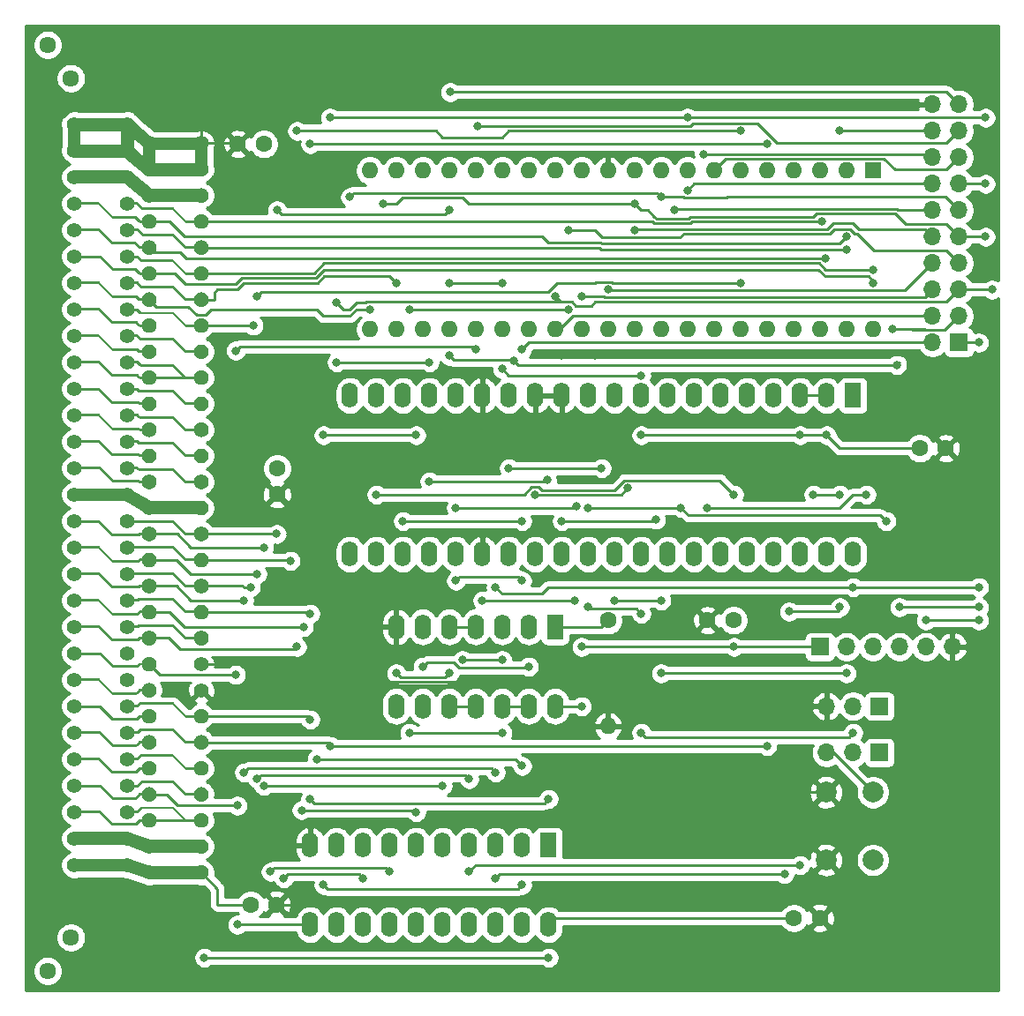
<source format=gbr>
%TF.GenerationSoftware,KiCad,Pcbnew,(5.1.10)-1*%
%TF.CreationDate,2022-02-23T07:42:31+01:00*%
%TF.ProjectId,VDIP2,56444950-322e-46b6-9963-61645f706362,rev?*%
%TF.SameCoordinates,Original*%
%TF.FileFunction,Copper,L2,Bot*%
%TF.FilePolarity,Positive*%
%FSLAX46Y46*%
G04 Gerber Fmt 4.6, Leading zero omitted, Abs format (unit mm)*
G04 Created by KiCad (PCBNEW (5.1.10)-1) date 2022-02-23 07:42:31*
%MOMM*%
%LPD*%
G01*
G04 APERTURE LIST*
%TA.AperFunction,ComponentPad*%
%ADD10C,1.600000*%
%TD*%
%TA.AperFunction,ComponentPad*%
%ADD11C,2.000000*%
%TD*%
%TA.AperFunction,ComponentPad*%
%ADD12O,1.700000X1.700000*%
%TD*%
%TA.AperFunction,ComponentPad*%
%ADD13R,1.700000X1.700000*%
%TD*%
%TA.AperFunction,ComponentPad*%
%ADD14R,1.600000X2.400000*%
%TD*%
%TA.AperFunction,ComponentPad*%
%ADD15O,1.600000X2.400000*%
%TD*%
%TA.AperFunction,ComponentPad*%
%ADD16O,1.600000X1.600000*%
%TD*%
%TA.AperFunction,ComponentPad*%
%ADD17R,1.600000X1.600000*%
%TD*%
%TA.AperFunction,ComponentPad*%
%ADD18C,1.610000*%
%TD*%
%TA.AperFunction,ComponentPad*%
%ADD19C,1.400000*%
%TD*%
%TA.AperFunction,SMDPad,CuDef*%
%ADD20C,0.100000*%
%TD*%
%TA.AperFunction,ViaPad*%
%ADD21C,0.800000*%
%TD*%
%TA.AperFunction,Conductor*%
%ADD22C,0.250000*%
%TD*%
%TA.AperFunction,Conductor*%
%ADD23C,0.254000*%
%TD*%
%TA.AperFunction,Conductor*%
%ADD24C,0.100000*%
%TD*%
G04 APERTURE END LIST*
D10*
%TO.P,C1006,2*%
%TO.N,GND*%
X153670000Y-144780000D03*
%TO.P,C1006,1*%
%TO.N,+5P*%
X151170000Y-144780000D03*
%TD*%
%TO.P,C1005,2*%
%TO.N,GND*%
X101560000Y-143510000D03*
%TO.P,C1005,1*%
%TO.N,+5P*%
X99060000Y-143510000D03*
%TD*%
%TO.P,C1004,2*%
%TO.N,GND*%
X142875000Y-116205000D03*
%TO.P,C1004,1*%
%TO.N,+5P*%
X145375000Y-116205000D03*
%TD*%
%TO.P,C1003,2*%
%TO.N,GND*%
X165735000Y-99695000D03*
%TO.P,C1003,1*%
%TO.N,+5P*%
X163235000Y-99695000D03*
%TD*%
%TO.P,C1002,2*%
%TO.N,GND*%
X97830000Y-70485000D03*
%TO.P,C1002,1*%
%TO.N,+5P*%
X100330000Y-70485000D03*
%TD*%
%TO.P,C1001,2*%
%TO.N,GND*%
X101600000Y-104100000D03*
%TO.P,C1001,1*%
%TO.N,+5P*%
X101600000Y-101600000D03*
%TD*%
D11*
%TO.P,SW1001,1*%
%TO.N,Net-(J1004-Pad3)*%
X158750000Y-139215000D03*
%TO.P,SW1001,2*%
%TO.N,GND*%
X154250000Y-139215000D03*
%TO.P,SW1001,1*%
%TO.N,Net-(J1004-Pad3)*%
X158750000Y-132715000D03*
%TO.P,SW1001,2*%
%TO.N,GND*%
X154250000Y-132715000D03*
%TD*%
D12*
%TO.P,J1004,3*%
%TO.N,Net-(J1004-Pad3)*%
X154305000Y-128905000D03*
%TO.P,J1004,2*%
%TO.N,Net-(J1004-Pad2)*%
X156845000Y-128905000D03*
D13*
%TO.P,J1004,1*%
%TO.N,Net-(J1002-Pad14)*%
X159385000Y-128905000D03*
%TD*%
D14*
%TO.P,U1003,1*%
%TO.N,N/C*%
X156845000Y-94615000D03*
D15*
%TO.P,U1003,21*%
%TO.N,Net-(J1002-Pad13)*%
X108585000Y-109855000D03*
%TO.P,U1003,2*%
%TO.N,+5P*%
X154305000Y-94615000D03*
%TO.P,U1003,22*%
%TO.N,Net-(J1002-Pad15)*%
X111125000Y-109855000D03*
%TO.P,U1003,3*%
%TO.N,+5P*%
X151765000Y-94615000D03*
%TO.P,U1003,23*%
%TO.N,Net-(J1002-Pad2)*%
X113665000Y-109855000D03*
%TO.P,U1003,4*%
%TO.N,N/C*%
X149225000Y-94615000D03*
%TO.P,U1003,24*%
%TO.N,Net-(J1002-Pad4)*%
X116205000Y-109855000D03*
%TO.P,U1003,5*%
%TO.N,N/C*%
X146685000Y-94615000D03*
%TO.P,U1003,25*%
%TO.N,Net-(J1002-Pad6)*%
X118745000Y-109855000D03*
%TO.P,U1003,6*%
%TO.N,N/C*%
X144145000Y-94615000D03*
%TO.P,U1003,26*%
%TO.N,GND*%
X121285000Y-109855000D03*
%TO.P,U1003,7*%
%TO.N,N/C*%
X141605000Y-94615000D03*
%TO.P,U1003,27*%
%TO.N,Net-(J1002-Pad8)*%
X123825000Y-109855000D03*
%TO.P,U1003,8*%
%TO.N,N/C*%
X139065000Y-94615000D03*
%TO.P,U1003,28*%
%TO.N,Net-(J1002-Pad10)*%
X126365000Y-109855000D03*
%TO.P,U1003,9*%
%TO.N,+5P*%
X136525000Y-94615000D03*
%TO.P,U1003,29*%
%TO.N,Net-(J1002-Pad12)*%
X128905000Y-109855000D03*
%TO.P,U1003,10*%
%TO.N,N/C*%
X133985000Y-94615000D03*
%TO.P,U1003,30*%
%TO.N,Net-(J1004-Pad2)*%
X131445000Y-109855000D03*
%TO.P,U1003,11*%
%TO.N,N/C*%
X131445000Y-94615000D03*
%TO.P,U1003,31*%
%TO.N,Net-(J1003-Pad2)*%
X133985000Y-109855000D03*
%TO.P,U1003,12*%
%TO.N,GND*%
X128905000Y-94615000D03*
%TO.P,U1003,32*%
%TO.N,N/C*%
X136525000Y-109855000D03*
%TO.P,U1003,13*%
%TO.N,GND*%
X126365000Y-94615000D03*
%TO.P,U1003,33*%
%TO.N,N/C*%
X139065000Y-109855000D03*
%TO.P,U1003,14*%
%TO.N,Net-(J1001-Pad2)*%
X123825000Y-94615000D03*
%TO.P,U1003,34*%
%TO.N,N/C*%
X141605000Y-109855000D03*
%TO.P,U1003,15*%
%TO.N,GND*%
X121285000Y-94615000D03*
%TO.P,U1003,35*%
%TO.N,N/C*%
X144145000Y-109855000D03*
%TO.P,U1003,16*%
%TO.N,Net-(J1001-Pad3)*%
X118745000Y-94615000D03*
%TO.P,U1003,36*%
%TO.N,N/C*%
X146685000Y-109855000D03*
%TO.P,U1003,17*%
%TO.N,Net-(J1001-Pad5)*%
X116205000Y-94615000D03*
%TO.P,U1003,37*%
%TO.N,N/C*%
X149225000Y-109855000D03*
%TO.P,U1003,18*%
%TO.N,Net-(J1002-Pad7)*%
X113665000Y-94615000D03*
%TO.P,U1003,38*%
%TO.N,N/C*%
X151765000Y-109855000D03*
%TO.P,U1003,19*%
%TO.N,Net-(J1001-Pad4)*%
X111125000Y-94615000D03*
%TO.P,U1003,39*%
%TO.N,N/C*%
X154305000Y-109855000D03*
%TO.P,U1003,20*%
%TO.N,Net-(J1002-Pad11)*%
X108585000Y-94615000D03*
%TO.P,U1003,40*%
%TO.N,N/C*%
X156845000Y-109855000D03*
%TD*%
D12*
%TO.P,J1003,3*%
%TO.N,GND*%
X154305000Y-124460000D03*
%TO.P,J1003,2*%
%TO.N,Net-(J1003-Pad2)*%
X156845000Y-124460000D03*
D13*
%TO.P,J1003,1*%
%TO.N,Net-(J1002-Pad16)*%
X159385000Y-124460000D03*
%TD*%
D14*
%TO.P,IC1001,1*%
%TO.N,Net-(IC1001-Pad1)*%
X127635000Y-137795000D03*
D15*
%TO.P,IC1001,11*%
%TO.N,Net-(IC1001-Pad11)*%
X104775000Y-145415000D03*
%TO.P,IC1001,2*%
%TO.N,Net-(IC1001-Pad2)*%
X125095000Y-137795000D03*
%TO.P,IC1001,12*%
%TO.N,N/C*%
X107315000Y-145415000D03*
%TO.P,IC1001,3*%
%TO.N,Net-(IC1001-Pad3)*%
X122555000Y-137795000D03*
%TO.P,IC1001,13*%
%TO.N,N/C*%
X109855000Y-145415000D03*
%TO.P,IC1001,4*%
%TO.N,Net-(IC1001-Pad4)*%
X120015000Y-137795000D03*
%TO.P,IC1001,14*%
%TO.N,N/C*%
X112395000Y-145415000D03*
%TO.P,IC1001,5*%
%TO.N,Net-(IC1001-Pad5)*%
X117475000Y-137795000D03*
%TO.P,IC1001,15*%
%TO.N,N/C*%
X114935000Y-145415000D03*
%TO.P,IC1001,6*%
%TO.N,Net-(IC1001-Pad6)*%
X114935000Y-137795000D03*
%TO.P,IC1001,16*%
%TO.N,N/C*%
X117475000Y-145415000D03*
%TO.P,IC1001,7*%
%TO.N,Net-(IC1001-Pad7)*%
X112395000Y-137795000D03*
%TO.P,IC1001,17*%
%TO.N,Net-(IC1001-Pad17)*%
X120015000Y-145415000D03*
%TO.P,IC1001,8*%
%TO.N,Net-(IC1001-Pad8)*%
X109855000Y-137795000D03*
%TO.P,IC1001,18*%
%TO.N,Net-(IC1001-Pad18)*%
X122555000Y-145415000D03*
%TO.P,IC1001,9*%
%TO.N,Net-(IC1001-Pad9)*%
X107315000Y-137795000D03*
%TO.P,IC1001,19*%
%TO.N,Net-(IC1001-Pad19)*%
X125095000Y-145415000D03*
%TO.P,IC1001,10*%
%TO.N,GND*%
X104775000Y-137795000D03*
%TO.P,IC1001,20*%
%TO.N,+5P*%
X127635000Y-145415000D03*
%TD*%
D13*
%TO.P,J1001,1*%
%TO.N,+5P*%
X153670000Y-118745000D03*
D12*
%TO.P,J1001,2*%
%TO.N,Net-(J1001-Pad2)*%
X156210000Y-118745000D03*
%TO.P,J1001,3*%
%TO.N,Net-(J1001-Pad3)*%
X158750000Y-118745000D03*
%TO.P,J1001,4*%
%TO.N,Net-(J1001-Pad4)*%
X161290000Y-118745000D03*
%TO.P,J1001,5*%
%TO.N,Net-(J1001-Pad5)*%
X163830000Y-118745000D03*
%TO.P,J1001,6*%
%TO.N,GND*%
X166370000Y-118745000D03*
%TD*%
D13*
%TO.P,J1002,1*%
%TO.N,Net-(J1001-Pad2)*%
X167005000Y-89535000D03*
D12*
%TO.P,J1002,2*%
%TO.N,Net-(J1002-Pad2)*%
X164465000Y-89535000D03*
%TO.P,J1002,3*%
%TO.N,Net-(J1001-Pad3)*%
X167005000Y-86995000D03*
%TO.P,J1002,4*%
%TO.N,Net-(J1002-Pad4)*%
X164465000Y-86995000D03*
%TO.P,J1002,5*%
%TO.N,Net-(J1001-Pad5)*%
X167005000Y-84455000D03*
%TO.P,J1002,6*%
%TO.N,Net-(J1002-Pad6)*%
X164465000Y-84455000D03*
%TO.P,J1002,7*%
%TO.N,Net-(J1002-Pad7)*%
X167005000Y-81915000D03*
%TO.P,J1002,8*%
%TO.N,Net-(J1002-Pad8)*%
X164465000Y-81915000D03*
%TO.P,J1002,9*%
%TO.N,Net-(J1001-Pad4)*%
X167005000Y-79375000D03*
%TO.P,J1002,10*%
%TO.N,Net-(J1002-Pad10)*%
X164465000Y-79375000D03*
%TO.P,J1002,11*%
%TO.N,Net-(J1002-Pad11)*%
X167005000Y-76835000D03*
%TO.P,J1002,12*%
%TO.N,Net-(J1002-Pad12)*%
X164465000Y-76835000D03*
%TO.P,J1002,13*%
%TO.N,Net-(J1002-Pad13)*%
X167005000Y-74295000D03*
%TO.P,J1002,14*%
%TO.N,Net-(J1002-Pad14)*%
X164465000Y-74295000D03*
%TO.P,J1002,15*%
%TO.N,Net-(J1002-Pad15)*%
X167005000Y-71755000D03*
%TO.P,J1002,16*%
%TO.N,Net-(J1002-Pad16)*%
X164465000Y-71755000D03*
%TO.P,J1002,17*%
%TO.N,Net-(J1002-Pad17)*%
X167005000Y-69215000D03*
%TO.P,J1002,18*%
%TO.N,+5P*%
X164465000Y-69215000D03*
%TO.P,J1002,19*%
%TO.N,Net-(J1002-Pad19)*%
X167005000Y-66675000D03*
%TO.P,J1002,20*%
%TO.N,GND*%
X164465000Y-66675000D03*
%TD*%
D10*
%TO.P,R1001,1*%
%TO.N,Net-(J1002-Pad8)*%
X133350000Y-116205000D03*
D16*
%TO.P,R1001,2*%
%TO.N,GND*%
X133350000Y-126365000D03*
%TD*%
D14*
%TO.P,U1001,1*%
%TO.N,Net-(J1002-Pad8)*%
X128270000Y-116840000D03*
D15*
%TO.P,U1001,8*%
%TO.N,Net-(J1002-Pad14)*%
X113030000Y-124460000D03*
%TO.P,U1001,2*%
%TO.N,Net-(J1002-Pad6)*%
X125730000Y-116840000D03*
%TO.P,U1001,9*%
X115570000Y-124460000D03*
%TO.P,U1001,3*%
%TO.N,Net-(J1002-Pad17)*%
X123190000Y-116840000D03*
%TO.P,U1001,10*%
%TO.N,Net-(U1001-Pad10)*%
X118110000Y-124460000D03*
%TO.P,U1001,4*%
%TO.N,Net-(J1002-Pad14)*%
X120650000Y-116840000D03*
%TO.P,U1001,11*%
%TO.N,Net-(U1001-Pad10)*%
X120650000Y-124460000D03*
%TO.P,U1001,5*%
%TO.N,Net-(J1002-Pad14)*%
X118110000Y-116840000D03*
%TO.P,U1001,12*%
%TO.N,Net-(J1002-Pad2)*%
X123190000Y-124460000D03*
%TO.P,U1001,6*%
%TO.N,Net-(J1002-Pad19)*%
X115570000Y-116840000D03*
%TO.P,U1001,13*%
%TO.N,Net-(J1002-Pad2)*%
X125730000Y-124460000D03*
%TO.P,U1001,7*%
%TO.N,GND*%
X113030000Y-116840000D03*
%TO.P,U1001,14*%
%TO.N,+5P*%
X128270000Y-124460000D03*
%TD*%
D17*
%TO.P,U1002,1*%
%TO.N,Net-(U1002-Pad1)*%
X158750000Y-73025000D03*
D16*
%TO.P,U1002,21*%
%TO.N,N/C*%
X110490000Y-88265000D03*
%TO.P,U1002,2*%
%TO.N,Net-(U1002-Pad2)*%
X156210000Y-73025000D03*
%TO.P,U1002,22*%
%TO.N,N/C*%
X113030000Y-88265000D03*
%TO.P,U1002,3*%
%TO.N,Net-(U1002-Pad3)*%
X153670000Y-73025000D03*
%TO.P,U1002,23*%
%TO.N,Net-(U1002-Pad23)*%
X115570000Y-88265000D03*
%TO.P,U1002,4*%
%TO.N,Net-(IC1001-Pad18)*%
X151130000Y-73025000D03*
%TO.P,U1002,24*%
%TO.N,+5P*%
X118110000Y-88265000D03*
%TO.P,U1002,5*%
%TO.N,Net-(IC1001-Pad2)*%
X148590000Y-73025000D03*
%TO.P,U1002,25*%
%TO.N,Net-(U1002-Pad25)*%
X120650000Y-88265000D03*
%TO.P,U1002,6*%
%TO.N,Net-(IC1001-Pad1)*%
X146050000Y-73025000D03*
%TO.P,U1002,26*%
%TO.N,+5P*%
X123190000Y-88265000D03*
%TO.P,U1002,7*%
%TO.N,Net-(J1002-Pad15)*%
X143510000Y-73025000D03*
%TO.P,U1002,27*%
%TO.N,Net-(J1002-Pad2)*%
X125730000Y-88265000D03*
%TO.P,U1002,8*%
%TO.N,Net-(J1002-Pad13)*%
X140970000Y-73025000D03*
%TO.P,U1002,28*%
%TO.N,Net-(J1002-Pad4)*%
X128270000Y-88265000D03*
%TO.P,U1002,9*%
%TO.N,Net-(J1002-Pad11)*%
X138430000Y-73025000D03*
%TO.P,U1002,29*%
%TO.N,Net-(J1002-Pad6)*%
X130810000Y-88265000D03*
%TO.P,U1002,10*%
%TO.N,Net-(J1001-Pad4)*%
X135890000Y-73025000D03*
%TO.P,U1002,30*%
%TO.N,Net-(J1002-Pad8)*%
X133350000Y-88265000D03*
%TO.P,U1002,11*%
%TO.N,GND*%
X133350000Y-73025000D03*
%TO.P,U1002,31*%
%TO.N,Net-(J1002-Pad10)*%
X135890000Y-88265000D03*
%TO.P,U1002,12*%
%TO.N,Net-(J1002-Pad7)*%
X130810000Y-73025000D03*
%TO.P,U1002,32*%
%TO.N,Net-(J1002-Pad12)*%
X138430000Y-88265000D03*
%TO.P,U1002,13*%
%TO.N,Net-(J1001-Pad5)*%
X128270000Y-73025000D03*
%TO.P,U1002,33*%
%TO.N,Net-(J1002-Pad14)*%
X140970000Y-88265000D03*
%TO.P,U1002,14*%
%TO.N,Net-(J1001-Pad3)*%
X125730000Y-73025000D03*
%TO.P,U1002,34*%
%TO.N,Net-(J1002-Pad16)*%
X143510000Y-88265000D03*
%TO.P,U1002,15*%
%TO.N,Net-(J1001-Pad2)*%
X123190000Y-73025000D03*
%TO.P,U1002,35*%
%TO.N,Net-(U1002-Pad35)*%
X146050000Y-88265000D03*
%TO.P,U1002,16*%
%TO.N,Net-(J1002-Pad17)*%
X120650000Y-73025000D03*
%TO.P,U1002,36*%
%TO.N,Net-(IC1001-Pad9)*%
X148590000Y-88265000D03*
%TO.P,U1002,17*%
%TO.N,Net-(J1002-Pad19)*%
X118110000Y-73025000D03*
%TO.P,U1002,37*%
%TO.N,Net-(IC1001-Pad17)*%
X151130000Y-88265000D03*
%TO.P,U1002,18*%
%TO.N,N/C*%
X115570000Y-73025000D03*
%TO.P,U1002,38*%
%TO.N,Net-(U1002-Pad38)*%
X153670000Y-88265000D03*
%TO.P,U1002,19*%
%TO.N,Net-(U1002-Pad19)*%
X113030000Y-73025000D03*
%TO.P,U1002,39*%
%TO.N,Net-(U1002-Pad39)*%
X156210000Y-88265000D03*
%TO.P,U1002,20*%
%TO.N,Net-(U1002-Pad20)*%
X110490000Y-73025000D03*
%TO.P,U1002,40*%
%TO.N,Net-(U1002-Pad40)*%
X158750000Y-88265000D03*
%TD*%
D18*
%TO.P,X1001,*%
%TO.N,*%
X79603600Y-60960000D03*
X79603600Y-149860000D03*
D19*
%TO.P,X1001,A01*%
%TO.N,GND*%
X82143600Y-68580000D03*
%TO.P,X1001,A02*%
X82143600Y-71120000D03*
%TO.P,X1001,A04*%
%TO.N,Net-(U1002-Pad2)*%
X82143600Y-76200000D03*
%TO.P,X1001,A05*%
%TO.N,Net-(U1002-Pad38)*%
X82143600Y-78740000D03*
%TO.P,X1001,A06*%
%TO.N,Net-(U1002-Pad40)*%
X82143600Y-81280000D03*
%TO.P,X1001,A07*%
%TO.N,Net-(U1002-Pad20)*%
X82143600Y-83820000D03*
%TO.P,X1001,A08*%
%TO.N,Net-(X1001-PadA08)*%
X82143600Y-86360000D03*
%TO.P,X1001,A09*%
%TO.N,Net-(X1001-PadA09)*%
X82143600Y-88900000D03*
%TO.P,X1001,A10*%
%TO.N,Net-(X1001-PadA10)*%
X82143600Y-91440000D03*
%TO.P,X1001,A11*%
%TO.N,Net-(X1001-PadA11)*%
X82143600Y-93980000D03*
%TO.P,X1001,A12*%
%TO.N,Net-(X1001-PadA12)*%
X82143600Y-96520000D03*
%TO.P,X1001,A13*%
%TO.N,Net-(X1001-PadA13)*%
X82143600Y-99060000D03*
%TO.P,X1001,A14*%
%TO.N,Net-(X1001-PadA14)*%
X82143600Y-101600000D03*
%TO.P,X1001,A15*%
%TO.N,Net-(X1001-PadA15)*%
X82143600Y-104140000D03*
%TO.P,X1001,A16*%
%TO.N,Net-(IC1001-Pad7)*%
X82143600Y-106680000D03*
%TO.P,X1001,A17*%
%TO.N,Net-(IC1001-Pad5)*%
X82143600Y-109220000D03*
%TO.P,X1001,A18*%
%TO.N,Net-(IC1001-Pad3)*%
X82143600Y-111760000D03*
%TO.P,X1001,A19*%
%TO.N,Net-(IC1001-Pad1)*%
X82143600Y-114300000D03*
%TO.P,X1001,A20*%
%TO.N,Net-(IC1001-Pad19)*%
X82143600Y-116840000D03*
%TO.P,X1001,A21*%
%TO.N,Net-(U1002-Pad25)*%
X82143600Y-119380000D03*
%TO.P,X1001,A22*%
%TO.N,Net-(X1001-PadA22)*%
X82143600Y-121920000D03*
%TO.P,X1001,A23*%
%TO.N,Net-(X1001-PadA23)*%
X82143600Y-124460000D03*
%TO.P,X1001,A24*%
%TO.N,Net-(X1001-PadA24)*%
X82143600Y-127000000D03*
%TO.P,X1001,A25*%
%TO.N,Net-(X1001-PadA25)*%
X82143600Y-129540000D03*
%TO.P,X1001,A26*%
%TO.N,Net-(IC1001-Pad11)*%
X82143600Y-132080000D03*
%TO.P,X1001,A27*%
%TO.N,Net-(X1001-PadA27)*%
X82143600Y-134620000D03*
%TO.P,X1001,A28*%
%TO.N,Net-(X1001-PadA28)*%
X82143600Y-137160000D03*
%TO.P,X1001,A29*%
%TO.N,+5P*%
X82143600Y-139700000D03*
%TO.P,X1001,C01*%
%TO.N,GND*%
X87223600Y-68580000D03*
%TO.P,X1001,C02*%
X87223600Y-71120000D03*
%TO.P,X1001,C03*%
%TO.N,Net-(X1001-PadC03)*%
X87223600Y-73660000D03*
%TO.P,X1001,C04*%
%TO.N,Net-(U1002-Pad3)*%
X87223600Y-76200000D03*
%TO.P,X1001,C05*%
%TO.N,Net-(U1002-Pad39)*%
X87223600Y-78740000D03*
%TO.P,X1001,C06*%
%TO.N,Net-(U1002-Pad1)*%
X87223600Y-81280000D03*
%TO.P,X1001,C07*%
%TO.N,Net-(U1002-Pad19)*%
X87223600Y-83820000D03*
%TO.P,X1001,C08*%
%TO.N,Net-(U1002-Pad35)*%
X87223600Y-86360000D03*
%TO.P,X1001,C09*%
%TO.N,Net-(X1001-PadC09)*%
X87223600Y-88900000D03*
%TO.P,X1001,C10*%
%TO.N,Net-(X1001-PadA10)*%
X87223600Y-91440000D03*
%TO.P,X1001,C11*%
%TO.N,Net-(X1001-PadC11)*%
X87223600Y-93980000D03*
%TO.P,X1001,C12*%
%TO.N,Net-(X1001-PadC12)*%
X87223600Y-96520000D03*
%TO.P,X1001,C13*%
%TO.N,Net-(X1001-PadC13)*%
X87223600Y-99060000D03*
%TO.P,X1001,C14*%
%TO.N,Net-(X1001-PadC14)*%
X87223600Y-101600000D03*
%TO.P,X1001,C15*%
%TO.N,Net-(X1001-PadC15)*%
X87223600Y-104140000D03*
%TO.P,X1001,C16*%
%TO.N,Net-(IC1001-Pad8)*%
X87223600Y-106680000D03*
%TO.P,X1001,C17*%
%TO.N,Net-(IC1001-Pad6)*%
X87223600Y-109220000D03*
%TO.P,X1001,C18*%
%TO.N,Net-(IC1001-Pad4)*%
X87223600Y-111760000D03*
%TO.P,X1001,C19*%
%TO.N,Net-(IC1001-Pad2)*%
X87223600Y-114300000D03*
%TO.P,X1001,C20*%
%TO.N,Net-(X1001-PadC20)*%
X87223600Y-116840000D03*
%TO.P,X1001,C21*%
%TO.N,GND*%
X87223600Y-119380000D03*
%TO.P,X1001,C22*%
X87223600Y-121920000D03*
%TO.P,X1001,C23*%
%TO.N,Net-(U1002-Pad23)*%
X87223600Y-124460000D03*
%TO.P,X1001,C24*%
%TO.N,Net-(IC1001-Pad9)*%
X87223600Y-127000000D03*
%TO.P,X1001,C25*%
%TO.N,Net-(X1001-PadC25)*%
X87223600Y-129540000D03*
%TO.P,X1001,C26*%
%TO.N,Net-(X1001-PadC26)*%
X87223600Y-132080000D03*
%TO.P,X1001,C27*%
%TO.N,Net-(X1001-PadA27)*%
X87223600Y-134620000D03*
%TO.P,X1001,C28*%
%TO.N,Net-(X1001-PadC28)*%
X87223600Y-137160000D03*
%TO.P,X1001,C29*%
%TO.N,+5P*%
X87223600Y-139700000D03*
D18*
%TO.P,X1001,*%
%TO.N,*%
X81835000Y-64160000D03*
X81835000Y-146660000D03*
D19*
%TO.P,X1001,C01*%
%TO.N,GND*%
X94335000Y-70410000D03*
%TO.P,X1001,C02*%
X94335000Y-72910000D03*
%TO.P,X1001,C03*%
%TO.N,Net-(X1001-PadC03)*%
X94335000Y-75410000D03*
%TO.P,X1001,C04*%
%TO.N,Net-(U1002-Pad3)*%
X94335000Y-77910000D03*
%TO.P,X1001,C05*%
%TO.N,Net-(U1002-Pad39)*%
X94335000Y-80410000D03*
%TO.P,X1001,C06*%
%TO.N,Net-(U1002-Pad1)*%
X94335000Y-82910000D03*
%TO.P,X1001,C07*%
%TO.N,Net-(U1002-Pad19)*%
X94335000Y-85410000D03*
%TO.P,X1001,C08*%
%TO.N,Net-(U1002-Pad35)*%
X94335000Y-87910000D03*
%TO.P,X1001,C09*%
%TO.N,Net-(X1001-PadC09)*%
X94335000Y-90410000D03*
%TO.P,X1001,C10*%
%TO.N,Net-(X1001-PadA10)*%
X94335000Y-92910000D03*
%TO.P,X1001,C11*%
%TO.N,Net-(X1001-PadC11)*%
X94335000Y-95410000D03*
%TO.P,X1001,C12*%
%TO.N,Net-(X1001-PadC12)*%
X94335000Y-97910000D03*
%TO.P,X1001,C13*%
%TO.N,Net-(X1001-PadC13)*%
X94335000Y-100410000D03*
%TO.P,X1001,C14*%
%TO.N,Net-(X1001-PadC14)*%
X94335000Y-102910000D03*
%TO.P,X1001,C15*%
%TO.N,Net-(X1001-PadC15)*%
X94335000Y-105410000D03*
%TO.P,X1001,C16*%
%TO.N,Net-(IC1001-Pad8)*%
X94335000Y-107910000D03*
%TO.P,X1001,C17*%
%TO.N,Net-(IC1001-Pad6)*%
X94335000Y-110410000D03*
%TO.P,X1001,C18*%
%TO.N,Net-(IC1001-Pad4)*%
X94335000Y-112910000D03*
%TO.P,X1001,C19*%
%TO.N,Net-(IC1001-Pad2)*%
X94335000Y-115410000D03*
%TO.P,X1001,C20*%
%TO.N,Net-(X1001-PadC20)*%
X94335000Y-117910000D03*
%TO.P,X1001,C21*%
%TO.N,GND*%
X94335000Y-120410000D03*
%TO.P,X1001,C22*%
X94335000Y-122910000D03*
%TO.P,X1001,C23*%
%TO.N,Net-(U1002-Pad23)*%
X94335000Y-125410000D03*
%TO.P,X1001,C24*%
%TO.N,Net-(IC1001-Pad9)*%
X94335000Y-127910000D03*
%TO.P,X1001,C25*%
%TO.N,Net-(X1001-PadC25)*%
X94335000Y-130410000D03*
%TO.P,X1001,C26*%
%TO.N,Net-(X1001-PadC26)*%
X94335000Y-132910000D03*
%TO.P,X1001,C27*%
%TO.N,Net-(X1001-PadA27)*%
X94335000Y-135410000D03*
%TO.P,X1001,C28*%
%TO.N,Net-(X1001-PadC28)*%
X94335000Y-137910000D03*
%TO.P,X1001,C29*%
%TO.N,+5P*%
X94335000Y-140410000D03*
%TO.P,X1001,A01*%
%TO.N,GND*%
X89335000Y-70410000D03*
%TO.P,X1001,A02*%
X89335000Y-72910000D03*
%TO.P,X1001,A03*%
%TO.N,Net-(X1001-PadA03)*%
X89335000Y-75410000D03*
%TO.P,X1001,A04*%
%TO.N,Net-(U1002-Pad2)*%
X89335000Y-77910000D03*
%TO.P,X1001,A05*%
%TO.N,Net-(U1002-Pad38)*%
X89335000Y-80410000D03*
%TO.P,X1001,A06*%
%TO.N,Net-(U1002-Pad40)*%
X89335000Y-82910000D03*
%TO.P,X1001,A07*%
%TO.N,Net-(U1002-Pad20)*%
X89335000Y-85410000D03*
%TO.P,X1001,A08*%
%TO.N,Net-(X1001-PadA08)*%
X89335000Y-87910000D03*
%TO.P,X1001,A09*%
%TO.N,Net-(X1001-PadA09)*%
X89335000Y-90410000D03*
%TO.P,X1001,A10*%
%TO.N,Net-(X1001-PadA10)*%
X89335000Y-92910000D03*
%TO.P,X1001,A11*%
%TO.N,Net-(X1001-PadA11)*%
X89335000Y-95410000D03*
%TO.P,X1001,A12*%
%TO.N,Net-(X1001-PadA12)*%
X89335000Y-97910000D03*
%TO.P,X1001,A13*%
%TO.N,Net-(X1001-PadA13)*%
X89335000Y-100410000D03*
%TO.P,X1001,A14*%
%TO.N,Net-(X1001-PadA14)*%
X89335000Y-102910000D03*
%TO.P,X1001,A15*%
%TO.N,Net-(X1001-PadA15)*%
X89335000Y-105410000D03*
%TO.P,X1001,A16*%
%TO.N,Net-(IC1001-Pad7)*%
X89335000Y-107910000D03*
%TO.P,X1001,A17*%
%TO.N,Net-(IC1001-Pad5)*%
X89335000Y-110410000D03*
%TO.P,X1001,A18*%
%TO.N,Net-(IC1001-Pad3)*%
X89335000Y-112910000D03*
%TO.P,X1001,A19*%
%TO.N,Net-(IC1001-Pad1)*%
X89335000Y-115410000D03*
%TO.P,X1001,A20*%
%TO.N,Net-(IC1001-Pad19)*%
X89335000Y-117910000D03*
%TO.P,X1001,A21*%
%TO.N,Net-(U1002-Pad25)*%
X89335000Y-120410000D03*
%TO.P,X1001,A22*%
%TO.N,Net-(X1001-PadA22)*%
X89335000Y-122910000D03*
%TO.P,X1001,A23*%
%TO.N,Net-(X1001-PadA23)*%
X89335000Y-125410000D03*
%TO.P,X1001,A24*%
%TO.N,Net-(X1001-PadA24)*%
X89335000Y-127910000D03*
%TO.P,X1001,A25*%
%TO.N,Net-(X1001-PadA25)*%
X89335000Y-130410000D03*
%TO.P,X1001,A26*%
%TO.N,Net-(IC1001-Pad11)*%
X89335000Y-132910000D03*
%TO.P,X1001,A27*%
%TO.N,Net-(X1001-PadA27)*%
X89335000Y-135410000D03*
%TO.P,X1001,A28*%
%TO.N,Net-(X1001-PadA28)*%
X89335000Y-137910000D03*
%TO.P,X1001,A29*%
%TO.N,+5P*%
X89335000Y-140410000D03*
%TO.P,X1001,A03*%
%TO.N,Net-(X1001-PadA03)*%
X82143600Y-73660000D03*
%TA.AperFunction,SMDPad,CuDef*%
D20*
%TO.P,X1001,C01*%
%TO.N,GND*%
G36*
X95027424Y-70512711D02*
G01*
X95014022Y-70580086D01*
X94994081Y-70645823D01*
X94967793Y-70709289D01*
X94960000Y-70723868D01*
X94960000Y-72960000D01*
X94959972Y-72964046D01*
X94959985Y-72964363D01*
X94959967Y-72964680D01*
X94959939Y-72968726D01*
X94958159Y-72997019D01*
X94956576Y-73025330D01*
X94956242Y-73027486D01*
X94956105Y-73029668D01*
X94951578Y-73057620D01*
X94947235Y-73085674D01*
X94946690Y-73087797D01*
X94946342Y-73089945D01*
X94939119Y-73117284D01*
X94932049Y-73144818D01*
X94931301Y-73146874D01*
X94930744Y-73148981D01*
X94920846Y-73175596D01*
X94911164Y-73202197D01*
X94910225Y-73204157D01*
X94909460Y-73206214D01*
X94896978Y-73231805D01*
X94884780Y-73257265D01*
X94883652Y-73259127D01*
X94882692Y-73261096D01*
X94867810Y-73285286D01*
X94853148Y-73309496D01*
X94851840Y-73311244D01*
X94850696Y-73313104D01*
X94833565Y-73335673D01*
X94816571Y-73358390D01*
X94815097Y-73360004D01*
X94813778Y-73361742D01*
X94794517Y-73382542D01*
X94775396Y-73403482D01*
X94773774Y-73404942D01*
X94772290Y-73406545D01*
X94751084Y-73425372D01*
X94730018Y-73444340D01*
X94728260Y-73445636D01*
X94726627Y-73447086D01*
X94703701Y-73463743D01*
X94680870Y-73480576D01*
X94678993Y-73481695D01*
X94677227Y-73482978D01*
X94652783Y-73497319D01*
X94628420Y-73511842D01*
X94626443Y-73512772D01*
X94624560Y-73513877D01*
X94598813Y-73525774D01*
X94573169Y-73537841D01*
X94571114Y-73538573D01*
X94569129Y-73539490D01*
X94542382Y-73548804D01*
X94515645Y-73558325D01*
X94513519Y-73558855D01*
X94511463Y-73559571D01*
X94483921Y-73566234D01*
X94456396Y-73573097D01*
X94454240Y-73573415D01*
X94452113Y-73573930D01*
X94423977Y-73577884D01*
X94395989Y-73582017D01*
X94393812Y-73582123D01*
X94391645Y-73582428D01*
X94363275Y-73583617D01*
X94335000Y-73585000D01*
X89335000Y-73585000D01*
X89330954Y-73584972D01*
X89330637Y-73584985D01*
X89330320Y-73584967D01*
X89326274Y-73584939D01*
X89322986Y-73584732D01*
X89319715Y-73584812D01*
X89294730Y-73582977D01*
X89269670Y-73581576D01*
X89267514Y-73581242D01*
X89265332Y-73581105D01*
X89262095Y-73580581D01*
X89258817Y-73580340D01*
X89234102Y-73576070D01*
X89209326Y-73572235D01*
X89207203Y-73571690D01*
X89205055Y-73571342D01*
X89201884Y-73570504D01*
X89198647Y-73569945D01*
X89174488Y-73563290D01*
X89150182Y-73557049D01*
X89148126Y-73556301D01*
X89146019Y-73555744D01*
X89142944Y-73554600D01*
X89139777Y-73553728D01*
X89116355Y-73544736D01*
X89092803Y-73536164D01*
X89090843Y-73535225D01*
X89088786Y-73534460D01*
X89085831Y-73533019D01*
X89082771Y-73531844D01*
X89060331Y-73520606D01*
X89037735Y-73509780D01*
X89035873Y-73508652D01*
X89033904Y-73507692D01*
X89031103Y-73505969D01*
X89028172Y-73504501D01*
X89006959Y-73491142D01*
X88985504Y-73478148D01*
X88983756Y-73476840D01*
X88981896Y-73475696D01*
X88979276Y-73473708D01*
X88976503Y-73471961D01*
X88956710Y-73456608D01*
X88936610Y-73441571D01*
X88934996Y-73440097D01*
X88933258Y-73438778D01*
X88930848Y-73436547D01*
X88928255Y-73434535D01*
X87003798Y-71785000D01*
X82135000Y-71785000D01*
X82130954Y-71784972D01*
X82130637Y-71784985D01*
X82130320Y-71784967D01*
X82126274Y-71784939D01*
X82097981Y-71783159D01*
X82069670Y-71781576D01*
X82067514Y-71781242D01*
X82065332Y-71781105D01*
X82037380Y-71776578D01*
X82009326Y-71772235D01*
X82007203Y-71771690D01*
X82005055Y-71771342D01*
X81977716Y-71764119D01*
X81950182Y-71757049D01*
X81948126Y-71756301D01*
X81946019Y-71755744D01*
X81919404Y-71745846D01*
X81892803Y-71736164D01*
X81890843Y-71735225D01*
X81888786Y-71734460D01*
X81863195Y-71721978D01*
X81837735Y-71709780D01*
X81835873Y-71708652D01*
X81833904Y-71707692D01*
X81809714Y-71692810D01*
X81785504Y-71678148D01*
X81783756Y-71676840D01*
X81781896Y-71675696D01*
X81759327Y-71658565D01*
X81736610Y-71641571D01*
X81734996Y-71640097D01*
X81733258Y-71638778D01*
X81712458Y-71619517D01*
X81691518Y-71600396D01*
X81690058Y-71598774D01*
X81688455Y-71597290D01*
X81669628Y-71576084D01*
X81650660Y-71555018D01*
X81649364Y-71553260D01*
X81647914Y-71551627D01*
X81631257Y-71528701D01*
X81614424Y-71505870D01*
X81613305Y-71503993D01*
X81612022Y-71502227D01*
X81597681Y-71477783D01*
X81583158Y-71453420D01*
X81582228Y-71451443D01*
X81581123Y-71449560D01*
X81569226Y-71423813D01*
X81557159Y-71398169D01*
X81556427Y-71396114D01*
X81555510Y-71394129D01*
X81546196Y-71367382D01*
X81536675Y-71340645D01*
X81536145Y-71338519D01*
X81535429Y-71336463D01*
X81528766Y-71308921D01*
X81521903Y-71281396D01*
X81521585Y-71279240D01*
X81521070Y-71277113D01*
X81517116Y-71248977D01*
X81512983Y-71220989D01*
X81512877Y-71218812D01*
X81512572Y-71216645D01*
X81511383Y-71188275D01*
X81510000Y-71160000D01*
X81510000Y-68610000D01*
X81510028Y-68605954D01*
X81510015Y-68605637D01*
X81510033Y-68605320D01*
X81510061Y-68601274D01*
X81511841Y-68572981D01*
X81513424Y-68544670D01*
X81513758Y-68542514D01*
X81513895Y-68540332D01*
X81518422Y-68512380D01*
X81522765Y-68484326D01*
X81523310Y-68482203D01*
X81523658Y-68480055D01*
X81530881Y-68452716D01*
X81537951Y-68425182D01*
X81538699Y-68423126D01*
X81539256Y-68421019D01*
X81549154Y-68394404D01*
X81558836Y-68367803D01*
X81559775Y-68365843D01*
X81560540Y-68363786D01*
X81573022Y-68338195D01*
X81585220Y-68312735D01*
X81586348Y-68310873D01*
X81587308Y-68308904D01*
X81602190Y-68284714D01*
X81616852Y-68260504D01*
X81618160Y-68258756D01*
X81619304Y-68256896D01*
X81636435Y-68234327D01*
X81653429Y-68211610D01*
X81654903Y-68209996D01*
X81656222Y-68208258D01*
X81675483Y-68187458D01*
X81694604Y-68166518D01*
X81696226Y-68165058D01*
X81697710Y-68163455D01*
X81718916Y-68144628D01*
X81739982Y-68125660D01*
X81741740Y-68124364D01*
X81743373Y-68122914D01*
X81766299Y-68106257D01*
X81789130Y-68089424D01*
X81791007Y-68088305D01*
X81792773Y-68087022D01*
X81817217Y-68072681D01*
X81841580Y-68058158D01*
X81843557Y-68057228D01*
X81845440Y-68056123D01*
X81871187Y-68044226D01*
X81896831Y-68032159D01*
X81898886Y-68031427D01*
X81900871Y-68030510D01*
X81927618Y-68021196D01*
X81954355Y-68011675D01*
X81956481Y-68011145D01*
X81958537Y-68010429D01*
X81986079Y-68003766D01*
X82013604Y-67996903D01*
X82015760Y-67996585D01*
X82017887Y-67996070D01*
X82046023Y-67992116D01*
X82074011Y-67987983D01*
X82076188Y-67987877D01*
X82078355Y-67987572D01*
X82106725Y-67986383D01*
X82135000Y-67985000D01*
X86610000Y-67985000D01*
X86610000Y-69235000D01*
X82760000Y-69235000D01*
X82760000Y-70535000D01*
X86610000Y-70535000D01*
X86610000Y-69235000D01*
X86610000Y-67985000D01*
X87285000Y-67985000D01*
X87293726Y-67985061D01*
X87354668Y-67988895D01*
X87414945Y-67998658D01*
X87473981Y-68014256D01*
X87531214Y-68035540D01*
X87586096Y-68062308D01*
X87638104Y-68094304D01*
X87686742Y-68131222D01*
X87731545Y-68172710D01*
X87772086Y-68218373D01*
X87807978Y-68267773D01*
X87825050Y-68296871D01*
X87860000Y-68327660D01*
X87860000Y-69993529D01*
X87860000Y-70872541D01*
X88710000Y-71601112D01*
X88710000Y-70742339D01*
X87860000Y-69993529D01*
X87860000Y-68327660D01*
X89571034Y-69835000D01*
X93710000Y-69835000D01*
X93710000Y-71085000D01*
X89960000Y-71085000D01*
X89960000Y-72335000D01*
X93710000Y-72335000D01*
X93710000Y-71085000D01*
X93710000Y-69835000D01*
X93937099Y-69835000D01*
X93975128Y-69809590D01*
X94035711Y-69777207D01*
X94099177Y-69750919D01*
X94164914Y-69730978D01*
X94232289Y-69717576D01*
X94300653Y-69710843D01*
X94369347Y-69710843D01*
X94437711Y-69717576D01*
X94505086Y-69730978D01*
X94570823Y-69750919D01*
X94634289Y-69777207D01*
X94694872Y-69809590D01*
X94751990Y-69847755D01*
X94805091Y-69891334D01*
X94853666Y-69939909D01*
X94897245Y-69993010D01*
X94935410Y-70050128D01*
X94967793Y-70110711D01*
X94994081Y-70174177D01*
X95014022Y-70239914D01*
X95027424Y-70307289D01*
X95034157Y-70375653D01*
X95034157Y-70444347D01*
X95027424Y-70512711D01*
G37*
%TD.AperFunction*%
%TA.AperFunction,SMDPad,CuDef*%
%TO.P,X1001,C03*%
%TO.N,Net-(X1001-PadC03)*%
G36*
X95027424Y-75512711D02*
G01*
X95014022Y-75580086D01*
X94994081Y-75645823D01*
X94967793Y-75709289D01*
X94935410Y-75769872D01*
X94897245Y-75826990D01*
X94853666Y-75880091D01*
X94805091Y-75928666D01*
X94751990Y-75972245D01*
X94694872Y-76010410D01*
X94634289Y-76042793D01*
X94570823Y-76069081D01*
X94505086Y-76089022D01*
X94437711Y-76102424D01*
X94369347Y-76109157D01*
X94300653Y-76109157D01*
X94232289Y-76102424D01*
X94164914Y-76089022D01*
X94099177Y-76069081D01*
X94035711Y-76042793D01*
X94021132Y-76035000D01*
X89335000Y-76035000D01*
X89328619Y-76034955D01*
X89328394Y-76034964D01*
X89328200Y-76034952D01*
X89326274Y-76034939D01*
X89296750Y-76033082D01*
X89267440Y-76031338D01*
X89266390Y-76031172D01*
X89265332Y-76031105D01*
X89236179Y-76026383D01*
X89207131Y-76021779D01*
X89206109Y-76021513D01*
X89205055Y-76021342D01*
X89176524Y-76013804D01*
X89148041Y-76006382D01*
X89147042Y-76006014D01*
X89146019Y-76005744D01*
X89118415Y-75995479D01*
X89090737Y-75985292D01*
X89089784Y-75984831D01*
X89088786Y-75984460D01*
X89062205Y-75971495D01*
X89035764Y-75958710D01*
X89034862Y-75958159D01*
X89033904Y-75957692D01*
X89008794Y-75942244D01*
X88983647Y-75926891D01*
X88982797Y-75926250D01*
X88981896Y-75925696D01*
X88958490Y-75907930D01*
X88934884Y-75890138D01*
X87008719Y-74285000D01*
X82135000Y-74285000D01*
X82126274Y-74284939D01*
X82065332Y-74281105D01*
X82005055Y-74271342D01*
X81946019Y-74255744D01*
X81888786Y-74234460D01*
X81833904Y-74207692D01*
X81781896Y-74175696D01*
X81733258Y-74138778D01*
X81688455Y-74097290D01*
X81647914Y-74051627D01*
X81612022Y-74002227D01*
X81581123Y-73949560D01*
X81555510Y-73894129D01*
X81535429Y-73836463D01*
X81521070Y-73777113D01*
X81512572Y-73716645D01*
X81510015Y-73655637D01*
X81513424Y-73594670D01*
X81522765Y-73534326D01*
X81537951Y-73475182D01*
X81558836Y-73417803D01*
X81585220Y-73362735D01*
X81616852Y-73310504D01*
X81653429Y-73261610D01*
X81694604Y-73216518D01*
X81739982Y-73175660D01*
X81789130Y-73139424D01*
X81841580Y-73108158D01*
X81896831Y-73082159D01*
X81954355Y-73061675D01*
X82013604Y-73046903D01*
X82074011Y-73037983D01*
X82135000Y-73035000D01*
X87235000Y-73035000D01*
X87241359Y-73035044D01*
X87241606Y-73035035D01*
X87241819Y-73035048D01*
X87243726Y-73035061D01*
X87273109Y-73036910D01*
X87302560Y-73038662D01*
X87303610Y-73038828D01*
X87304668Y-73038895D01*
X87333673Y-73043593D01*
X87362869Y-73048220D01*
X87363901Y-73048489D01*
X87364945Y-73048658D01*
X87393380Y-73056171D01*
X87421958Y-73063618D01*
X87422955Y-73063985D01*
X87423981Y-73064256D01*
X87451631Y-73074539D01*
X87479263Y-73084708D01*
X87480216Y-73085169D01*
X87481214Y-73085540D01*
X87507795Y-73098505D01*
X87534236Y-73111290D01*
X87535138Y-73111841D01*
X87536096Y-73112308D01*
X87561206Y-73127756D01*
X87586353Y-73143109D01*
X87587203Y-73143750D01*
X87588104Y-73144304D01*
X87611583Y-73162125D01*
X87635115Y-73179862D01*
X89561282Y-74785000D01*
X94021132Y-74785000D01*
X94035711Y-74777207D01*
X94099177Y-74750919D01*
X94164914Y-74730978D01*
X94232289Y-74717576D01*
X94300653Y-74710843D01*
X94369347Y-74710843D01*
X94437711Y-74717576D01*
X94505086Y-74730978D01*
X94570823Y-74750919D01*
X94634289Y-74777207D01*
X94694872Y-74809590D01*
X94751990Y-74847755D01*
X94805091Y-74891334D01*
X94853666Y-74939909D01*
X94897245Y-74993010D01*
X94935410Y-75050128D01*
X94967793Y-75110711D01*
X94994081Y-75174177D01*
X95014022Y-75239914D01*
X95027424Y-75307289D01*
X95034157Y-75375653D01*
X95034157Y-75444347D01*
X95027424Y-75512711D01*
G37*
%TD.AperFunction*%
%TA.AperFunction,SMDPad,CuDef*%
%TO.P,X1001,A04*%
%TO.N,Net-(U1002-Pad2)*%
G36*
X90027424Y-78012711D02*
G01*
X90014022Y-78080086D01*
X89994081Y-78145823D01*
X89967793Y-78209289D01*
X89935410Y-78269872D01*
X89897245Y-78326990D01*
X89853666Y-78380091D01*
X89805091Y-78428666D01*
X89751990Y-78472245D01*
X89694872Y-78510410D01*
X89634289Y-78542793D01*
X89570823Y-78569081D01*
X89505086Y-78589022D01*
X89437711Y-78602424D01*
X89369347Y-78609157D01*
X89300653Y-78609157D01*
X89232289Y-78602424D01*
X89164914Y-78589022D01*
X89099177Y-78569081D01*
X89035711Y-78542793D01*
X88975128Y-78510410D01*
X88918010Y-78472245D01*
X88864909Y-78428666D01*
X88816334Y-78380091D01*
X88772755Y-78326990D01*
X88734590Y-78269872D01*
X88702207Y-78209289D01*
X88675919Y-78145823D01*
X88655978Y-78080086D01*
X88647010Y-78035000D01*
X88435000Y-78035000D01*
X88434601Y-78034997D01*
X88434563Y-78034999D01*
X88434519Y-78034997D01*
X88433255Y-78034988D01*
X88427789Y-78034644D01*
X88422368Y-78034360D01*
X88421722Y-78034262D01*
X88421066Y-78034221D01*
X88415699Y-78033351D01*
X88410293Y-78032534D01*
X88409653Y-78032372D01*
X88409011Y-78032268D01*
X88403749Y-78030878D01*
X88398454Y-78029538D01*
X88397841Y-78029317D01*
X88397204Y-78029149D01*
X88392061Y-78027237D01*
X88386963Y-78025401D01*
X88386375Y-78025122D01*
X88385757Y-78024892D01*
X88380861Y-78022504D01*
X88375931Y-78020163D01*
X88375365Y-78019823D01*
X88374781Y-78019538D01*
X88370123Y-78016673D01*
X88365463Y-78013872D01*
X88364944Y-78013487D01*
X88364379Y-78013139D01*
X88359977Y-78009798D01*
X88355659Y-78006591D01*
X88355180Y-78006157D01*
X88354652Y-78005756D01*
X88350634Y-78002036D01*
X88346611Y-77998388D01*
X87983224Y-77635000D01*
X85835000Y-77635000D01*
X85834602Y-77634997D01*
X85834564Y-77634999D01*
X85834520Y-77634997D01*
X85833255Y-77634988D01*
X85827837Y-77634647D01*
X85822369Y-77634361D01*
X85821713Y-77634262D01*
X85821066Y-77634221D01*
X85815734Y-77633357D01*
X85810293Y-77632534D01*
X85809653Y-77632372D01*
X85809011Y-77632268D01*
X85803749Y-77630878D01*
X85798454Y-77629538D01*
X85797840Y-77629317D01*
X85797204Y-77629149D01*
X85792091Y-77627248D01*
X85786964Y-77625402D01*
X85786370Y-77625120D01*
X85785757Y-77624892D01*
X85780879Y-77622512D01*
X85775931Y-77620163D01*
X85775365Y-77619823D01*
X85774781Y-77619538D01*
X85770162Y-77616697D01*
X85765463Y-77613873D01*
X85764936Y-77613482D01*
X85764379Y-77613139D01*
X85760038Y-77609844D01*
X85755659Y-77606592D01*
X85755174Y-77606152D01*
X85754652Y-77605756D01*
X85750660Y-77602059D01*
X85746612Y-77598389D01*
X84483224Y-76335000D01*
X82135000Y-76335000D01*
X82133255Y-76334988D01*
X82121066Y-76334221D01*
X82109011Y-76332268D01*
X82097204Y-76329149D01*
X82085757Y-76324892D01*
X82074781Y-76319538D01*
X82064379Y-76313139D01*
X82054652Y-76305756D01*
X82045691Y-76297458D01*
X82037583Y-76288325D01*
X82030404Y-76278445D01*
X82024225Y-76267912D01*
X82019102Y-76256826D01*
X82015086Y-76245293D01*
X82012214Y-76233423D01*
X82010514Y-76221329D01*
X82010003Y-76209127D01*
X82010685Y-76196934D01*
X82012553Y-76184865D01*
X82015590Y-76173036D01*
X82019767Y-76161561D01*
X82025044Y-76150547D01*
X82031370Y-76140101D01*
X82038686Y-76130322D01*
X82046921Y-76121304D01*
X82055996Y-76113132D01*
X82065826Y-76105885D01*
X82076316Y-76099632D01*
X82087366Y-76094432D01*
X82098871Y-76090335D01*
X82110721Y-76087381D01*
X82122802Y-76085597D01*
X82135000Y-76085000D01*
X84535000Y-76085000D01*
X84535398Y-76085003D01*
X84535436Y-76085001D01*
X84535480Y-76085003D01*
X84536745Y-76085012D01*
X84542213Y-76085356D01*
X84547632Y-76085640D01*
X84548278Y-76085738D01*
X84548934Y-76085779D01*
X84554301Y-76086649D01*
X84559707Y-76087466D01*
X84560347Y-76087628D01*
X84560989Y-76087732D01*
X84566251Y-76089122D01*
X84571546Y-76090462D01*
X84572159Y-76090683D01*
X84572796Y-76090851D01*
X84577939Y-76092763D01*
X84583037Y-76094599D01*
X84583625Y-76094878D01*
X84584243Y-76095108D01*
X84589139Y-76097496D01*
X84594069Y-76099837D01*
X84594635Y-76100177D01*
X84595219Y-76100462D01*
X84599838Y-76103303D01*
X84604537Y-76106127D01*
X84605063Y-76106518D01*
X84605621Y-76106861D01*
X84609996Y-76110182D01*
X84614341Y-76113409D01*
X84614819Y-76113843D01*
X84615348Y-76114244D01*
X84619392Y-76117988D01*
X84623388Y-76121612D01*
X85886777Y-77385000D01*
X88035000Y-77385000D01*
X88035398Y-77385003D01*
X88035436Y-77385001D01*
X88035480Y-77385003D01*
X88036745Y-77385012D01*
X88042213Y-77385356D01*
X88047632Y-77385640D01*
X88048278Y-77385738D01*
X88048934Y-77385779D01*
X88054301Y-77386649D01*
X88059707Y-77387466D01*
X88060347Y-77387628D01*
X88060989Y-77387732D01*
X88066251Y-77389122D01*
X88071546Y-77390462D01*
X88072159Y-77390683D01*
X88072796Y-77390851D01*
X88077939Y-77392763D01*
X88083037Y-77394599D01*
X88083625Y-77394878D01*
X88084243Y-77395108D01*
X88089139Y-77397496D01*
X88094069Y-77399837D01*
X88094635Y-77400177D01*
X88095219Y-77400462D01*
X88099838Y-77403303D01*
X88104537Y-77406127D01*
X88105063Y-77406518D01*
X88105621Y-77406861D01*
X88109996Y-77410182D01*
X88114341Y-77413409D01*
X88114819Y-77413843D01*
X88115348Y-77414244D01*
X88119392Y-77417988D01*
X88123388Y-77421612D01*
X88486777Y-77785000D01*
X88647010Y-77785000D01*
X88655978Y-77739914D01*
X88675919Y-77674177D01*
X88702207Y-77610711D01*
X88734590Y-77550128D01*
X88772755Y-77493010D01*
X88816334Y-77439909D01*
X88864909Y-77391334D01*
X88918010Y-77347755D01*
X88975128Y-77309590D01*
X89035711Y-77277207D01*
X89099177Y-77250919D01*
X89164914Y-77230978D01*
X89232289Y-77217576D01*
X89300653Y-77210843D01*
X89369347Y-77210843D01*
X89437711Y-77217576D01*
X89505086Y-77230978D01*
X89570823Y-77250919D01*
X89634289Y-77277207D01*
X89694872Y-77309590D01*
X89751990Y-77347755D01*
X89805091Y-77391334D01*
X89853666Y-77439909D01*
X89897245Y-77493010D01*
X89935410Y-77550128D01*
X89967793Y-77610711D01*
X89994081Y-77674177D01*
X90014022Y-77739914D01*
X90027424Y-77807289D01*
X90034157Y-77875653D01*
X90034157Y-77944347D01*
X90027424Y-78012711D01*
G37*
%TD.AperFunction*%
%TA.AperFunction,SMDPad,CuDef*%
%TO.P,X1001,C04*%
%TO.N,Net-(U1002-Pad3)*%
G36*
X95027424Y-78012711D02*
G01*
X95014022Y-78080086D01*
X94994081Y-78145823D01*
X94967793Y-78209289D01*
X94935410Y-78269872D01*
X94897245Y-78326990D01*
X94853666Y-78380091D01*
X94805091Y-78428666D01*
X94751990Y-78472245D01*
X94694872Y-78510410D01*
X94634289Y-78542793D01*
X94570823Y-78569081D01*
X94505086Y-78589022D01*
X94437711Y-78602424D01*
X94369347Y-78609157D01*
X94300653Y-78609157D01*
X94232289Y-78602424D01*
X94164914Y-78589022D01*
X94099177Y-78569081D01*
X94035711Y-78542793D01*
X93975128Y-78510410D01*
X93918010Y-78472245D01*
X93864909Y-78428666D01*
X93816334Y-78380091D01*
X93772755Y-78326990D01*
X93734590Y-78269872D01*
X93702207Y-78209289D01*
X93675919Y-78145823D01*
X93655978Y-78080086D01*
X93647010Y-78035000D01*
X92835000Y-78035000D01*
X92834602Y-78034997D01*
X92834564Y-78034999D01*
X92834520Y-78034997D01*
X92833255Y-78034988D01*
X92827787Y-78034644D01*
X92822368Y-78034360D01*
X92821722Y-78034262D01*
X92821066Y-78034221D01*
X92815699Y-78033351D01*
X92810293Y-78032534D01*
X92809653Y-78032372D01*
X92809011Y-78032268D01*
X92803749Y-78030878D01*
X92798454Y-78029538D01*
X92797841Y-78029317D01*
X92797204Y-78029149D01*
X92792061Y-78027237D01*
X92786963Y-78025401D01*
X92786375Y-78025122D01*
X92785757Y-78024892D01*
X92780861Y-78022504D01*
X92775931Y-78020163D01*
X92775365Y-78019823D01*
X92774781Y-78019538D01*
X92770123Y-78016673D01*
X92765463Y-78013872D01*
X92764944Y-78013487D01*
X92764379Y-78013139D01*
X92759977Y-78009798D01*
X92755659Y-78006591D01*
X92755180Y-78006157D01*
X92754652Y-78005756D01*
X92750634Y-78002036D01*
X92746611Y-77998388D01*
X91583224Y-76835000D01*
X88735000Y-76835000D01*
X88734602Y-76834997D01*
X88734564Y-76834999D01*
X88734520Y-76834997D01*
X88733255Y-76834988D01*
X88727787Y-76834644D01*
X88722368Y-76834360D01*
X88721722Y-76834262D01*
X88721066Y-76834221D01*
X88715699Y-76833351D01*
X88710293Y-76832534D01*
X88709653Y-76832372D01*
X88709011Y-76832268D01*
X88703749Y-76830878D01*
X88698454Y-76829538D01*
X88697841Y-76829317D01*
X88697204Y-76829149D01*
X88692045Y-76827230D01*
X88686964Y-76825401D01*
X88686379Y-76825123D01*
X88685757Y-76824892D01*
X88680844Y-76822496D01*
X88675931Y-76820163D01*
X88675365Y-76819823D01*
X88674781Y-76819538D01*
X88670162Y-76816697D01*
X88665463Y-76813873D01*
X88664936Y-76813482D01*
X88664379Y-76813139D01*
X88660038Y-76809844D01*
X88655659Y-76806592D01*
X88655174Y-76806152D01*
X88654652Y-76805756D01*
X88650660Y-76802059D01*
X88646612Y-76798389D01*
X88183224Y-76335000D01*
X87235000Y-76335000D01*
X87233255Y-76334988D01*
X87221066Y-76334221D01*
X87209011Y-76332268D01*
X87197204Y-76329149D01*
X87185757Y-76324892D01*
X87174781Y-76319538D01*
X87164379Y-76313139D01*
X87154652Y-76305756D01*
X87145691Y-76297458D01*
X87137583Y-76288325D01*
X87130404Y-76278445D01*
X87124225Y-76267912D01*
X87119102Y-76256826D01*
X87115086Y-76245293D01*
X87112214Y-76233423D01*
X87110514Y-76221329D01*
X87110003Y-76209127D01*
X87110685Y-76196934D01*
X87112553Y-76184865D01*
X87115590Y-76173036D01*
X87119767Y-76161561D01*
X87125044Y-76150547D01*
X87131370Y-76140101D01*
X87138686Y-76130322D01*
X87146921Y-76121304D01*
X87155996Y-76113132D01*
X87165826Y-76105885D01*
X87176316Y-76099632D01*
X87187366Y-76094432D01*
X87198871Y-76090335D01*
X87210721Y-76087381D01*
X87222802Y-76085597D01*
X87235000Y-76085000D01*
X88235000Y-76085000D01*
X88235398Y-76085003D01*
X88235436Y-76085001D01*
X88235480Y-76085003D01*
X88236745Y-76085012D01*
X88242213Y-76085356D01*
X88247632Y-76085640D01*
X88248278Y-76085738D01*
X88248934Y-76085779D01*
X88254301Y-76086649D01*
X88259707Y-76087466D01*
X88260347Y-76087628D01*
X88260989Y-76087732D01*
X88266251Y-76089122D01*
X88271546Y-76090462D01*
X88272159Y-76090683D01*
X88272796Y-76090851D01*
X88277939Y-76092763D01*
X88283037Y-76094599D01*
X88283625Y-76094878D01*
X88284243Y-76095108D01*
X88289139Y-76097496D01*
X88294069Y-76099837D01*
X88294635Y-76100177D01*
X88295219Y-76100462D01*
X88299838Y-76103303D01*
X88304537Y-76106127D01*
X88305063Y-76106518D01*
X88305621Y-76106861D01*
X88309996Y-76110182D01*
X88314341Y-76113409D01*
X88314819Y-76113843D01*
X88315348Y-76114244D01*
X88319392Y-76117988D01*
X88323388Y-76121612D01*
X88786777Y-76585000D01*
X91635000Y-76585000D01*
X91635398Y-76585003D01*
X91635436Y-76585001D01*
X91635480Y-76585003D01*
X91636745Y-76585012D01*
X91642213Y-76585356D01*
X91647632Y-76585640D01*
X91648278Y-76585738D01*
X91648934Y-76585779D01*
X91654301Y-76586649D01*
X91659707Y-76587466D01*
X91660347Y-76587628D01*
X91660989Y-76587732D01*
X91666251Y-76589122D01*
X91671546Y-76590462D01*
X91672159Y-76590683D01*
X91672796Y-76590851D01*
X91677939Y-76592763D01*
X91683037Y-76594599D01*
X91683625Y-76594878D01*
X91684243Y-76595108D01*
X91689139Y-76597496D01*
X91694069Y-76599837D01*
X91694635Y-76600177D01*
X91695219Y-76600462D01*
X91699838Y-76603303D01*
X91704537Y-76606127D01*
X91705063Y-76606518D01*
X91705621Y-76606861D01*
X91709996Y-76610182D01*
X91714341Y-76613409D01*
X91714819Y-76613843D01*
X91715348Y-76614244D01*
X91719392Y-76617988D01*
X91723388Y-76621612D01*
X92886777Y-77785000D01*
X93647010Y-77785000D01*
X93655978Y-77739914D01*
X93675919Y-77674177D01*
X93702207Y-77610711D01*
X93734590Y-77550128D01*
X93772755Y-77493010D01*
X93816334Y-77439909D01*
X93864909Y-77391334D01*
X93918010Y-77347755D01*
X93975128Y-77309590D01*
X94035711Y-77277207D01*
X94099177Y-77250919D01*
X94164914Y-77230978D01*
X94232289Y-77217576D01*
X94300653Y-77210843D01*
X94369347Y-77210843D01*
X94437711Y-77217576D01*
X94505086Y-77230978D01*
X94570823Y-77250919D01*
X94634289Y-77277207D01*
X94694872Y-77309590D01*
X94751990Y-77347755D01*
X94805091Y-77391334D01*
X94853666Y-77439909D01*
X94897245Y-77493010D01*
X94935410Y-77550128D01*
X94967793Y-77610711D01*
X94994081Y-77674177D01*
X95014022Y-77739914D01*
X95027424Y-77807289D01*
X95034157Y-77875653D01*
X95034157Y-77944347D01*
X95027424Y-78012711D01*
G37*
%TD.AperFunction*%
%TA.AperFunction,SMDPad,CuDef*%
%TO.P,X1001,C05*%
%TO.N,Net-(U1002-Pad39)*%
G36*
X95027424Y-80512711D02*
G01*
X95014022Y-80580086D01*
X94994081Y-80645823D01*
X94967793Y-80709289D01*
X94935410Y-80769872D01*
X94897245Y-80826990D01*
X94853666Y-80880091D01*
X94805091Y-80928666D01*
X94751990Y-80972245D01*
X94694872Y-81010410D01*
X94634289Y-81042793D01*
X94570823Y-81069081D01*
X94505086Y-81089022D01*
X94437711Y-81102424D01*
X94369347Y-81109157D01*
X94300653Y-81109157D01*
X94232289Y-81102424D01*
X94164914Y-81089022D01*
X94099177Y-81069081D01*
X94035711Y-81042793D01*
X93975128Y-81010410D01*
X93918010Y-80972245D01*
X93864909Y-80928666D01*
X93816334Y-80880091D01*
X93772755Y-80826990D01*
X93734590Y-80769872D01*
X93702207Y-80709289D01*
X93675919Y-80645823D01*
X93655978Y-80580086D01*
X93647010Y-80535000D01*
X92835000Y-80535000D01*
X92834602Y-80534997D01*
X92834564Y-80534999D01*
X92834520Y-80534997D01*
X92833255Y-80534988D01*
X92827787Y-80534644D01*
X92822368Y-80534360D01*
X92821722Y-80534262D01*
X92821066Y-80534221D01*
X92815699Y-80533351D01*
X92810293Y-80532534D01*
X92809653Y-80532372D01*
X92809011Y-80532268D01*
X92803749Y-80530878D01*
X92798454Y-80529538D01*
X92797841Y-80529317D01*
X92797204Y-80529149D01*
X92792061Y-80527237D01*
X92786963Y-80525401D01*
X92786375Y-80525122D01*
X92785757Y-80524892D01*
X92780861Y-80522504D01*
X92775931Y-80520163D01*
X92775365Y-80519823D01*
X92774781Y-80519538D01*
X92770123Y-80516673D01*
X92765463Y-80513872D01*
X92764944Y-80513487D01*
X92764379Y-80513139D01*
X92759977Y-80509798D01*
X92755659Y-80506591D01*
X92755180Y-80506157D01*
X92754652Y-80505756D01*
X92750634Y-80502036D01*
X92746611Y-80498388D01*
X91583224Y-79335000D01*
X88735000Y-79335000D01*
X88734602Y-79334997D01*
X88734564Y-79334999D01*
X88734520Y-79334997D01*
X88733255Y-79334988D01*
X88727787Y-79334644D01*
X88722368Y-79334360D01*
X88721722Y-79334262D01*
X88721066Y-79334221D01*
X88715699Y-79333351D01*
X88710293Y-79332534D01*
X88709653Y-79332372D01*
X88709011Y-79332268D01*
X88703749Y-79330878D01*
X88698454Y-79329538D01*
X88697841Y-79329317D01*
X88697204Y-79329149D01*
X88692045Y-79327230D01*
X88686964Y-79325401D01*
X88686379Y-79325123D01*
X88685757Y-79324892D01*
X88680844Y-79322496D01*
X88675931Y-79320163D01*
X88675365Y-79319823D01*
X88674781Y-79319538D01*
X88670162Y-79316697D01*
X88665463Y-79313873D01*
X88664936Y-79313482D01*
X88664379Y-79313139D01*
X88660038Y-79309844D01*
X88655659Y-79306592D01*
X88655174Y-79306152D01*
X88654652Y-79305756D01*
X88650660Y-79302059D01*
X88646612Y-79298389D01*
X88183224Y-78835000D01*
X87235000Y-78835000D01*
X87233255Y-78834988D01*
X87221066Y-78834221D01*
X87209011Y-78832268D01*
X87197204Y-78829149D01*
X87185757Y-78824892D01*
X87174781Y-78819538D01*
X87164379Y-78813139D01*
X87154652Y-78805756D01*
X87145691Y-78797458D01*
X87137583Y-78788325D01*
X87130404Y-78778445D01*
X87124225Y-78767912D01*
X87119102Y-78756826D01*
X87115086Y-78745293D01*
X87112214Y-78733423D01*
X87110514Y-78721329D01*
X87110003Y-78709127D01*
X87110685Y-78696934D01*
X87112553Y-78684865D01*
X87115590Y-78673036D01*
X87119767Y-78661561D01*
X87125044Y-78650547D01*
X87131370Y-78640101D01*
X87138686Y-78630322D01*
X87146921Y-78621304D01*
X87155996Y-78613132D01*
X87165826Y-78605885D01*
X87176316Y-78599632D01*
X87187366Y-78594432D01*
X87198871Y-78590335D01*
X87210721Y-78587381D01*
X87222802Y-78585597D01*
X87235000Y-78585000D01*
X88235000Y-78585000D01*
X88235398Y-78585003D01*
X88235436Y-78585001D01*
X88235480Y-78585003D01*
X88236745Y-78585012D01*
X88242213Y-78585356D01*
X88247632Y-78585640D01*
X88248278Y-78585738D01*
X88248934Y-78585779D01*
X88254301Y-78586649D01*
X88259707Y-78587466D01*
X88260347Y-78587628D01*
X88260989Y-78587732D01*
X88266251Y-78589122D01*
X88271546Y-78590462D01*
X88272159Y-78590683D01*
X88272796Y-78590851D01*
X88277939Y-78592763D01*
X88283037Y-78594599D01*
X88283625Y-78594878D01*
X88284243Y-78595108D01*
X88289139Y-78597496D01*
X88294069Y-78599837D01*
X88294635Y-78600177D01*
X88295219Y-78600462D01*
X88299838Y-78603303D01*
X88304537Y-78606127D01*
X88305063Y-78606518D01*
X88305621Y-78606861D01*
X88309996Y-78610182D01*
X88314341Y-78613409D01*
X88314819Y-78613843D01*
X88315348Y-78614244D01*
X88319392Y-78617988D01*
X88323388Y-78621612D01*
X88786777Y-79085000D01*
X91635000Y-79085000D01*
X91635398Y-79085003D01*
X91635436Y-79085001D01*
X91635480Y-79085003D01*
X91636745Y-79085012D01*
X91642213Y-79085356D01*
X91647632Y-79085640D01*
X91648278Y-79085738D01*
X91648934Y-79085779D01*
X91654301Y-79086649D01*
X91659707Y-79087466D01*
X91660347Y-79087628D01*
X91660989Y-79087732D01*
X91666251Y-79089122D01*
X91671546Y-79090462D01*
X91672159Y-79090683D01*
X91672796Y-79090851D01*
X91677939Y-79092763D01*
X91683037Y-79094599D01*
X91683625Y-79094878D01*
X91684243Y-79095108D01*
X91689139Y-79097496D01*
X91694069Y-79099837D01*
X91694635Y-79100177D01*
X91695219Y-79100462D01*
X91699838Y-79103303D01*
X91704537Y-79106127D01*
X91705063Y-79106518D01*
X91705621Y-79106861D01*
X91709996Y-79110182D01*
X91714341Y-79113409D01*
X91714819Y-79113843D01*
X91715348Y-79114244D01*
X91719392Y-79117988D01*
X91723388Y-79121612D01*
X92886777Y-80285000D01*
X93647010Y-80285000D01*
X93655978Y-80239914D01*
X93675919Y-80174177D01*
X93702207Y-80110711D01*
X93734590Y-80050128D01*
X93772755Y-79993010D01*
X93816334Y-79939909D01*
X93864909Y-79891334D01*
X93918010Y-79847755D01*
X93975128Y-79809590D01*
X94035711Y-79777207D01*
X94099177Y-79750919D01*
X94164914Y-79730978D01*
X94232289Y-79717576D01*
X94300653Y-79710843D01*
X94369347Y-79710843D01*
X94437711Y-79717576D01*
X94505086Y-79730978D01*
X94570823Y-79750919D01*
X94634289Y-79777207D01*
X94694872Y-79809590D01*
X94751990Y-79847755D01*
X94805091Y-79891334D01*
X94853666Y-79939909D01*
X94897245Y-79993010D01*
X94935410Y-80050128D01*
X94967793Y-80110711D01*
X94994081Y-80174177D01*
X95014022Y-80239914D01*
X95027424Y-80307289D01*
X95034157Y-80375653D01*
X95034157Y-80444347D01*
X95027424Y-80512711D01*
G37*
%TD.AperFunction*%
%TA.AperFunction,SMDPad,CuDef*%
%TO.P,X1001,C06*%
%TO.N,Net-(U1002-Pad1)*%
G36*
X95027424Y-83012711D02*
G01*
X95014022Y-83080086D01*
X94994081Y-83145823D01*
X94967793Y-83209289D01*
X94935410Y-83269872D01*
X94897245Y-83326990D01*
X94853666Y-83380091D01*
X94805091Y-83428666D01*
X94751990Y-83472245D01*
X94694872Y-83510410D01*
X94634289Y-83542793D01*
X94570823Y-83569081D01*
X94505086Y-83589022D01*
X94437711Y-83602424D01*
X94369347Y-83609157D01*
X94300653Y-83609157D01*
X94232289Y-83602424D01*
X94164914Y-83589022D01*
X94099177Y-83569081D01*
X94035711Y-83542793D01*
X93975128Y-83510410D01*
X93918010Y-83472245D01*
X93864909Y-83428666D01*
X93816334Y-83380091D01*
X93772755Y-83326990D01*
X93734590Y-83269872D01*
X93702207Y-83209289D01*
X93675919Y-83145823D01*
X93655978Y-83080086D01*
X93647010Y-83035000D01*
X92835000Y-83035000D01*
X92834602Y-83034997D01*
X92834564Y-83034999D01*
X92834520Y-83034997D01*
X92833255Y-83034988D01*
X92827787Y-83034644D01*
X92822368Y-83034360D01*
X92821722Y-83034262D01*
X92821066Y-83034221D01*
X92815699Y-83033351D01*
X92810293Y-83032534D01*
X92809653Y-83032372D01*
X92809011Y-83032268D01*
X92803749Y-83030878D01*
X92798454Y-83029538D01*
X92797841Y-83029317D01*
X92797204Y-83029149D01*
X92792061Y-83027237D01*
X92786963Y-83025401D01*
X92786375Y-83025122D01*
X92785757Y-83024892D01*
X92780861Y-83022504D01*
X92775931Y-83020163D01*
X92775365Y-83019823D01*
X92774781Y-83019538D01*
X92770123Y-83016673D01*
X92765463Y-83013872D01*
X92764944Y-83013487D01*
X92764379Y-83013139D01*
X92759977Y-83009798D01*
X92755659Y-83006591D01*
X92755180Y-83006157D01*
X92754652Y-83005756D01*
X92750634Y-83002036D01*
X92746611Y-82998388D01*
X91583224Y-81835000D01*
X88635000Y-81835000D01*
X88634601Y-81834997D01*
X88634563Y-81834999D01*
X88634519Y-81834997D01*
X88633255Y-81834988D01*
X88627789Y-81834644D01*
X88622368Y-81834360D01*
X88621722Y-81834262D01*
X88621066Y-81834221D01*
X88615699Y-81833351D01*
X88610293Y-81832534D01*
X88609653Y-81832372D01*
X88609011Y-81832268D01*
X88603749Y-81830878D01*
X88598454Y-81829538D01*
X88597841Y-81829317D01*
X88597204Y-81829149D01*
X88592061Y-81827237D01*
X88586963Y-81825401D01*
X88586375Y-81825122D01*
X88585757Y-81824892D01*
X88580861Y-81822504D01*
X88575931Y-81820163D01*
X88575365Y-81819823D01*
X88574781Y-81819538D01*
X88570123Y-81816673D01*
X88565463Y-81813872D01*
X88564944Y-81813487D01*
X88564379Y-81813139D01*
X88559977Y-81809798D01*
X88555659Y-81806591D01*
X88555180Y-81806157D01*
X88554652Y-81805756D01*
X88550634Y-81802036D01*
X88546611Y-81798388D01*
X88183224Y-81435000D01*
X87235000Y-81435000D01*
X87233255Y-81434988D01*
X87221066Y-81434221D01*
X87209011Y-81432268D01*
X87197204Y-81429149D01*
X87185757Y-81424892D01*
X87174781Y-81419538D01*
X87164379Y-81413139D01*
X87154652Y-81405756D01*
X87145691Y-81397458D01*
X87137583Y-81388325D01*
X87130404Y-81378445D01*
X87124225Y-81367912D01*
X87119102Y-81356826D01*
X87115086Y-81345293D01*
X87112214Y-81333423D01*
X87110514Y-81321329D01*
X87110003Y-81309127D01*
X87110685Y-81296934D01*
X87112553Y-81284865D01*
X87115590Y-81273036D01*
X87119767Y-81261561D01*
X87125044Y-81250547D01*
X87131370Y-81240101D01*
X87138686Y-81230322D01*
X87146921Y-81221304D01*
X87155996Y-81213132D01*
X87165826Y-81205885D01*
X87176316Y-81199632D01*
X87187366Y-81194432D01*
X87198871Y-81190335D01*
X87210721Y-81187381D01*
X87222802Y-81185597D01*
X87235000Y-81185000D01*
X88235000Y-81185000D01*
X88235398Y-81185003D01*
X88235436Y-81185001D01*
X88235480Y-81185003D01*
X88236745Y-81185012D01*
X88242213Y-81185356D01*
X88247632Y-81185640D01*
X88248278Y-81185738D01*
X88248934Y-81185779D01*
X88254301Y-81186649D01*
X88259707Y-81187466D01*
X88260347Y-81187628D01*
X88260989Y-81187732D01*
X88266251Y-81189122D01*
X88271546Y-81190462D01*
X88272159Y-81190683D01*
X88272796Y-81190851D01*
X88277939Y-81192763D01*
X88283037Y-81194599D01*
X88283625Y-81194878D01*
X88284243Y-81195108D01*
X88289139Y-81197496D01*
X88294069Y-81199837D01*
X88294635Y-81200177D01*
X88295219Y-81200462D01*
X88299838Y-81203303D01*
X88304537Y-81206127D01*
X88305063Y-81206518D01*
X88305621Y-81206861D01*
X88309996Y-81210182D01*
X88314341Y-81213409D01*
X88314819Y-81213843D01*
X88315348Y-81214244D01*
X88319392Y-81217988D01*
X88323388Y-81221612D01*
X88686777Y-81585000D01*
X91635000Y-81585000D01*
X91635398Y-81585003D01*
X91635436Y-81585001D01*
X91635480Y-81585003D01*
X91636745Y-81585012D01*
X91642213Y-81585356D01*
X91647632Y-81585640D01*
X91648278Y-81585738D01*
X91648934Y-81585779D01*
X91654301Y-81586649D01*
X91659707Y-81587466D01*
X91660347Y-81587628D01*
X91660989Y-81587732D01*
X91666251Y-81589122D01*
X91671546Y-81590462D01*
X91672159Y-81590683D01*
X91672796Y-81590851D01*
X91677939Y-81592763D01*
X91683037Y-81594599D01*
X91683625Y-81594878D01*
X91684243Y-81595108D01*
X91689139Y-81597496D01*
X91694069Y-81599837D01*
X91694635Y-81600177D01*
X91695219Y-81600462D01*
X91699838Y-81603303D01*
X91704537Y-81606127D01*
X91705063Y-81606518D01*
X91705621Y-81606861D01*
X91709996Y-81610182D01*
X91714341Y-81613409D01*
X91714819Y-81613843D01*
X91715348Y-81614244D01*
X91719392Y-81617988D01*
X91723388Y-81621612D01*
X92886777Y-82785000D01*
X93647010Y-82785000D01*
X93655978Y-82739914D01*
X93675919Y-82674177D01*
X93702207Y-82610711D01*
X93734590Y-82550128D01*
X93772755Y-82493010D01*
X93816334Y-82439909D01*
X93864909Y-82391334D01*
X93918010Y-82347755D01*
X93975128Y-82309590D01*
X94035711Y-82277207D01*
X94099177Y-82250919D01*
X94164914Y-82230978D01*
X94232289Y-82217576D01*
X94300653Y-82210843D01*
X94369347Y-82210843D01*
X94437711Y-82217576D01*
X94505086Y-82230978D01*
X94570823Y-82250919D01*
X94634289Y-82277207D01*
X94694872Y-82309590D01*
X94751990Y-82347755D01*
X94805091Y-82391334D01*
X94853666Y-82439909D01*
X94897245Y-82493010D01*
X94935410Y-82550128D01*
X94967793Y-82610711D01*
X94994081Y-82674177D01*
X95014022Y-82739914D01*
X95027424Y-82807289D01*
X95034157Y-82875653D01*
X95034157Y-82944347D01*
X95027424Y-83012711D01*
G37*
%TD.AperFunction*%
%TA.AperFunction,SMDPad,CuDef*%
%TO.P,X1001,C07*%
%TO.N,Net-(U1002-Pad19)*%
G36*
X95027424Y-85512711D02*
G01*
X95014022Y-85580086D01*
X94994081Y-85645823D01*
X94967793Y-85709289D01*
X94935410Y-85769872D01*
X94897245Y-85826990D01*
X94853666Y-85880091D01*
X94805091Y-85928666D01*
X94751990Y-85972245D01*
X94694872Y-86010410D01*
X94634289Y-86042793D01*
X94570823Y-86069081D01*
X94505086Y-86089022D01*
X94437711Y-86102424D01*
X94369347Y-86109157D01*
X94300653Y-86109157D01*
X94232289Y-86102424D01*
X94164914Y-86089022D01*
X94099177Y-86069081D01*
X94035711Y-86042793D01*
X93975128Y-86010410D01*
X93918010Y-85972245D01*
X93864909Y-85928666D01*
X93816334Y-85880091D01*
X93772755Y-85826990D01*
X93734590Y-85769872D01*
X93702207Y-85709289D01*
X93675919Y-85645823D01*
X93655978Y-85580086D01*
X93647010Y-85535000D01*
X92835000Y-85535000D01*
X92834602Y-85534997D01*
X92834564Y-85534999D01*
X92834520Y-85534997D01*
X92833255Y-85534988D01*
X92827787Y-85534644D01*
X92822368Y-85534360D01*
X92821722Y-85534262D01*
X92821066Y-85534221D01*
X92815699Y-85533351D01*
X92810293Y-85532534D01*
X92809653Y-85532372D01*
X92809011Y-85532268D01*
X92803749Y-85530878D01*
X92798454Y-85529538D01*
X92797841Y-85529317D01*
X92797204Y-85529149D01*
X92792061Y-85527237D01*
X92786963Y-85525401D01*
X92786375Y-85525122D01*
X92785757Y-85524892D01*
X92780861Y-85522504D01*
X92775931Y-85520163D01*
X92775365Y-85519823D01*
X92774781Y-85519538D01*
X92770123Y-85516673D01*
X92765463Y-85513872D01*
X92764944Y-85513487D01*
X92764379Y-85513139D01*
X92759977Y-85509798D01*
X92755659Y-85506591D01*
X92755180Y-85506157D01*
X92754652Y-85505756D01*
X92750634Y-85502036D01*
X92746611Y-85498388D01*
X91583224Y-84335000D01*
X88635000Y-84335000D01*
X88634601Y-84334997D01*
X88634563Y-84334999D01*
X88634519Y-84334997D01*
X88633255Y-84334988D01*
X88627789Y-84334644D01*
X88622368Y-84334360D01*
X88621722Y-84334262D01*
X88621066Y-84334221D01*
X88615699Y-84333351D01*
X88610293Y-84332534D01*
X88609653Y-84332372D01*
X88609011Y-84332268D01*
X88603749Y-84330878D01*
X88598454Y-84329538D01*
X88597841Y-84329317D01*
X88597204Y-84329149D01*
X88592061Y-84327237D01*
X88586963Y-84325401D01*
X88586375Y-84325122D01*
X88585757Y-84324892D01*
X88580861Y-84322504D01*
X88575931Y-84320163D01*
X88575365Y-84319823D01*
X88574781Y-84319538D01*
X88570123Y-84316673D01*
X88565463Y-84313872D01*
X88564944Y-84313487D01*
X88564379Y-84313139D01*
X88559977Y-84309798D01*
X88555659Y-84306591D01*
X88555180Y-84306157D01*
X88554652Y-84305756D01*
X88550634Y-84302036D01*
X88546611Y-84298388D01*
X88183224Y-83935000D01*
X87235000Y-83935000D01*
X87233255Y-83934988D01*
X87221066Y-83934221D01*
X87209011Y-83932268D01*
X87197204Y-83929149D01*
X87185757Y-83924892D01*
X87174781Y-83919538D01*
X87164379Y-83913139D01*
X87154652Y-83905756D01*
X87145691Y-83897458D01*
X87137583Y-83888325D01*
X87130404Y-83878445D01*
X87124225Y-83867912D01*
X87119102Y-83856826D01*
X87115086Y-83845293D01*
X87112214Y-83833423D01*
X87110514Y-83821329D01*
X87110003Y-83809127D01*
X87110685Y-83796934D01*
X87112553Y-83784865D01*
X87115590Y-83773036D01*
X87119767Y-83761561D01*
X87125044Y-83750547D01*
X87131370Y-83740101D01*
X87138686Y-83730322D01*
X87146921Y-83721304D01*
X87155996Y-83713132D01*
X87165826Y-83705885D01*
X87176316Y-83699632D01*
X87187366Y-83694432D01*
X87198871Y-83690335D01*
X87210721Y-83687381D01*
X87222802Y-83685597D01*
X87235000Y-83685000D01*
X88235000Y-83685000D01*
X88235398Y-83685003D01*
X88235436Y-83685001D01*
X88235480Y-83685003D01*
X88236745Y-83685012D01*
X88242213Y-83685356D01*
X88247632Y-83685640D01*
X88248278Y-83685738D01*
X88248934Y-83685779D01*
X88254301Y-83686649D01*
X88259707Y-83687466D01*
X88260347Y-83687628D01*
X88260989Y-83687732D01*
X88266251Y-83689122D01*
X88271546Y-83690462D01*
X88272159Y-83690683D01*
X88272796Y-83690851D01*
X88277939Y-83692763D01*
X88283037Y-83694599D01*
X88283625Y-83694878D01*
X88284243Y-83695108D01*
X88289139Y-83697496D01*
X88294069Y-83699837D01*
X88294635Y-83700177D01*
X88295219Y-83700462D01*
X88299838Y-83703303D01*
X88304537Y-83706127D01*
X88305063Y-83706518D01*
X88305621Y-83706861D01*
X88309996Y-83710182D01*
X88314341Y-83713409D01*
X88314819Y-83713843D01*
X88315348Y-83714244D01*
X88319392Y-83717988D01*
X88323388Y-83721612D01*
X88686777Y-84085000D01*
X91635000Y-84085000D01*
X91635398Y-84085003D01*
X91635436Y-84085001D01*
X91635480Y-84085003D01*
X91636745Y-84085012D01*
X91642213Y-84085356D01*
X91647632Y-84085640D01*
X91648278Y-84085738D01*
X91648934Y-84085779D01*
X91654301Y-84086649D01*
X91659707Y-84087466D01*
X91660347Y-84087628D01*
X91660989Y-84087732D01*
X91666251Y-84089122D01*
X91671546Y-84090462D01*
X91672159Y-84090683D01*
X91672796Y-84090851D01*
X91677939Y-84092763D01*
X91683037Y-84094599D01*
X91683625Y-84094878D01*
X91684243Y-84095108D01*
X91689139Y-84097496D01*
X91694069Y-84099837D01*
X91694635Y-84100177D01*
X91695219Y-84100462D01*
X91699838Y-84103303D01*
X91704537Y-84106127D01*
X91705063Y-84106518D01*
X91705621Y-84106861D01*
X91709996Y-84110182D01*
X91714341Y-84113409D01*
X91714819Y-84113843D01*
X91715348Y-84114244D01*
X91719392Y-84117988D01*
X91723388Y-84121612D01*
X92886777Y-85285000D01*
X93647010Y-85285000D01*
X93655978Y-85239914D01*
X93675919Y-85174177D01*
X93702207Y-85110711D01*
X93734590Y-85050128D01*
X93772755Y-84993010D01*
X93816334Y-84939909D01*
X93864909Y-84891334D01*
X93918010Y-84847755D01*
X93975128Y-84809590D01*
X94035711Y-84777207D01*
X94099177Y-84750919D01*
X94164914Y-84730978D01*
X94232289Y-84717576D01*
X94300653Y-84710843D01*
X94369347Y-84710843D01*
X94437711Y-84717576D01*
X94505086Y-84730978D01*
X94570823Y-84750919D01*
X94634289Y-84777207D01*
X94694872Y-84809590D01*
X94751990Y-84847755D01*
X94805091Y-84891334D01*
X94853666Y-84939909D01*
X94897245Y-84993010D01*
X94935410Y-85050128D01*
X94967793Y-85110711D01*
X94994081Y-85174177D01*
X95014022Y-85239914D01*
X95027424Y-85307289D01*
X95034157Y-85375653D01*
X95034157Y-85444347D01*
X95027424Y-85512711D01*
G37*
%TD.AperFunction*%
%TA.AperFunction,SMDPad,CuDef*%
%TO.P,X1001,C08*%
%TO.N,Net-(U1002-Pad35)*%
G36*
X95027424Y-88012711D02*
G01*
X95014022Y-88080086D01*
X94994081Y-88145823D01*
X94967793Y-88209289D01*
X94935410Y-88269872D01*
X94897245Y-88326990D01*
X94853666Y-88380091D01*
X94805091Y-88428666D01*
X94751990Y-88472245D01*
X94694872Y-88510410D01*
X94634289Y-88542793D01*
X94570823Y-88569081D01*
X94505086Y-88589022D01*
X94437711Y-88602424D01*
X94369347Y-88609157D01*
X94300653Y-88609157D01*
X94232289Y-88602424D01*
X94164914Y-88589022D01*
X94099177Y-88569081D01*
X94035711Y-88542793D01*
X93975128Y-88510410D01*
X93918010Y-88472245D01*
X93864909Y-88428666D01*
X93816334Y-88380091D01*
X93772755Y-88326990D01*
X93734590Y-88269872D01*
X93702207Y-88209289D01*
X93675919Y-88145823D01*
X93655978Y-88080086D01*
X93647010Y-88035000D01*
X92835000Y-88035000D01*
X92834602Y-88034997D01*
X92834564Y-88034999D01*
X92834520Y-88034997D01*
X92833255Y-88034988D01*
X92827787Y-88034644D01*
X92822368Y-88034360D01*
X92821722Y-88034262D01*
X92821066Y-88034221D01*
X92815699Y-88033351D01*
X92810293Y-88032534D01*
X92809653Y-88032372D01*
X92809011Y-88032268D01*
X92803749Y-88030878D01*
X92798454Y-88029538D01*
X92797841Y-88029317D01*
X92797204Y-88029149D01*
X92792061Y-88027237D01*
X92786963Y-88025401D01*
X92786375Y-88025122D01*
X92785757Y-88024892D01*
X92780861Y-88022504D01*
X92775931Y-88020163D01*
X92775365Y-88019823D01*
X92774781Y-88019538D01*
X92770123Y-88016673D01*
X92765463Y-88013872D01*
X92764944Y-88013487D01*
X92764379Y-88013139D01*
X92759977Y-88009798D01*
X92755659Y-88006591D01*
X92755180Y-88006157D01*
X92754652Y-88005756D01*
X92750634Y-88002036D01*
X92746611Y-87998388D01*
X91583224Y-86835000D01*
X88535000Y-86835000D01*
X88534602Y-86834997D01*
X88534564Y-86834999D01*
X88534520Y-86834997D01*
X88533255Y-86834988D01*
X88527787Y-86834644D01*
X88522368Y-86834360D01*
X88521722Y-86834262D01*
X88521066Y-86834221D01*
X88515699Y-86833351D01*
X88510293Y-86832534D01*
X88509653Y-86832372D01*
X88509011Y-86832268D01*
X88503749Y-86830878D01*
X88498454Y-86829538D01*
X88497841Y-86829317D01*
X88497204Y-86829149D01*
X88492061Y-86827237D01*
X88486963Y-86825401D01*
X88486375Y-86825122D01*
X88485757Y-86824892D01*
X88480861Y-86822504D01*
X88475931Y-86820163D01*
X88475365Y-86819823D01*
X88474781Y-86819538D01*
X88470162Y-86816697D01*
X88465463Y-86813873D01*
X88464937Y-86813482D01*
X88464379Y-86813139D01*
X88460004Y-86809818D01*
X88455659Y-86806591D01*
X88455181Y-86806157D01*
X88454652Y-86805756D01*
X88450608Y-86802012D01*
X88446612Y-86798388D01*
X88183224Y-86535000D01*
X87235000Y-86535000D01*
X87233255Y-86534988D01*
X87221066Y-86534221D01*
X87209011Y-86532268D01*
X87197204Y-86529149D01*
X87185757Y-86524892D01*
X87174781Y-86519538D01*
X87164379Y-86513139D01*
X87154652Y-86505756D01*
X87145691Y-86497458D01*
X87137583Y-86488325D01*
X87130404Y-86478445D01*
X87124225Y-86467912D01*
X87119102Y-86456826D01*
X87115086Y-86445293D01*
X87112214Y-86433423D01*
X87110514Y-86421329D01*
X87110003Y-86409127D01*
X87110685Y-86396934D01*
X87112553Y-86384865D01*
X87115590Y-86373036D01*
X87119767Y-86361561D01*
X87125044Y-86350547D01*
X87131370Y-86340101D01*
X87138686Y-86330322D01*
X87146921Y-86321304D01*
X87155996Y-86313132D01*
X87165826Y-86305885D01*
X87176316Y-86299632D01*
X87187366Y-86294432D01*
X87198871Y-86290335D01*
X87210721Y-86287381D01*
X87222802Y-86285597D01*
X87235000Y-86285000D01*
X88235000Y-86285000D01*
X88235398Y-86285003D01*
X88235436Y-86285001D01*
X88235480Y-86285003D01*
X88236745Y-86285012D01*
X88242213Y-86285356D01*
X88247632Y-86285640D01*
X88248278Y-86285738D01*
X88248934Y-86285779D01*
X88254301Y-86286649D01*
X88259707Y-86287466D01*
X88260347Y-86287628D01*
X88260989Y-86287732D01*
X88266251Y-86289122D01*
X88271546Y-86290462D01*
X88272159Y-86290683D01*
X88272796Y-86290851D01*
X88277939Y-86292763D01*
X88283037Y-86294599D01*
X88283625Y-86294878D01*
X88284243Y-86295108D01*
X88289139Y-86297496D01*
X88294069Y-86299837D01*
X88294635Y-86300177D01*
X88295219Y-86300462D01*
X88299838Y-86303303D01*
X88304537Y-86306127D01*
X88305063Y-86306518D01*
X88305621Y-86306861D01*
X88309996Y-86310182D01*
X88314341Y-86313409D01*
X88314819Y-86313843D01*
X88315348Y-86314244D01*
X88319392Y-86317988D01*
X88323388Y-86321612D01*
X88586776Y-86585000D01*
X91635000Y-86585000D01*
X91635398Y-86585003D01*
X91635436Y-86585001D01*
X91635480Y-86585003D01*
X91636745Y-86585012D01*
X91642213Y-86585356D01*
X91647632Y-86585640D01*
X91648278Y-86585738D01*
X91648934Y-86585779D01*
X91654301Y-86586649D01*
X91659707Y-86587466D01*
X91660347Y-86587628D01*
X91660989Y-86587732D01*
X91666251Y-86589122D01*
X91671546Y-86590462D01*
X91672159Y-86590683D01*
X91672796Y-86590851D01*
X91677939Y-86592763D01*
X91683037Y-86594599D01*
X91683625Y-86594878D01*
X91684243Y-86595108D01*
X91689139Y-86597496D01*
X91694069Y-86599837D01*
X91694635Y-86600177D01*
X91695219Y-86600462D01*
X91699838Y-86603303D01*
X91704537Y-86606127D01*
X91705063Y-86606518D01*
X91705621Y-86606861D01*
X91709996Y-86610182D01*
X91714341Y-86613409D01*
X91714819Y-86613843D01*
X91715348Y-86614244D01*
X91719392Y-86617988D01*
X91723388Y-86621612D01*
X92886777Y-87785000D01*
X93647010Y-87785000D01*
X93655978Y-87739914D01*
X93675919Y-87674177D01*
X93702207Y-87610711D01*
X93734590Y-87550128D01*
X93772755Y-87493010D01*
X93816334Y-87439909D01*
X93864909Y-87391334D01*
X93918010Y-87347755D01*
X93975128Y-87309590D01*
X94035711Y-87277207D01*
X94099177Y-87250919D01*
X94164914Y-87230978D01*
X94232289Y-87217576D01*
X94300653Y-87210843D01*
X94369347Y-87210843D01*
X94437711Y-87217576D01*
X94505086Y-87230978D01*
X94570823Y-87250919D01*
X94634289Y-87277207D01*
X94694872Y-87309590D01*
X94751990Y-87347755D01*
X94805091Y-87391334D01*
X94853666Y-87439909D01*
X94897245Y-87493010D01*
X94935410Y-87550128D01*
X94967793Y-87610711D01*
X94994081Y-87674177D01*
X95014022Y-87739914D01*
X95027424Y-87807289D01*
X95034157Y-87875653D01*
X95034157Y-87944347D01*
X95027424Y-88012711D01*
G37*
%TD.AperFunction*%
%TA.AperFunction,SMDPad,CuDef*%
%TO.P,X1001,C09*%
%TO.N,Net-(X1001-PadC09)*%
G36*
X95027424Y-90512711D02*
G01*
X95014022Y-90580086D01*
X94994081Y-90645823D01*
X94967793Y-90709289D01*
X94935410Y-90769872D01*
X94897245Y-90826990D01*
X94853666Y-90880091D01*
X94805091Y-90928666D01*
X94751990Y-90972245D01*
X94694872Y-91010410D01*
X94634289Y-91042793D01*
X94570823Y-91069081D01*
X94505086Y-91089022D01*
X94437711Y-91102424D01*
X94369347Y-91109157D01*
X94300653Y-91109157D01*
X94232289Y-91102424D01*
X94164914Y-91089022D01*
X94099177Y-91069081D01*
X94035711Y-91042793D01*
X93975128Y-91010410D01*
X93918010Y-90972245D01*
X93864909Y-90928666D01*
X93816334Y-90880091D01*
X93772755Y-90826990D01*
X93734590Y-90769872D01*
X93702207Y-90709289D01*
X93675919Y-90645823D01*
X93655978Y-90580086D01*
X93647010Y-90535000D01*
X92835000Y-90535000D01*
X92834602Y-90534997D01*
X92834564Y-90534999D01*
X92834520Y-90534997D01*
X92833255Y-90534988D01*
X92827787Y-90534644D01*
X92822368Y-90534360D01*
X92821722Y-90534262D01*
X92821066Y-90534221D01*
X92815699Y-90533351D01*
X92810293Y-90532534D01*
X92809653Y-90532372D01*
X92809011Y-90532268D01*
X92803749Y-90530878D01*
X92798454Y-90529538D01*
X92797841Y-90529317D01*
X92797204Y-90529149D01*
X92792061Y-90527237D01*
X92786963Y-90525401D01*
X92786375Y-90525122D01*
X92785757Y-90524892D01*
X92780861Y-90522504D01*
X92775931Y-90520163D01*
X92775365Y-90519823D01*
X92774781Y-90519538D01*
X92770123Y-90516673D01*
X92765463Y-90513872D01*
X92764944Y-90513487D01*
X92764379Y-90513139D01*
X92759977Y-90509798D01*
X92755659Y-90506591D01*
X92755180Y-90506157D01*
X92754652Y-90505756D01*
X92750634Y-90502036D01*
X92746611Y-90498388D01*
X91583224Y-89335000D01*
X88535000Y-89335000D01*
X88534602Y-89334997D01*
X88534564Y-89334999D01*
X88534520Y-89334997D01*
X88533255Y-89334988D01*
X88527787Y-89334644D01*
X88522368Y-89334360D01*
X88521722Y-89334262D01*
X88521066Y-89334221D01*
X88515699Y-89333351D01*
X88510293Y-89332534D01*
X88509653Y-89332372D01*
X88509011Y-89332268D01*
X88503749Y-89330878D01*
X88498454Y-89329538D01*
X88497841Y-89329317D01*
X88497204Y-89329149D01*
X88492061Y-89327237D01*
X88486963Y-89325401D01*
X88486375Y-89325122D01*
X88485757Y-89324892D01*
X88480861Y-89322504D01*
X88475931Y-89320163D01*
X88475365Y-89319823D01*
X88474781Y-89319538D01*
X88470162Y-89316697D01*
X88465463Y-89313873D01*
X88464937Y-89313482D01*
X88464379Y-89313139D01*
X88460004Y-89309818D01*
X88455659Y-89306591D01*
X88455181Y-89306157D01*
X88454652Y-89305756D01*
X88450608Y-89302012D01*
X88446612Y-89298388D01*
X88183224Y-89035000D01*
X87235000Y-89035000D01*
X87233255Y-89034988D01*
X87221066Y-89034221D01*
X87209011Y-89032268D01*
X87197204Y-89029149D01*
X87185757Y-89024892D01*
X87174781Y-89019538D01*
X87164379Y-89013139D01*
X87154652Y-89005756D01*
X87145691Y-88997458D01*
X87137583Y-88988325D01*
X87130404Y-88978445D01*
X87124225Y-88967912D01*
X87119102Y-88956826D01*
X87115086Y-88945293D01*
X87112214Y-88933423D01*
X87110514Y-88921329D01*
X87110003Y-88909127D01*
X87110685Y-88896934D01*
X87112553Y-88884865D01*
X87115590Y-88873036D01*
X87119767Y-88861561D01*
X87125044Y-88850547D01*
X87131370Y-88840101D01*
X87138686Y-88830322D01*
X87146921Y-88821304D01*
X87155996Y-88813132D01*
X87165826Y-88805885D01*
X87176316Y-88799632D01*
X87187366Y-88794432D01*
X87198871Y-88790335D01*
X87210721Y-88787381D01*
X87222802Y-88785597D01*
X87235000Y-88785000D01*
X88235000Y-88785000D01*
X88235398Y-88785003D01*
X88235436Y-88785001D01*
X88235480Y-88785003D01*
X88236745Y-88785012D01*
X88242213Y-88785356D01*
X88247632Y-88785640D01*
X88248278Y-88785738D01*
X88248934Y-88785779D01*
X88254301Y-88786649D01*
X88259707Y-88787466D01*
X88260347Y-88787628D01*
X88260989Y-88787732D01*
X88266251Y-88789122D01*
X88271546Y-88790462D01*
X88272159Y-88790683D01*
X88272796Y-88790851D01*
X88277939Y-88792763D01*
X88283037Y-88794599D01*
X88283625Y-88794878D01*
X88284243Y-88795108D01*
X88289139Y-88797496D01*
X88294069Y-88799837D01*
X88294635Y-88800177D01*
X88295219Y-88800462D01*
X88299838Y-88803303D01*
X88304537Y-88806127D01*
X88305063Y-88806518D01*
X88305621Y-88806861D01*
X88309996Y-88810182D01*
X88314341Y-88813409D01*
X88314819Y-88813843D01*
X88315348Y-88814244D01*
X88319392Y-88817988D01*
X88323388Y-88821612D01*
X88586776Y-89085000D01*
X91635000Y-89085000D01*
X91635398Y-89085003D01*
X91635436Y-89085001D01*
X91635480Y-89085003D01*
X91636745Y-89085012D01*
X91642213Y-89085356D01*
X91647632Y-89085640D01*
X91648278Y-89085738D01*
X91648934Y-89085779D01*
X91654301Y-89086649D01*
X91659707Y-89087466D01*
X91660347Y-89087628D01*
X91660989Y-89087732D01*
X91666251Y-89089122D01*
X91671546Y-89090462D01*
X91672159Y-89090683D01*
X91672796Y-89090851D01*
X91677939Y-89092763D01*
X91683037Y-89094599D01*
X91683625Y-89094878D01*
X91684243Y-89095108D01*
X91689139Y-89097496D01*
X91694069Y-89099837D01*
X91694635Y-89100177D01*
X91695219Y-89100462D01*
X91699838Y-89103303D01*
X91704537Y-89106127D01*
X91705063Y-89106518D01*
X91705621Y-89106861D01*
X91709996Y-89110182D01*
X91714341Y-89113409D01*
X91714819Y-89113843D01*
X91715348Y-89114244D01*
X91719392Y-89117988D01*
X91723388Y-89121612D01*
X92886777Y-90285000D01*
X93647010Y-90285000D01*
X93655978Y-90239914D01*
X93675919Y-90174177D01*
X93702207Y-90110711D01*
X93734590Y-90050128D01*
X93772755Y-89993010D01*
X93816334Y-89939909D01*
X93864909Y-89891334D01*
X93918010Y-89847755D01*
X93975128Y-89809590D01*
X94035711Y-89777207D01*
X94099177Y-89750919D01*
X94164914Y-89730978D01*
X94232289Y-89717576D01*
X94300653Y-89710843D01*
X94369347Y-89710843D01*
X94437711Y-89717576D01*
X94505086Y-89730978D01*
X94570823Y-89750919D01*
X94634289Y-89777207D01*
X94694872Y-89809590D01*
X94751990Y-89847755D01*
X94805091Y-89891334D01*
X94853666Y-89939909D01*
X94897245Y-89993010D01*
X94935410Y-90050128D01*
X94967793Y-90110711D01*
X94994081Y-90174177D01*
X95014022Y-90239914D01*
X95027424Y-90307289D01*
X95034157Y-90375653D01*
X95034157Y-90444347D01*
X95027424Y-90512711D01*
G37*
%TD.AperFunction*%
%TA.AperFunction,SMDPad,CuDef*%
%TO.P,X1001,C10*%
%TO.N,Net-(X1001-PadA10)*%
G36*
X95027424Y-93012711D02*
G01*
X95014022Y-93080086D01*
X94994081Y-93145823D01*
X94967793Y-93209289D01*
X94935410Y-93269872D01*
X94897245Y-93326990D01*
X94853666Y-93380091D01*
X94805091Y-93428666D01*
X94751990Y-93472245D01*
X94694872Y-93510410D01*
X94634289Y-93542793D01*
X94570823Y-93569081D01*
X94505086Y-93589022D01*
X94437711Y-93602424D01*
X94369347Y-93609157D01*
X94300653Y-93609157D01*
X94232289Y-93602424D01*
X94164914Y-93589022D01*
X94099177Y-93569081D01*
X94035711Y-93542793D01*
X93975128Y-93510410D01*
X93918010Y-93472245D01*
X93864909Y-93428666D01*
X93816334Y-93380091D01*
X93772755Y-93326990D01*
X93734590Y-93269872D01*
X93702207Y-93209289D01*
X93675919Y-93145823D01*
X93655978Y-93080086D01*
X93647010Y-93035000D01*
X92835000Y-93035000D01*
X92834602Y-93034997D01*
X92834564Y-93034999D01*
X92834520Y-93034997D01*
X92833255Y-93034988D01*
X92827787Y-93034644D01*
X92822368Y-93034360D01*
X92821722Y-93034262D01*
X92821066Y-93034221D01*
X92815699Y-93033351D01*
X92810293Y-93032534D01*
X92809653Y-93032372D01*
X92809011Y-93032268D01*
X92803749Y-93030878D01*
X92798454Y-93029538D01*
X92797841Y-93029317D01*
X92797204Y-93029149D01*
X92792061Y-93027237D01*
X92786963Y-93025401D01*
X92786375Y-93025122D01*
X92785757Y-93024892D01*
X92780861Y-93022504D01*
X92775931Y-93020163D01*
X92775365Y-93019823D01*
X92774781Y-93019538D01*
X92770123Y-93016673D01*
X92765463Y-93013872D01*
X92764944Y-93013487D01*
X92764379Y-93013139D01*
X92759977Y-93009798D01*
X92755659Y-93006591D01*
X92755180Y-93006157D01*
X92754652Y-93005756D01*
X92750634Y-93002036D01*
X92746611Y-92998388D01*
X91583224Y-91835000D01*
X88535000Y-91835000D01*
X88534602Y-91834997D01*
X88534564Y-91834999D01*
X88534520Y-91834997D01*
X88533255Y-91834988D01*
X88527787Y-91834644D01*
X88522368Y-91834360D01*
X88521722Y-91834262D01*
X88521066Y-91834221D01*
X88515699Y-91833351D01*
X88510293Y-91832534D01*
X88509653Y-91832372D01*
X88509011Y-91832268D01*
X88503749Y-91830878D01*
X88498454Y-91829538D01*
X88497841Y-91829317D01*
X88497204Y-91829149D01*
X88492061Y-91827237D01*
X88486963Y-91825401D01*
X88486375Y-91825122D01*
X88485757Y-91824892D01*
X88480861Y-91822504D01*
X88475931Y-91820163D01*
X88475365Y-91819823D01*
X88474781Y-91819538D01*
X88470162Y-91816697D01*
X88465463Y-91813873D01*
X88464937Y-91813482D01*
X88464379Y-91813139D01*
X88460004Y-91809818D01*
X88455659Y-91806591D01*
X88455181Y-91806157D01*
X88454652Y-91805756D01*
X88450608Y-91802012D01*
X88446612Y-91798388D01*
X88183224Y-91535000D01*
X87235000Y-91535000D01*
X87233255Y-91534988D01*
X87221066Y-91534221D01*
X87209011Y-91532268D01*
X87197204Y-91529149D01*
X87185757Y-91524892D01*
X87174781Y-91519538D01*
X87164379Y-91513139D01*
X87154652Y-91505756D01*
X87145691Y-91497458D01*
X87137583Y-91488325D01*
X87130404Y-91478445D01*
X87124225Y-91467912D01*
X87119102Y-91456826D01*
X87115086Y-91445293D01*
X87112214Y-91433423D01*
X87110514Y-91421329D01*
X87110003Y-91409127D01*
X87110685Y-91396934D01*
X87112553Y-91384865D01*
X87115590Y-91373036D01*
X87119767Y-91361561D01*
X87125044Y-91350547D01*
X87131370Y-91340101D01*
X87138686Y-91330322D01*
X87146921Y-91321304D01*
X87155996Y-91313132D01*
X87165826Y-91305885D01*
X87176316Y-91299632D01*
X87187366Y-91294432D01*
X87198871Y-91290335D01*
X87210721Y-91287381D01*
X87222802Y-91285597D01*
X87235000Y-91285000D01*
X88235000Y-91285000D01*
X88235398Y-91285003D01*
X88235436Y-91285001D01*
X88235480Y-91285003D01*
X88236745Y-91285012D01*
X88242213Y-91285356D01*
X88247632Y-91285640D01*
X88248278Y-91285738D01*
X88248934Y-91285779D01*
X88254301Y-91286649D01*
X88259707Y-91287466D01*
X88260347Y-91287628D01*
X88260989Y-91287732D01*
X88266251Y-91289122D01*
X88271546Y-91290462D01*
X88272159Y-91290683D01*
X88272796Y-91290851D01*
X88277939Y-91292763D01*
X88283037Y-91294599D01*
X88283625Y-91294878D01*
X88284243Y-91295108D01*
X88289139Y-91297496D01*
X88294069Y-91299837D01*
X88294635Y-91300177D01*
X88295219Y-91300462D01*
X88299838Y-91303303D01*
X88304537Y-91306127D01*
X88305063Y-91306518D01*
X88305621Y-91306861D01*
X88309996Y-91310182D01*
X88314341Y-91313409D01*
X88314819Y-91313843D01*
X88315348Y-91314244D01*
X88319392Y-91317988D01*
X88323388Y-91321612D01*
X88586776Y-91585000D01*
X91635000Y-91585000D01*
X91635398Y-91585003D01*
X91635436Y-91585001D01*
X91635480Y-91585003D01*
X91636745Y-91585012D01*
X91642213Y-91585356D01*
X91647632Y-91585640D01*
X91648278Y-91585738D01*
X91648934Y-91585779D01*
X91654301Y-91586649D01*
X91659707Y-91587466D01*
X91660347Y-91587628D01*
X91660989Y-91587732D01*
X91666251Y-91589122D01*
X91671546Y-91590462D01*
X91672159Y-91590683D01*
X91672796Y-91590851D01*
X91677939Y-91592763D01*
X91683037Y-91594599D01*
X91683625Y-91594878D01*
X91684243Y-91595108D01*
X91689139Y-91597496D01*
X91694069Y-91599837D01*
X91694635Y-91600177D01*
X91695219Y-91600462D01*
X91699838Y-91603303D01*
X91704537Y-91606127D01*
X91705063Y-91606518D01*
X91705621Y-91606861D01*
X91709996Y-91610182D01*
X91714341Y-91613409D01*
X91714819Y-91613843D01*
X91715348Y-91614244D01*
X91719392Y-91617988D01*
X91723388Y-91621612D01*
X92886777Y-92785000D01*
X93647010Y-92785000D01*
X93655978Y-92739914D01*
X93675919Y-92674177D01*
X93702207Y-92610711D01*
X93734590Y-92550128D01*
X93772755Y-92493010D01*
X93816334Y-92439909D01*
X93864909Y-92391334D01*
X93918010Y-92347755D01*
X93975128Y-92309590D01*
X94035711Y-92277207D01*
X94099177Y-92250919D01*
X94164914Y-92230978D01*
X94232289Y-92217576D01*
X94300653Y-92210843D01*
X94369347Y-92210843D01*
X94437711Y-92217576D01*
X94505086Y-92230978D01*
X94570823Y-92250919D01*
X94634289Y-92277207D01*
X94694872Y-92309590D01*
X94751990Y-92347755D01*
X94805091Y-92391334D01*
X94853666Y-92439909D01*
X94897245Y-92493010D01*
X94935410Y-92550128D01*
X94967793Y-92610711D01*
X94994081Y-92674177D01*
X95014022Y-92739914D01*
X95027424Y-92807289D01*
X95034157Y-92875653D01*
X95034157Y-92944347D01*
X95027424Y-93012711D01*
G37*
%TD.AperFunction*%
%TA.AperFunction,SMDPad,CuDef*%
%TO.P,X1001,C11*%
%TO.N,Net-(X1001-PadC11)*%
G36*
X95027424Y-95512711D02*
G01*
X95014022Y-95580086D01*
X94994081Y-95645823D01*
X94967793Y-95709289D01*
X94935410Y-95769872D01*
X94897245Y-95826990D01*
X94853666Y-95880091D01*
X94805091Y-95928666D01*
X94751990Y-95972245D01*
X94694872Y-96010410D01*
X94634289Y-96042793D01*
X94570823Y-96069081D01*
X94505086Y-96089022D01*
X94437711Y-96102424D01*
X94369347Y-96109157D01*
X94300653Y-96109157D01*
X94232289Y-96102424D01*
X94164914Y-96089022D01*
X94099177Y-96069081D01*
X94035711Y-96042793D01*
X93975128Y-96010410D01*
X93918010Y-95972245D01*
X93864909Y-95928666D01*
X93816334Y-95880091D01*
X93772755Y-95826990D01*
X93734590Y-95769872D01*
X93702207Y-95709289D01*
X93675919Y-95645823D01*
X93655978Y-95580086D01*
X93647010Y-95535000D01*
X92835000Y-95535000D01*
X92834602Y-95534997D01*
X92834564Y-95534999D01*
X92834520Y-95534997D01*
X92833255Y-95534988D01*
X92827787Y-95534644D01*
X92822368Y-95534360D01*
X92821722Y-95534262D01*
X92821066Y-95534221D01*
X92815699Y-95533351D01*
X92810293Y-95532534D01*
X92809653Y-95532372D01*
X92809011Y-95532268D01*
X92803749Y-95530878D01*
X92798454Y-95529538D01*
X92797841Y-95529317D01*
X92797204Y-95529149D01*
X92792061Y-95527237D01*
X92786963Y-95525401D01*
X92786375Y-95525122D01*
X92785757Y-95524892D01*
X92780861Y-95522504D01*
X92775931Y-95520163D01*
X92775365Y-95519823D01*
X92774781Y-95519538D01*
X92770123Y-95516673D01*
X92765463Y-95513872D01*
X92764944Y-95513487D01*
X92764379Y-95513139D01*
X92759977Y-95509798D01*
X92755659Y-95506591D01*
X92755180Y-95506157D01*
X92754652Y-95505756D01*
X92750634Y-95502036D01*
X92746611Y-95498388D01*
X91583224Y-94335000D01*
X88435000Y-94335000D01*
X88434602Y-94334997D01*
X88434564Y-94334999D01*
X88434520Y-94334997D01*
X88433255Y-94334988D01*
X88427787Y-94334644D01*
X88422368Y-94334360D01*
X88421722Y-94334262D01*
X88421066Y-94334221D01*
X88415699Y-94333351D01*
X88410293Y-94332534D01*
X88409653Y-94332372D01*
X88409011Y-94332268D01*
X88403749Y-94330878D01*
X88398454Y-94329538D01*
X88397841Y-94329317D01*
X88397204Y-94329149D01*
X88392045Y-94327230D01*
X88386964Y-94325401D01*
X88386379Y-94325123D01*
X88385757Y-94324892D01*
X88380844Y-94322496D01*
X88375931Y-94320163D01*
X88375365Y-94319823D01*
X88374781Y-94319538D01*
X88370162Y-94316697D01*
X88365463Y-94313873D01*
X88364936Y-94313482D01*
X88364379Y-94313139D01*
X88360038Y-94309844D01*
X88355659Y-94306592D01*
X88355174Y-94306152D01*
X88354652Y-94305756D01*
X88350660Y-94302059D01*
X88346612Y-94298389D01*
X88183224Y-94135000D01*
X87235000Y-94135000D01*
X87233255Y-94134988D01*
X87221066Y-94134221D01*
X87209011Y-94132268D01*
X87197204Y-94129149D01*
X87185757Y-94124892D01*
X87174781Y-94119538D01*
X87164379Y-94113139D01*
X87154652Y-94105756D01*
X87145691Y-94097458D01*
X87137583Y-94088325D01*
X87130404Y-94078445D01*
X87124225Y-94067912D01*
X87119102Y-94056826D01*
X87115086Y-94045293D01*
X87112214Y-94033423D01*
X87110514Y-94021329D01*
X87110003Y-94009127D01*
X87110685Y-93996934D01*
X87112553Y-93984865D01*
X87115590Y-93973036D01*
X87119767Y-93961561D01*
X87125044Y-93950547D01*
X87131370Y-93940101D01*
X87138686Y-93930322D01*
X87146921Y-93921304D01*
X87155996Y-93913132D01*
X87165826Y-93905885D01*
X87176316Y-93899632D01*
X87187366Y-93894432D01*
X87198871Y-93890335D01*
X87210721Y-93887381D01*
X87222802Y-93885597D01*
X87235000Y-93885000D01*
X88235000Y-93885000D01*
X88235398Y-93885003D01*
X88235436Y-93885001D01*
X88235480Y-93885003D01*
X88236745Y-93885012D01*
X88242213Y-93885356D01*
X88247632Y-93885640D01*
X88248278Y-93885738D01*
X88248934Y-93885779D01*
X88254301Y-93886649D01*
X88259707Y-93887466D01*
X88260347Y-93887628D01*
X88260989Y-93887732D01*
X88266251Y-93889122D01*
X88271546Y-93890462D01*
X88272159Y-93890683D01*
X88272796Y-93890851D01*
X88277939Y-93892763D01*
X88283037Y-93894599D01*
X88283625Y-93894878D01*
X88284243Y-93895108D01*
X88289139Y-93897496D01*
X88294069Y-93899837D01*
X88294635Y-93900177D01*
X88295219Y-93900462D01*
X88299838Y-93903303D01*
X88304537Y-93906127D01*
X88305063Y-93906518D01*
X88305621Y-93906861D01*
X88310003Y-93910187D01*
X88314341Y-93913409D01*
X88314819Y-93913843D01*
X88315348Y-93914244D01*
X88319392Y-93917988D01*
X88323388Y-93921612D01*
X88486777Y-94085000D01*
X91635000Y-94085000D01*
X91635398Y-94085003D01*
X91635436Y-94085001D01*
X91635480Y-94085003D01*
X91636745Y-94085012D01*
X91642213Y-94085356D01*
X91647632Y-94085640D01*
X91648278Y-94085738D01*
X91648934Y-94085779D01*
X91654301Y-94086649D01*
X91659707Y-94087466D01*
X91660347Y-94087628D01*
X91660989Y-94087732D01*
X91666251Y-94089122D01*
X91671546Y-94090462D01*
X91672159Y-94090683D01*
X91672796Y-94090851D01*
X91677939Y-94092763D01*
X91683037Y-94094599D01*
X91683625Y-94094878D01*
X91684243Y-94095108D01*
X91689139Y-94097496D01*
X91694069Y-94099837D01*
X91694635Y-94100177D01*
X91695219Y-94100462D01*
X91699838Y-94103303D01*
X91704537Y-94106127D01*
X91705063Y-94106518D01*
X91705621Y-94106861D01*
X91709996Y-94110182D01*
X91714341Y-94113409D01*
X91714819Y-94113843D01*
X91715348Y-94114244D01*
X91719392Y-94117988D01*
X91723388Y-94121612D01*
X92886777Y-95285000D01*
X93647010Y-95285000D01*
X93655978Y-95239914D01*
X93675919Y-95174177D01*
X93702207Y-95110711D01*
X93734590Y-95050128D01*
X93772755Y-94993010D01*
X93816334Y-94939909D01*
X93864909Y-94891334D01*
X93918010Y-94847755D01*
X93975128Y-94809590D01*
X94035711Y-94777207D01*
X94099177Y-94750919D01*
X94164914Y-94730978D01*
X94232289Y-94717576D01*
X94300653Y-94710843D01*
X94369347Y-94710843D01*
X94437711Y-94717576D01*
X94505086Y-94730978D01*
X94570823Y-94750919D01*
X94634289Y-94777207D01*
X94694872Y-94809590D01*
X94751990Y-94847755D01*
X94805091Y-94891334D01*
X94853666Y-94939909D01*
X94897245Y-94993010D01*
X94935410Y-95050128D01*
X94967793Y-95110711D01*
X94994081Y-95174177D01*
X95014022Y-95239914D01*
X95027424Y-95307289D01*
X95034157Y-95375653D01*
X95034157Y-95444347D01*
X95027424Y-95512711D01*
G37*
%TD.AperFunction*%
%TA.AperFunction,SMDPad,CuDef*%
%TO.P,X1001,C12*%
%TO.N,Net-(X1001-PadC12)*%
G36*
X95027424Y-98012711D02*
G01*
X95014022Y-98080086D01*
X94994081Y-98145823D01*
X94967793Y-98209289D01*
X94935410Y-98269872D01*
X94897245Y-98326990D01*
X94853666Y-98380091D01*
X94805091Y-98428666D01*
X94751990Y-98472245D01*
X94694872Y-98510410D01*
X94634289Y-98542793D01*
X94570823Y-98569081D01*
X94505086Y-98589022D01*
X94437711Y-98602424D01*
X94369347Y-98609157D01*
X94300653Y-98609157D01*
X94232289Y-98602424D01*
X94164914Y-98589022D01*
X94099177Y-98569081D01*
X94035711Y-98542793D01*
X93975128Y-98510410D01*
X93918010Y-98472245D01*
X93864909Y-98428666D01*
X93816334Y-98380091D01*
X93772755Y-98326990D01*
X93734590Y-98269872D01*
X93702207Y-98209289D01*
X93675919Y-98145823D01*
X93655978Y-98080086D01*
X93647010Y-98035000D01*
X92835000Y-98035000D01*
X92834602Y-98034997D01*
X92834564Y-98034999D01*
X92834520Y-98034997D01*
X92833255Y-98034988D01*
X92827787Y-98034644D01*
X92822368Y-98034360D01*
X92821722Y-98034262D01*
X92821066Y-98034221D01*
X92815699Y-98033351D01*
X92810293Y-98032534D01*
X92809653Y-98032372D01*
X92809011Y-98032268D01*
X92803749Y-98030878D01*
X92798454Y-98029538D01*
X92797841Y-98029317D01*
X92797204Y-98029149D01*
X92792061Y-98027237D01*
X92786963Y-98025401D01*
X92786375Y-98025122D01*
X92785757Y-98024892D01*
X92780861Y-98022504D01*
X92775931Y-98020163D01*
X92775365Y-98019823D01*
X92774781Y-98019538D01*
X92770123Y-98016673D01*
X92765463Y-98013872D01*
X92764944Y-98013487D01*
X92764379Y-98013139D01*
X92759977Y-98009798D01*
X92755659Y-98006591D01*
X92755180Y-98006157D01*
X92754652Y-98005756D01*
X92750634Y-98002036D01*
X92746611Y-97998388D01*
X91583224Y-96835000D01*
X88435000Y-96835000D01*
X88434602Y-96834997D01*
X88434564Y-96834999D01*
X88434520Y-96834997D01*
X88433255Y-96834988D01*
X88427787Y-96834644D01*
X88422368Y-96834360D01*
X88421722Y-96834262D01*
X88421066Y-96834221D01*
X88415699Y-96833351D01*
X88410293Y-96832534D01*
X88409653Y-96832372D01*
X88409011Y-96832268D01*
X88403749Y-96830878D01*
X88398454Y-96829538D01*
X88397841Y-96829317D01*
X88397204Y-96829149D01*
X88392045Y-96827230D01*
X88386964Y-96825401D01*
X88386379Y-96825123D01*
X88385757Y-96824892D01*
X88380844Y-96822496D01*
X88375931Y-96820163D01*
X88375365Y-96819823D01*
X88374781Y-96819538D01*
X88370162Y-96816697D01*
X88365463Y-96813873D01*
X88364936Y-96813482D01*
X88364379Y-96813139D01*
X88360038Y-96809844D01*
X88355659Y-96806592D01*
X88355174Y-96806152D01*
X88354652Y-96805756D01*
X88350660Y-96802059D01*
X88346612Y-96798389D01*
X88183224Y-96635000D01*
X87235000Y-96635000D01*
X87233255Y-96634988D01*
X87221066Y-96634221D01*
X87209011Y-96632268D01*
X87197204Y-96629149D01*
X87185757Y-96624892D01*
X87174781Y-96619538D01*
X87164379Y-96613139D01*
X87154652Y-96605756D01*
X87145691Y-96597458D01*
X87137583Y-96588325D01*
X87130404Y-96578445D01*
X87124225Y-96567912D01*
X87119102Y-96556826D01*
X87115086Y-96545293D01*
X87112214Y-96533423D01*
X87110514Y-96521329D01*
X87110003Y-96509127D01*
X87110685Y-96496934D01*
X87112553Y-96484865D01*
X87115590Y-96473036D01*
X87119767Y-96461561D01*
X87125044Y-96450547D01*
X87131370Y-96440101D01*
X87138686Y-96430322D01*
X87146921Y-96421304D01*
X87155996Y-96413132D01*
X87165826Y-96405885D01*
X87176316Y-96399632D01*
X87187366Y-96394432D01*
X87198871Y-96390335D01*
X87210721Y-96387381D01*
X87222802Y-96385597D01*
X87235000Y-96385000D01*
X88235000Y-96385000D01*
X88235398Y-96385003D01*
X88235436Y-96385001D01*
X88235480Y-96385003D01*
X88236745Y-96385012D01*
X88242213Y-96385356D01*
X88247632Y-96385640D01*
X88248278Y-96385738D01*
X88248934Y-96385779D01*
X88254301Y-96386649D01*
X88259707Y-96387466D01*
X88260347Y-96387628D01*
X88260989Y-96387732D01*
X88266251Y-96389122D01*
X88271546Y-96390462D01*
X88272159Y-96390683D01*
X88272796Y-96390851D01*
X88277939Y-96392763D01*
X88283037Y-96394599D01*
X88283625Y-96394878D01*
X88284243Y-96395108D01*
X88289139Y-96397496D01*
X88294069Y-96399837D01*
X88294635Y-96400177D01*
X88295219Y-96400462D01*
X88299838Y-96403303D01*
X88304537Y-96406127D01*
X88305063Y-96406518D01*
X88305621Y-96406861D01*
X88310003Y-96410187D01*
X88314341Y-96413409D01*
X88314819Y-96413843D01*
X88315348Y-96414244D01*
X88319392Y-96417988D01*
X88323388Y-96421612D01*
X88486777Y-96585000D01*
X91635000Y-96585000D01*
X91635398Y-96585003D01*
X91635436Y-96585001D01*
X91635480Y-96585003D01*
X91636745Y-96585012D01*
X91642213Y-96585356D01*
X91647632Y-96585640D01*
X91648278Y-96585738D01*
X91648934Y-96585779D01*
X91654301Y-96586649D01*
X91659707Y-96587466D01*
X91660347Y-96587628D01*
X91660989Y-96587732D01*
X91666251Y-96589122D01*
X91671546Y-96590462D01*
X91672159Y-96590683D01*
X91672796Y-96590851D01*
X91677939Y-96592763D01*
X91683037Y-96594599D01*
X91683625Y-96594878D01*
X91684243Y-96595108D01*
X91689139Y-96597496D01*
X91694069Y-96599837D01*
X91694635Y-96600177D01*
X91695219Y-96600462D01*
X91699838Y-96603303D01*
X91704537Y-96606127D01*
X91705063Y-96606518D01*
X91705621Y-96606861D01*
X91709996Y-96610182D01*
X91714341Y-96613409D01*
X91714819Y-96613843D01*
X91715348Y-96614244D01*
X91719392Y-96617988D01*
X91723388Y-96621612D01*
X92886777Y-97785000D01*
X93647010Y-97785000D01*
X93655978Y-97739914D01*
X93675919Y-97674177D01*
X93702207Y-97610711D01*
X93734590Y-97550128D01*
X93772755Y-97493010D01*
X93816334Y-97439909D01*
X93864909Y-97391334D01*
X93918010Y-97347755D01*
X93975128Y-97309590D01*
X94035711Y-97277207D01*
X94099177Y-97250919D01*
X94164914Y-97230978D01*
X94232289Y-97217576D01*
X94300653Y-97210843D01*
X94369347Y-97210843D01*
X94437711Y-97217576D01*
X94505086Y-97230978D01*
X94570823Y-97250919D01*
X94634289Y-97277207D01*
X94694872Y-97309590D01*
X94751990Y-97347755D01*
X94805091Y-97391334D01*
X94853666Y-97439909D01*
X94897245Y-97493010D01*
X94935410Y-97550128D01*
X94967793Y-97610711D01*
X94994081Y-97674177D01*
X95014022Y-97739914D01*
X95027424Y-97807289D01*
X95034157Y-97875653D01*
X95034157Y-97944347D01*
X95027424Y-98012711D01*
G37*
%TD.AperFunction*%
%TA.AperFunction,SMDPad,CuDef*%
%TO.P,X1001,C13*%
%TO.N,Net-(X1001-PadC13)*%
G36*
X95027424Y-100512711D02*
G01*
X95014022Y-100580086D01*
X94994081Y-100645823D01*
X94967793Y-100709289D01*
X94935410Y-100769872D01*
X94897245Y-100826990D01*
X94853666Y-100880091D01*
X94805091Y-100928666D01*
X94751990Y-100972245D01*
X94694872Y-101010410D01*
X94634289Y-101042793D01*
X94570823Y-101069081D01*
X94505086Y-101089022D01*
X94437711Y-101102424D01*
X94369347Y-101109157D01*
X94300653Y-101109157D01*
X94232289Y-101102424D01*
X94164914Y-101089022D01*
X94099177Y-101069081D01*
X94035711Y-101042793D01*
X93975128Y-101010410D01*
X93918010Y-100972245D01*
X93864909Y-100928666D01*
X93816334Y-100880091D01*
X93772755Y-100826990D01*
X93734590Y-100769872D01*
X93702207Y-100709289D01*
X93675919Y-100645823D01*
X93655978Y-100580086D01*
X93647010Y-100535000D01*
X92835000Y-100535000D01*
X92834602Y-100534997D01*
X92834564Y-100534999D01*
X92834520Y-100534997D01*
X92833255Y-100534988D01*
X92827787Y-100534644D01*
X92822368Y-100534360D01*
X92821722Y-100534262D01*
X92821066Y-100534221D01*
X92815699Y-100533351D01*
X92810293Y-100532534D01*
X92809653Y-100532372D01*
X92809011Y-100532268D01*
X92803749Y-100530878D01*
X92798454Y-100529538D01*
X92797841Y-100529317D01*
X92797204Y-100529149D01*
X92792061Y-100527237D01*
X92786963Y-100525401D01*
X92786375Y-100525122D01*
X92785757Y-100524892D01*
X92780861Y-100522504D01*
X92775931Y-100520163D01*
X92775365Y-100519823D01*
X92774781Y-100519538D01*
X92770123Y-100516673D01*
X92765463Y-100513872D01*
X92764944Y-100513487D01*
X92764379Y-100513139D01*
X92759977Y-100509798D01*
X92755659Y-100506591D01*
X92755180Y-100506157D01*
X92754652Y-100505756D01*
X92750634Y-100502036D01*
X92746611Y-100498388D01*
X91583224Y-99335000D01*
X88435000Y-99335000D01*
X88434602Y-99334997D01*
X88434564Y-99334999D01*
X88434520Y-99334997D01*
X88433255Y-99334988D01*
X88427787Y-99334644D01*
X88422368Y-99334360D01*
X88421722Y-99334262D01*
X88421066Y-99334221D01*
X88415699Y-99333351D01*
X88410293Y-99332534D01*
X88409653Y-99332372D01*
X88409011Y-99332268D01*
X88403749Y-99330878D01*
X88398454Y-99329538D01*
X88397841Y-99329317D01*
X88397204Y-99329149D01*
X88392045Y-99327230D01*
X88386964Y-99325401D01*
X88386379Y-99325123D01*
X88385757Y-99324892D01*
X88380844Y-99322496D01*
X88375931Y-99320163D01*
X88375365Y-99319823D01*
X88374781Y-99319538D01*
X88370162Y-99316697D01*
X88365463Y-99313873D01*
X88364936Y-99313482D01*
X88364379Y-99313139D01*
X88360038Y-99309844D01*
X88355659Y-99306592D01*
X88355174Y-99306152D01*
X88354652Y-99305756D01*
X88350660Y-99302059D01*
X88346612Y-99298389D01*
X88183224Y-99135000D01*
X87235000Y-99135000D01*
X87233255Y-99134988D01*
X87221066Y-99134221D01*
X87209011Y-99132268D01*
X87197204Y-99129149D01*
X87185757Y-99124892D01*
X87174781Y-99119538D01*
X87164379Y-99113139D01*
X87154652Y-99105756D01*
X87145691Y-99097458D01*
X87137583Y-99088325D01*
X87130404Y-99078445D01*
X87124225Y-99067912D01*
X87119102Y-99056826D01*
X87115086Y-99045293D01*
X87112214Y-99033423D01*
X87110514Y-99021329D01*
X87110003Y-99009127D01*
X87110685Y-98996934D01*
X87112553Y-98984865D01*
X87115590Y-98973036D01*
X87119767Y-98961561D01*
X87125044Y-98950547D01*
X87131370Y-98940101D01*
X87138686Y-98930322D01*
X87146921Y-98921304D01*
X87155996Y-98913132D01*
X87165826Y-98905885D01*
X87176316Y-98899632D01*
X87187366Y-98894432D01*
X87198871Y-98890335D01*
X87210721Y-98887381D01*
X87222802Y-98885597D01*
X87235000Y-98885000D01*
X88235000Y-98885000D01*
X88235398Y-98885003D01*
X88235436Y-98885001D01*
X88235480Y-98885003D01*
X88236745Y-98885012D01*
X88242213Y-98885356D01*
X88247632Y-98885640D01*
X88248278Y-98885738D01*
X88248934Y-98885779D01*
X88254301Y-98886649D01*
X88259707Y-98887466D01*
X88260347Y-98887628D01*
X88260989Y-98887732D01*
X88266251Y-98889122D01*
X88271546Y-98890462D01*
X88272159Y-98890683D01*
X88272796Y-98890851D01*
X88277939Y-98892763D01*
X88283037Y-98894599D01*
X88283625Y-98894878D01*
X88284243Y-98895108D01*
X88289139Y-98897496D01*
X88294069Y-98899837D01*
X88294635Y-98900177D01*
X88295219Y-98900462D01*
X88299838Y-98903303D01*
X88304537Y-98906127D01*
X88305063Y-98906518D01*
X88305621Y-98906861D01*
X88310003Y-98910187D01*
X88314341Y-98913409D01*
X88314819Y-98913843D01*
X88315348Y-98914244D01*
X88319392Y-98917988D01*
X88323388Y-98921612D01*
X88486777Y-99085000D01*
X91635000Y-99085000D01*
X91635398Y-99085003D01*
X91635436Y-99085001D01*
X91635480Y-99085003D01*
X91636745Y-99085012D01*
X91642213Y-99085356D01*
X91647632Y-99085640D01*
X91648278Y-99085738D01*
X91648934Y-99085779D01*
X91654301Y-99086649D01*
X91659707Y-99087466D01*
X91660347Y-99087628D01*
X91660989Y-99087732D01*
X91666251Y-99089122D01*
X91671546Y-99090462D01*
X91672159Y-99090683D01*
X91672796Y-99090851D01*
X91677939Y-99092763D01*
X91683037Y-99094599D01*
X91683625Y-99094878D01*
X91684243Y-99095108D01*
X91689139Y-99097496D01*
X91694069Y-99099837D01*
X91694635Y-99100177D01*
X91695219Y-99100462D01*
X91699838Y-99103303D01*
X91704537Y-99106127D01*
X91705063Y-99106518D01*
X91705621Y-99106861D01*
X91709996Y-99110182D01*
X91714341Y-99113409D01*
X91714819Y-99113843D01*
X91715348Y-99114244D01*
X91719392Y-99117988D01*
X91723388Y-99121612D01*
X92886777Y-100285000D01*
X93647010Y-100285000D01*
X93655978Y-100239914D01*
X93675919Y-100174177D01*
X93702207Y-100110711D01*
X93734590Y-100050128D01*
X93772755Y-99993010D01*
X93816334Y-99939909D01*
X93864909Y-99891334D01*
X93918010Y-99847755D01*
X93975128Y-99809590D01*
X94035711Y-99777207D01*
X94099177Y-99750919D01*
X94164914Y-99730978D01*
X94232289Y-99717576D01*
X94300653Y-99710843D01*
X94369347Y-99710843D01*
X94437711Y-99717576D01*
X94505086Y-99730978D01*
X94570823Y-99750919D01*
X94634289Y-99777207D01*
X94694872Y-99809590D01*
X94751990Y-99847755D01*
X94805091Y-99891334D01*
X94853666Y-99939909D01*
X94897245Y-99993010D01*
X94935410Y-100050128D01*
X94967793Y-100110711D01*
X94994081Y-100174177D01*
X95014022Y-100239914D01*
X95027424Y-100307289D01*
X95034157Y-100375653D01*
X95034157Y-100444347D01*
X95027424Y-100512711D01*
G37*
%TD.AperFunction*%
%TA.AperFunction,SMDPad,CuDef*%
%TO.P,X1001,C14*%
%TO.N,Net-(X1001-PadC14)*%
G36*
X95027424Y-103012711D02*
G01*
X95014022Y-103080086D01*
X94994081Y-103145823D01*
X94967793Y-103209289D01*
X94935410Y-103269872D01*
X94897245Y-103326990D01*
X94853666Y-103380091D01*
X94805091Y-103428666D01*
X94751990Y-103472245D01*
X94694872Y-103510410D01*
X94634289Y-103542793D01*
X94570823Y-103569081D01*
X94505086Y-103589022D01*
X94437711Y-103602424D01*
X94369347Y-103609157D01*
X94300653Y-103609157D01*
X94232289Y-103602424D01*
X94164914Y-103589022D01*
X94099177Y-103569081D01*
X94035711Y-103542793D01*
X93975128Y-103510410D01*
X93918010Y-103472245D01*
X93864909Y-103428666D01*
X93816334Y-103380091D01*
X93772755Y-103326990D01*
X93734590Y-103269872D01*
X93702207Y-103209289D01*
X93675919Y-103145823D01*
X93655978Y-103080086D01*
X93647010Y-103035000D01*
X92835000Y-103035000D01*
X92834602Y-103034997D01*
X92834564Y-103034999D01*
X92834520Y-103034997D01*
X92833255Y-103034988D01*
X92827787Y-103034644D01*
X92822368Y-103034360D01*
X92821722Y-103034262D01*
X92821066Y-103034221D01*
X92815699Y-103033351D01*
X92810293Y-103032534D01*
X92809653Y-103032372D01*
X92809011Y-103032268D01*
X92803749Y-103030878D01*
X92798454Y-103029538D01*
X92797841Y-103029317D01*
X92797204Y-103029149D01*
X92792061Y-103027237D01*
X92786963Y-103025401D01*
X92786375Y-103025122D01*
X92785757Y-103024892D01*
X92780861Y-103022504D01*
X92775931Y-103020163D01*
X92775365Y-103019823D01*
X92774781Y-103019538D01*
X92770123Y-103016673D01*
X92765463Y-103013872D01*
X92764944Y-103013487D01*
X92764379Y-103013139D01*
X92759977Y-103009798D01*
X92755659Y-103006591D01*
X92755180Y-103006157D01*
X92754652Y-103005756D01*
X92750634Y-103002036D01*
X92746611Y-102998388D01*
X91583224Y-101835000D01*
X88335000Y-101835000D01*
X88334601Y-101834997D01*
X88334563Y-101834999D01*
X88334519Y-101834997D01*
X88333255Y-101834988D01*
X88327789Y-101834644D01*
X88322368Y-101834360D01*
X88321722Y-101834262D01*
X88321066Y-101834221D01*
X88315699Y-101833351D01*
X88310293Y-101832534D01*
X88309653Y-101832372D01*
X88309011Y-101832268D01*
X88303749Y-101830878D01*
X88298454Y-101829538D01*
X88297841Y-101829317D01*
X88297204Y-101829149D01*
X88292061Y-101827237D01*
X88286963Y-101825401D01*
X88286375Y-101825122D01*
X88285757Y-101824892D01*
X88280861Y-101822504D01*
X88275931Y-101820163D01*
X88275365Y-101819823D01*
X88274781Y-101819538D01*
X88270123Y-101816673D01*
X88265463Y-101813872D01*
X88264944Y-101813487D01*
X88264379Y-101813139D01*
X88259977Y-101809798D01*
X88255659Y-101806591D01*
X88255180Y-101806157D01*
X88254652Y-101805756D01*
X88250634Y-101802036D01*
X88246611Y-101798388D01*
X88183224Y-101735000D01*
X87235000Y-101735000D01*
X87233255Y-101734988D01*
X87221066Y-101734221D01*
X87209011Y-101732268D01*
X87197204Y-101729149D01*
X87185757Y-101724892D01*
X87174781Y-101719538D01*
X87164379Y-101713139D01*
X87154652Y-101705756D01*
X87145691Y-101697458D01*
X87137583Y-101688325D01*
X87130404Y-101678445D01*
X87124225Y-101667912D01*
X87119102Y-101656826D01*
X87115086Y-101645293D01*
X87112214Y-101633423D01*
X87110514Y-101621329D01*
X87110003Y-101609127D01*
X87110685Y-101596934D01*
X87112553Y-101584865D01*
X87115590Y-101573036D01*
X87119767Y-101561561D01*
X87125044Y-101550547D01*
X87131370Y-101540101D01*
X87138686Y-101530322D01*
X87146921Y-101521304D01*
X87155996Y-101513132D01*
X87165826Y-101505885D01*
X87176316Y-101499632D01*
X87187366Y-101494432D01*
X87198871Y-101490335D01*
X87210721Y-101487381D01*
X87222802Y-101485597D01*
X87235000Y-101485000D01*
X88235000Y-101485000D01*
X88235398Y-101485003D01*
X88235436Y-101485001D01*
X88235480Y-101485003D01*
X88236745Y-101485012D01*
X88242213Y-101485356D01*
X88247632Y-101485640D01*
X88248278Y-101485738D01*
X88248934Y-101485779D01*
X88254301Y-101486649D01*
X88259707Y-101487466D01*
X88260347Y-101487628D01*
X88260989Y-101487732D01*
X88266251Y-101489122D01*
X88271546Y-101490462D01*
X88272159Y-101490683D01*
X88272796Y-101490851D01*
X88277939Y-101492763D01*
X88283037Y-101494599D01*
X88283625Y-101494878D01*
X88284243Y-101495108D01*
X88289139Y-101497496D01*
X88294069Y-101499837D01*
X88294635Y-101500177D01*
X88295219Y-101500462D01*
X88299838Y-101503303D01*
X88304537Y-101506127D01*
X88305063Y-101506518D01*
X88305621Y-101506861D01*
X88309996Y-101510182D01*
X88314341Y-101513409D01*
X88314819Y-101513843D01*
X88315348Y-101514244D01*
X88319392Y-101517988D01*
X88323388Y-101521612D01*
X88386777Y-101585000D01*
X91635000Y-101585000D01*
X91635398Y-101585003D01*
X91635436Y-101585001D01*
X91635480Y-101585003D01*
X91636745Y-101585012D01*
X91642213Y-101585356D01*
X91647632Y-101585640D01*
X91648278Y-101585738D01*
X91648934Y-101585779D01*
X91654301Y-101586649D01*
X91659707Y-101587466D01*
X91660347Y-101587628D01*
X91660989Y-101587732D01*
X91666251Y-101589122D01*
X91671546Y-101590462D01*
X91672159Y-101590683D01*
X91672796Y-101590851D01*
X91677939Y-101592763D01*
X91683037Y-101594599D01*
X91683625Y-101594878D01*
X91684243Y-101595108D01*
X91689139Y-101597496D01*
X91694069Y-101599837D01*
X91694635Y-101600177D01*
X91695219Y-101600462D01*
X91699838Y-101603303D01*
X91704537Y-101606127D01*
X91705063Y-101606518D01*
X91705621Y-101606861D01*
X91709996Y-101610182D01*
X91714341Y-101613409D01*
X91714819Y-101613843D01*
X91715348Y-101614244D01*
X91719392Y-101617988D01*
X91723388Y-101621612D01*
X92886777Y-102785000D01*
X93647010Y-102785000D01*
X93655978Y-102739914D01*
X93675919Y-102674177D01*
X93702207Y-102610711D01*
X93734590Y-102550128D01*
X93772755Y-102493010D01*
X93816334Y-102439909D01*
X93864909Y-102391334D01*
X93918010Y-102347755D01*
X93975128Y-102309590D01*
X94035711Y-102277207D01*
X94099177Y-102250919D01*
X94164914Y-102230978D01*
X94232289Y-102217576D01*
X94300653Y-102210843D01*
X94369347Y-102210843D01*
X94437711Y-102217576D01*
X94505086Y-102230978D01*
X94570823Y-102250919D01*
X94634289Y-102277207D01*
X94694872Y-102309590D01*
X94751990Y-102347755D01*
X94805091Y-102391334D01*
X94853666Y-102439909D01*
X94897245Y-102493010D01*
X94935410Y-102550128D01*
X94967793Y-102610711D01*
X94994081Y-102674177D01*
X95014022Y-102739914D01*
X95027424Y-102807289D01*
X95034157Y-102875653D01*
X95034157Y-102944347D01*
X95027424Y-103012711D01*
G37*
%TD.AperFunction*%
%TA.AperFunction,SMDPad,CuDef*%
%TO.P,X1001,C16*%
%TO.N,Net-(IC1001-Pad8)*%
G36*
X95027424Y-108012711D02*
G01*
X95014022Y-108080086D01*
X94994081Y-108145823D01*
X94967793Y-108209289D01*
X94935410Y-108269872D01*
X94897245Y-108326990D01*
X94853666Y-108380091D01*
X94805091Y-108428666D01*
X94751990Y-108472245D01*
X94694872Y-108510410D01*
X94634289Y-108542793D01*
X94570823Y-108569081D01*
X94505086Y-108589022D01*
X94437711Y-108602424D01*
X94369347Y-108609157D01*
X94300653Y-108609157D01*
X94232289Y-108602424D01*
X94164914Y-108589022D01*
X94099177Y-108569081D01*
X94035711Y-108542793D01*
X93975128Y-108510410D01*
X93918010Y-108472245D01*
X93864909Y-108428666D01*
X93816334Y-108380091D01*
X93772755Y-108326990D01*
X93734590Y-108269872D01*
X93702207Y-108209289D01*
X93675919Y-108145823D01*
X93655978Y-108080086D01*
X93647010Y-108035000D01*
X92835000Y-108035000D01*
X92834602Y-108034997D01*
X92834564Y-108034999D01*
X92834520Y-108034997D01*
X92833255Y-108034988D01*
X92827787Y-108034644D01*
X92822368Y-108034360D01*
X92821722Y-108034262D01*
X92821066Y-108034221D01*
X92815699Y-108033351D01*
X92810293Y-108032534D01*
X92809653Y-108032372D01*
X92809011Y-108032268D01*
X92803749Y-108030878D01*
X92798454Y-108029538D01*
X92797841Y-108029317D01*
X92797204Y-108029149D01*
X92792061Y-108027237D01*
X92786963Y-108025401D01*
X92786375Y-108025122D01*
X92785757Y-108024892D01*
X92780861Y-108022504D01*
X92775931Y-108020163D01*
X92775365Y-108019823D01*
X92774781Y-108019538D01*
X92770123Y-108016673D01*
X92765463Y-108013872D01*
X92764944Y-108013487D01*
X92764379Y-108013139D01*
X92759977Y-108009798D01*
X92755659Y-108006591D01*
X92755180Y-108006157D01*
X92754652Y-108005756D01*
X92750634Y-108002036D01*
X92746611Y-107998388D01*
X91583224Y-106835000D01*
X87235000Y-106835000D01*
X87233255Y-106834988D01*
X87221066Y-106834221D01*
X87209011Y-106832268D01*
X87197204Y-106829149D01*
X87185757Y-106824892D01*
X87174781Y-106819538D01*
X87164379Y-106813139D01*
X87154652Y-106805756D01*
X87145691Y-106797458D01*
X87137583Y-106788325D01*
X87130404Y-106778445D01*
X87124225Y-106767912D01*
X87119102Y-106756826D01*
X87115086Y-106745293D01*
X87112214Y-106733423D01*
X87110514Y-106721329D01*
X87110003Y-106709127D01*
X87110685Y-106696934D01*
X87112553Y-106684865D01*
X87115590Y-106673036D01*
X87119767Y-106661561D01*
X87125044Y-106650547D01*
X87131370Y-106640101D01*
X87138686Y-106630322D01*
X87146921Y-106621304D01*
X87155996Y-106613132D01*
X87165826Y-106605885D01*
X87176316Y-106599632D01*
X87187366Y-106594432D01*
X87198871Y-106590335D01*
X87210721Y-106587381D01*
X87222802Y-106585597D01*
X87235000Y-106585000D01*
X91635000Y-106585000D01*
X91635398Y-106585003D01*
X91635436Y-106585001D01*
X91635480Y-106585003D01*
X91636745Y-106585012D01*
X91642213Y-106585356D01*
X91647632Y-106585640D01*
X91648278Y-106585738D01*
X91648934Y-106585779D01*
X91654301Y-106586649D01*
X91659707Y-106587466D01*
X91660347Y-106587628D01*
X91660989Y-106587732D01*
X91666251Y-106589122D01*
X91671546Y-106590462D01*
X91672159Y-106590683D01*
X91672796Y-106590851D01*
X91677939Y-106592763D01*
X91683037Y-106594599D01*
X91683625Y-106594878D01*
X91684243Y-106595108D01*
X91689139Y-106597496D01*
X91694069Y-106599837D01*
X91694635Y-106600177D01*
X91695219Y-106600462D01*
X91699838Y-106603303D01*
X91704537Y-106606127D01*
X91705063Y-106606518D01*
X91705621Y-106606861D01*
X91709996Y-106610182D01*
X91714341Y-106613409D01*
X91714819Y-106613843D01*
X91715348Y-106614244D01*
X91719392Y-106617988D01*
X91723388Y-106621612D01*
X92886777Y-107785000D01*
X93647010Y-107785000D01*
X93655978Y-107739914D01*
X93675919Y-107674177D01*
X93702207Y-107610711D01*
X93734590Y-107550128D01*
X93772755Y-107493010D01*
X93816334Y-107439909D01*
X93864909Y-107391334D01*
X93918010Y-107347755D01*
X93975128Y-107309590D01*
X94035711Y-107277207D01*
X94099177Y-107250919D01*
X94164914Y-107230978D01*
X94232289Y-107217576D01*
X94300653Y-107210843D01*
X94369347Y-107210843D01*
X94437711Y-107217576D01*
X94505086Y-107230978D01*
X94570823Y-107250919D01*
X94634289Y-107277207D01*
X94694872Y-107309590D01*
X94751990Y-107347755D01*
X94805091Y-107391334D01*
X94853666Y-107439909D01*
X94897245Y-107493010D01*
X94935410Y-107550128D01*
X94967793Y-107610711D01*
X94994081Y-107674177D01*
X95014022Y-107739914D01*
X95027424Y-107807289D01*
X95034157Y-107875653D01*
X95034157Y-107944347D01*
X95027424Y-108012711D01*
G37*
%TD.AperFunction*%
%TA.AperFunction,SMDPad,CuDef*%
%TO.P,X1001,C17*%
%TO.N,Net-(IC1001-Pad6)*%
G36*
X95027424Y-110512711D02*
G01*
X95014022Y-110580086D01*
X94994081Y-110645823D01*
X94967793Y-110709289D01*
X94935410Y-110769872D01*
X94897245Y-110826990D01*
X94853666Y-110880091D01*
X94805091Y-110928666D01*
X94751990Y-110972245D01*
X94694872Y-111010410D01*
X94634289Y-111042793D01*
X94570823Y-111069081D01*
X94505086Y-111089022D01*
X94437711Y-111102424D01*
X94369347Y-111109157D01*
X94300653Y-111109157D01*
X94232289Y-111102424D01*
X94164914Y-111089022D01*
X94099177Y-111069081D01*
X94035711Y-111042793D01*
X93975128Y-111010410D01*
X93918010Y-110972245D01*
X93864909Y-110928666D01*
X93816334Y-110880091D01*
X93772755Y-110826990D01*
X93734590Y-110769872D01*
X93702207Y-110709289D01*
X93675919Y-110645823D01*
X93655978Y-110580086D01*
X93647010Y-110535000D01*
X92835000Y-110535000D01*
X92834602Y-110534997D01*
X92834564Y-110534999D01*
X92834520Y-110534997D01*
X92833255Y-110534988D01*
X92827787Y-110534644D01*
X92822368Y-110534360D01*
X92821722Y-110534262D01*
X92821066Y-110534221D01*
X92815699Y-110533351D01*
X92810293Y-110532534D01*
X92809653Y-110532372D01*
X92809011Y-110532268D01*
X92803749Y-110530878D01*
X92798454Y-110529538D01*
X92797841Y-110529317D01*
X92797204Y-110529149D01*
X92792061Y-110527237D01*
X92786963Y-110525401D01*
X92786375Y-110525122D01*
X92785757Y-110524892D01*
X92780861Y-110522504D01*
X92775931Y-110520163D01*
X92775365Y-110519823D01*
X92774781Y-110519538D01*
X92770123Y-110516673D01*
X92765463Y-110513872D01*
X92764944Y-110513487D01*
X92764379Y-110513139D01*
X92759977Y-110509798D01*
X92755659Y-110506591D01*
X92755180Y-110506157D01*
X92754652Y-110505756D01*
X92750634Y-110502036D01*
X92746611Y-110498388D01*
X91583224Y-109335000D01*
X87235000Y-109335000D01*
X87233255Y-109334988D01*
X87221066Y-109334221D01*
X87209011Y-109332268D01*
X87197204Y-109329149D01*
X87185757Y-109324892D01*
X87174781Y-109319538D01*
X87164379Y-109313139D01*
X87154652Y-109305756D01*
X87145691Y-109297458D01*
X87137583Y-109288325D01*
X87130404Y-109278445D01*
X87124225Y-109267912D01*
X87119102Y-109256826D01*
X87115086Y-109245293D01*
X87112214Y-109233423D01*
X87110514Y-109221329D01*
X87110003Y-109209127D01*
X87110685Y-109196934D01*
X87112553Y-109184865D01*
X87115590Y-109173036D01*
X87119767Y-109161561D01*
X87125044Y-109150547D01*
X87131370Y-109140101D01*
X87138686Y-109130322D01*
X87146921Y-109121304D01*
X87155996Y-109113132D01*
X87165826Y-109105885D01*
X87176316Y-109099632D01*
X87187366Y-109094432D01*
X87198871Y-109090335D01*
X87210721Y-109087381D01*
X87222802Y-109085597D01*
X87235000Y-109085000D01*
X91635000Y-109085000D01*
X91635398Y-109085003D01*
X91635436Y-109085001D01*
X91635480Y-109085003D01*
X91636745Y-109085012D01*
X91642213Y-109085356D01*
X91647632Y-109085640D01*
X91648278Y-109085738D01*
X91648934Y-109085779D01*
X91654301Y-109086649D01*
X91659707Y-109087466D01*
X91660347Y-109087628D01*
X91660989Y-109087732D01*
X91666251Y-109089122D01*
X91671546Y-109090462D01*
X91672159Y-109090683D01*
X91672796Y-109090851D01*
X91677939Y-109092763D01*
X91683037Y-109094599D01*
X91683625Y-109094878D01*
X91684243Y-109095108D01*
X91689139Y-109097496D01*
X91694069Y-109099837D01*
X91694635Y-109100177D01*
X91695219Y-109100462D01*
X91699838Y-109103303D01*
X91704537Y-109106127D01*
X91705063Y-109106518D01*
X91705621Y-109106861D01*
X91709996Y-109110182D01*
X91714341Y-109113409D01*
X91714819Y-109113843D01*
X91715348Y-109114244D01*
X91719392Y-109117988D01*
X91723388Y-109121612D01*
X92886777Y-110285000D01*
X93647010Y-110285000D01*
X93655978Y-110239914D01*
X93675919Y-110174177D01*
X93702207Y-110110711D01*
X93734590Y-110050128D01*
X93772755Y-109993010D01*
X93816334Y-109939909D01*
X93864909Y-109891334D01*
X93918010Y-109847755D01*
X93975128Y-109809590D01*
X94035711Y-109777207D01*
X94099177Y-109750919D01*
X94164914Y-109730978D01*
X94232289Y-109717576D01*
X94300653Y-109710843D01*
X94369347Y-109710843D01*
X94437711Y-109717576D01*
X94505086Y-109730978D01*
X94570823Y-109750919D01*
X94634289Y-109777207D01*
X94694872Y-109809590D01*
X94751990Y-109847755D01*
X94805091Y-109891334D01*
X94853666Y-109939909D01*
X94897245Y-109993010D01*
X94935410Y-110050128D01*
X94967793Y-110110711D01*
X94994081Y-110174177D01*
X95014022Y-110239914D01*
X95027424Y-110307289D01*
X95034157Y-110375653D01*
X95034157Y-110444347D01*
X95027424Y-110512711D01*
G37*
%TD.AperFunction*%
%TA.AperFunction,SMDPad,CuDef*%
%TO.P,X1001,C18*%
%TO.N,Net-(IC1001-Pad4)*%
G36*
X95027424Y-113012711D02*
G01*
X95014022Y-113080086D01*
X94994081Y-113145823D01*
X94967793Y-113209289D01*
X94935410Y-113269872D01*
X94897245Y-113326990D01*
X94853666Y-113380091D01*
X94805091Y-113428666D01*
X94751990Y-113472245D01*
X94694872Y-113510410D01*
X94634289Y-113542793D01*
X94570823Y-113569081D01*
X94505086Y-113589022D01*
X94437711Y-113602424D01*
X94369347Y-113609157D01*
X94300653Y-113609157D01*
X94232289Y-113602424D01*
X94164914Y-113589022D01*
X94099177Y-113569081D01*
X94035711Y-113542793D01*
X93975128Y-113510410D01*
X93918010Y-113472245D01*
X93864909Y-113428666D01*
X93816334Y-113380091D01*
X93772755Y-113326990D01*
X93734590Y-113269872D01*
X93702207Y-113209289D01*
X93675919Y-113145823D01*
X93655978Y-113080086D01*
X93647010Y-113035000D01*
X92835000Y-113035000D01*
X92834602Y-113034997D01*
X92834564Y-113034999D01*
X92834520Y-113034997D01*
X92833255Y-113034988D01*
X92827787Y-113034644D01*
X92822368Y-113034360D01*
X92821722Y-113034262D01*
X92821066Y-113034221D01*
X92815699Y-113033351D01*
X92810293Y-113032534D01*
X92809653Y-113032372D01*
X92809011Y-113032268D01*
X92803749Y-113030878D01*
X92798454Y-113029538D01*
X92797841Y-113029317D01*
X92797204Y-113029149D01*
X92792061Y-113027237D01*
X92786963Y-113025401D01*
X92786375Y-113025122D01*
X92785757Y-113024892D01*
X92780861Y-113022504D01*
X92775931Y-113020163D01*
X92775365Y-113019823D01*
X92774781Y-113019538D01*
X92770123Y-113016673D01*
X92765463Y-113013872D01*
X92764944Y-113013487D01*
X92764379Y-113013139D01*
X92759977Y-113009798D01*
X92755659Y-113006591D01*
X92755180Y-113006157D01*
X92754652Y-113005756D01*
X92750634Y-113002036D01*
X92746611Y-112998388D01*
X91583224Y-111835000D01*
X87135000Y-111835000D01*
X87133255Y-111834988D01*
X87121066Y-111834221D01*
X87109011Y-111832268D01*
X87097204Y-111829149D01*
X87085757Y-111824892D01*
X87074781Y-111819538D01*
X87064379Y-111813139D01*
X87054652Y-111805756D01*
X87045691Y-111797458D01*
X87037583Y-111788325D01*
X87030404Y-111778445D01*
X87024225Y-111767912D01*
X87019102Y-111756826D01*
X87015086Y-111745293D01*
X87012214Y-111733423D01*
X87010514Y-111721329D01*
X87010003Y-111709127D01*
X87010685Y-111696934D01*
X87012553Y-111684865D01*
X87015590Y-111673036D01*
X87019767Y-111661561D01*
X87025044Y-111650547D01*
X87031370Y-111640101D01*
X87038686Y-111630322D01*
X87046921Y-111621304D01*
X87055996Y-111613132D01*
X87065826Y-111605885D01*
X87076316Y-111599632D01*
X87087366Y-111594432D01*
X87098871Y-111590335D01*
X87110721Y-111587381D01*
X87122802Y-111585597D01*
X87135000Y-111585000D01*
X91635000Y-111585000D01*
X91635398Y-111585003D01*
X91635436Y-111585001D01*
X91635480Y-111585003D01*
X91636745Y-111585012D01*
X91642213Y-111585356D01*
X91647632Y-111585640D01*
X91648278Y-111585738D01*
X91648934Y-111585779D01*
X91654301Y-111586649D01*
X91659707Y-111587466D01*
X91660347Y-111587628D01*
X91660989Y-111587732D01*
X91666251Y-111589122D01*
X91671546Y-111590462D01*
X91672159Y-111590683D01*
X91672796Y-111590851D01*
X91677939Y-111592763D01*
X91683037Y-111594599D01*
X91683625Y-111594878D01*
X91684243Y-111595108D01*
X91689139Y-111597496D01*
X91694069Y-111599837D01*
X91694635Y-111600177D01*
X91695219Y-111600462D01*
X91699838Y-111603303D01*
X91704537Y-111606127D01*
X91705063Y-111606518D01*
X91705621Y-111606861D01*
X91709996Y-111610182D01*
X91714341Y-111613409D01*
X91714819Y-111613843D01*
X91715348Y-111614244D01*
X91719392Y-111617988D01*
X91723388Y-111621612D01*
X92886777Y-112785000D01*
X93647010Y-112785000D01*
X93655978Y-112739914D01*
X93675919Y-112674177D01*
X93702207Y-112610711D01*
X93734590Y-112550128D01*
X93772755Y-112493010D01*
X93816334Y-112439909D01*
X93864909Y-112391334D01*
X93918010Y-112347755D01*
X93975128Y-112309590D01*
X94035711Y-112277207D01*
X94099177Y-112250919D01*
X94164914Y-112230978D01*
X94232289Y-112217576D01*
X94300653Y-112210843D01*
X94369347Y-112210843D01*
X94437711Y-112217576D01*
X94505086Y-112230978D01*
X94570823Y-112250919D01*
X94634289Y-112277207D01*
X94694872Y-112309590D01*
X94751990Y-112347755D01*
X94805091Y-112391334D01*
X94853666Y-112439909D01*
X94897245Y-112493010D01*
X94935410Y-112550128D01*
X94967793Y-112610711D01*
X94994081Y-112674177D01*
X95014022Y-112739914D01*
X95027424Y-112807289D01*
X95034157Y-112875653D01*
X95034157Y-112944347D01*
X95027424Y-113012711D01*
G37*
%TD.AperFunction*%
%TA.AperFunction,SMDPad,CuDef*%
%TO.P,X1001,C19*%
%TO.N,Net-(IC1001-Pad2)*%
G36*
X95027424Y-115512711D02*
G01*
X95014022Y-115580086D01*
X94994081Y-115645823D01*
X94967793Y-115709289D01*
X94935410Y-115769872D01*
X94897245Y-115826990D01*
X94853666Y-115880091D01*
X94805091Y-115928666D01*
X94751990Y-115972245D01*
X94694872Y-116010410D01*
X94634289Y-116042793D01*
X94570823Y-116069081D01*
X94505086Y-116089022D01*
X94437711Y-116102424D01*
X94369347Y-116109157D01*
X94300653Y-116109157D01*
X94232289Y-116102424D01*
X94164914Y-116089022D01*
X94099177Y-116069081D01*
X94035711Y-116042793D01*
X93975128Y-116010410D01*
X93918010Y-115972245D01*
X93864909Y-115928666D01*
X93816334Y-115880091D01*
X93772755Y-115826990D01*
X93734590Y-115769872D01*
X93702207Y-115709289D01*
X93675919Y-115645823D01*
X93655978Y-115580086D01*
X93647010Y-115535000D01*
X92835000Y-115535000D01*
X92834602Y-115534997D01*
X92834564Y-115534999D01*
X92834520Y-115534997D01*
X92833255Y-115534988D01*
X92827787Y-115534644D01*
X92822368Y-115534360D01*
X92821722Y-115534262D01*
X92821066Y-115534221D01*
X92815699Y-115533351D01*
X92810293Y-115532534D01*
X92809653Y-115532372D01*
X92809011Y-115532268D01*
X92803749Y-115530878D01*
X92798454Y-115529538D01*
X92797841Y-115529317D01*
X92797204Y-115529149D01*
X92792061Y-115527237D01*
X92786963Y-115525401D01*
X92786375Y-115525122D01*
X92785757Y-115524892D01*
X92780861Y-115522504D01*
X92775931Y-115520163D01*
X92775365Y-115519823D01*
X92774781Y-115519538D01*
X92770123Y-115516673D01*
X92765463Y-115513872D01*
X92764944Y-115513487D01*
X92764379Y-115513139D01*
X92759977Y-115509798D01*
X92755659Y-115506591D01*
X92755180Y-115506157D01*
X92754652Y-115505756D01*
X92750634Y-115502036D01*
X92746611Y-115498388D01*
X91583224Y-114335000D01*
X88386776Y-114335000D01*
X88323389Y-114398388D01*
X88323100Y-114398673D01*
X88323079Y-114398696D01*
X88323053Y-114398719D01*
X88322146Y-114399614D01*
X88318035Y-114403238D01*
X88314004Y-114406868D01*
X88313475Y-114407258D01*
X88312985Y-114407690D01*
X88308585Y-114410863D01*
X88304174Y-114414115D01*
X88303607Y-114414453D01*
X88303080Y-114414833D01*
X88298355Y-114417584D01*
X88293684Y-114420368D01*
X88293100Y-114420643D01*
X88292526Y-114420977D01*
X88287512Y-114423272D01*
X88282634Y-114425568D01*
X88282021Y-114425786D01*
X88281421Y-114426061D01*
X88276316Y-114427818D01*
X88271129Y-114429665D01*
X88270486Y-114429825D01*
X88269874Y-114430036D01*
X88264579Y-114431298D01*
X88259279Y-114432619D01*
X88258637Y-114432714D01*
X88257994Y-114432867D01*
X88252559Y-114433611D01*
X88247198Y-114434403D01*
X88246545Y-114434435D01*
X88245895Y-114434524D01*
X88240451Y-114434733D01*
X88235000Y-114435000D01*
X87235000Y-114435000D01*
X87233255Y-114434988D01*
X87221066Y-114434221D01*
X87209011Y-114432268D01*
X87197204Y-114429149D01*
X87185757Y-114424892D01*
X87174781Y-114419538D01*
X87164379Y-114413139D01*
X87154652Y-114405756D01*
X87145691Y-114397458D01*
X87137583Y-114388325D01*
X87130404Y-114378445D01*
X87124225Y-114367912D01*
X87119102Y-114356826D01*
X87115086Y-114345293D01*
X87112214Y-114333423D01*
X87110514Y-114321329D01*
X87110003Y-114309127D01*
X87110685Y-114296934D01*
X87112553Y-114284865D01*
X87115590Y-114273036D01*
X87119767Y-114261561D01*
X87125044Y-114250547D01*
X87131370Y-114240101D01*
X87138686Y-114230322D01*
X87146921Y-114221304D01*
X87155996Y-114213132D01*
X87165826Y-114205885D01*
X87176316Y-114199632D01*
X87187366Y-114194432D01*
X87198871Y-114190335D01*
X87210721Y-114187381D01*
X87222802Y-114185597D01*
X87235000Y-114185000D01*
X88183223Y-114185000D01*
X88246612Y-114121612D01*
X88246893Y-114121334D01*
X88246921Y-114121304D01*
X88246955Y-114121273D01*
X88247854Y-114120386D01*
X88251965Y-114116762D01*
X88255996Y-114113132D01*
X88256525Y-114112742D01*
X88257015Y-114112310D01*
X88261443Y-114109117D01*
X88265826Y-114105885D01*
X88266386Y-114105551D01*
X88266920Y-114105166D01*
X88271666Y-114102404D01*
X88276316Y-114099632D01*
X88276904Y-114099355D01*
X88277475Y-114099023D01*
X88282468Y-114096737D01*
X88287366Y-114094432D01*
X88287979Y-114094214D01*
X88288579Y-114093939D01*
X88293726Y-114092167D01*
X88298871Y-114090335D01*
X88299514Y-114090175D01*
X88300126Y-114089964D01*
X88305421Y-114088702D01*
X88310721Y-114087381D01*
X88311363Y-114087286D01*
X88312006Y-114087133D01*
X88317441Y-114086389D01*
X88322802Y-114085597D01*
X88323455Y-114085565D01*
X88324105Y-114085476D01*
X88329549Y-114085267D01*
X88335000Y-114085000D01*
X91635000Y-114085000D01*
X91635398Y-114085003D01*
X91635436Y-114085001D01*
X91635480Y-114085003D01*
X91636745Y-114085012D01*
X91642213Y-114085356D01*
X91647632Y-114085640D01*
X91648278Y-114085738D01*
X91648934Y-114085779D01*
X91654301Y-114086649D01*
X91659707Y-114087466D01*
X91660347Y-114087628D01*
X91660989Y-114087732D01*
X91666251Y-114089122D01*
X91671546Y-114090462D01*
X91672159Y-114090683D01*
X91672796Y-114090851D01*
X91677939Y-114092763D01*
X91683037Y-114094599D01*
X91683625Y-114094878D01*
X91684243Y-114095108D01*
X91689139Y-114097496D01*
X91694069Y-114099837D01*
X91694635Y-114100177D01*
X91695219Y-114100462D01*
X91699838Y-114103303D01*
X91704537Y-114106127D01*
X91705063Y-114106518D01*
X91705621Y-114106861D01*
X91709996Y-114110182D01*
X91714341Y-114113409D01*
X91714819Y-114113843D01*
X91715348Y-114114244D01*
X91719392Y-114117988D01*
X91723388Y-114121612D01*
X92886777Y-115285000D01*
X93647010Y-115285000D01*
X93655978Y-115239914D01*
X93675919Y-115174177D01*
X93702207Y-115110711D01*
X93734590Y-115050128D01*
X93772755Y-114993010D01*
X93816334Y-114939909D01*
X93864909Y-114891334D01*
X93918010Y-114847755D01*
X93975128Y-114809590D01*
X94035711Y-114777207D01*
X94099177Y-114750919D01*
X94164914Y-114730978D01*
X94232289Y-114717576D01*
X94300653Y-114710843D01*
X94369347Y-114710843D01*
X94437711Y-114717576D01*
X94505086Y-114730978D01*
X94570823Y-114750919D01*
X94634289Y-114777207D01*
X94694872Y-114809590D01*
X94751990Y-114847755D01*
X94805091Y-114891334D01*
X94853666Y-114939909D01*
X94897245Y-114993010D01*
X94935410Y-115050128D01*
X94967793Y-115110711D01*
X94994081Y-115174177D01*
X95014022Y-115239914D01*
X95027424Y-115307289D01*
X95034157Y-115375653D01*
X95034157Y-115444347D01*
X95027424Y-115512711D01*
G37*
%TD.AperFunction*%
%TA.AperFunction,SMDPad,CuDef*%
%TO.P,X1001,C20*%
%TO.N,Net-(X1001-PadC20)*%
G36*
X95027424Y-118012711D02*
G01*
X95014022Y-118080086D01*
X94994081Y-118145823D01*
X94967793Y-118209289D01*
X94935410Y-118269872D01*
X94897245Y-118326990D01*
X94853666Y-118380091D01*
X94805091Y-118428666D01*
X94751990Y-118472245D01*
X94694872Y-118510410D01*
X94634289Y-118542793D01*
X94570823Y-118569081D01*
X94505086Y-118589022D01*
X94437711Y-118602424D01*
X94369347Y-118609157D01*
X94300653Y-118609157D01*
X94232289Y-118602424D01*
X94164914Y-118589022D01*
X94099177Y-118569081D01*
X94035711Y-118542793D01*
X93975128Y-118510410D01*
X93918010Y-118472245D01*
X93864909Y-118428666D01*
X93816334Y-118380091D01*
X93772755Y-118326990D01*
X93734590Y-118269872D01*
X93702207Y-118209289D01*
X93675919Y-118145823D01*
X93655978Y-118080086D01*
X93647010Y-118035000D01*
X92835000Y-118035000D01*
X92834602Y-118034997D01*
X92834564Y-118034999D01*
X92834520Y-118034997D01*
X92833255Y-118034988D01*
X92827787Y-118034644D01*
X92822368Y-118034360D01*
X92821722Y-118034262D01*
X92821066Y-118034221D01*
X92815699Y-118033351D01*
X92810293Y-118032534D01*
X92809653Y-118032372D01*
X92809011Y-118032268D01*
X92803749Y-118030878D01*
X92798454Y-118029538D01*
X92797841Y-118029317D01*
X92797204Y-118029149D01*
X92792061Y-118027237D01*
X92786963Y-118025401D01*
X92786375Y-118025122D01*
X92785757Y-118024892D01*
X92780861Y-118022504D01*
X92775931Y-118020163D01*
X92775365Y-118019823D01*
X92774781Y-118019538D01*
X92770123Y-118016673D01*
X92765463Y-118013872D01*
X92764944Y-118013487D01*
X92764379Y-118013139D01*
X92759977Y-118009798D01*
X92755659Y-118006591D01*
X92755180Y-118006157D01*
X92754652Y-118005756D01*
X92750634Y-118002036D01*
X92746611Y-117998388D01*
X91583224Y-116835000D01*
X88386776Y-116835000D01*
X88323389Y-116898388D01*
X88323100Y-116898673D01*
X88323079Y-116898696D01*
X88323053Y-116898719D01*
X88322146Y-116899614D01*
X88318035Y-116903238D01*
X88314004Y-116906868D01*
X88313475Y-116907258D01*
X88312985Y-116907690D01*
X88308585Y-116910863D01*
X88304174Y-116914115D01*
X88303607Y-116914453D01*
X88303080Y-116914833D01*
X88298355Y-116917584D01*
X88293684Y-116920368D01*
X88293100Y-116920643D01*
X88292526Y-116920977D01*
X88287512Y-116923272D01*
X88282634Y-116925568D01*
X88282021Y-116925786D01*
X88281421Y-116926061D01*
X88276316Y-116927818D01*
X88271129Y-116929665D01*
X88270486Y-116929825D01*
X88269874Y-116930036D01*
X88264579Y-116931298D01*
X88259279Y-116932619D01*
X88258637Y-116932714D01*
X88257994Y-116932867D01*
X88252559Y-116933611D01*
X88247198Y-116934403D01*
X88246545Y-116934435D01*
X88245895Y-116934524D01*
X88240451Y-116934733D01*
X88235000Y-116935000D01*
X87235000Y-116935000D01*
X87233255Y-116934988D01*
X87221066Y-116934221D01*
X87209011Y-116932268D01*
X87197204Y-116929149D01*
X87185757Y-116924892D01*
X87174781Y-116919538D01*
X87164379Y-116913139D01*
X87154652Y-116905756D01*
X87145691Y-116897458D01*
X87137583Y-116888325D01*
X87130404Y-116878445D01*
X87124225Y-116867912D01*
X87119102Y-116856826D01*
X87115086Y-116845293D01*
X87112214Y-116833423D01*
X87110514Y-116821329D01*
X87110003Y-116809127D01*
X87110685Y-116796934D01*
X87112553Y-116784865D01*
X87115590Y-116773036D01*
X87119767Y-116761561D01*
X87125044Y-116750547D01*
X87131370Y-116740101D01*
X87138686Y-116730322D01*
X87146921Y-116721304D01*
X87155996Y-116713132D01*
X87165826Y-116705885D01*
X87176316Y-116699632D01*
X87187366Y-116694432D01*
X87198871Y-116690335D01*
X87210721Y-116687381D01*
X87222802Y-116685597D01*
X87235000Y-116685000D01*
X88183223Y-116685000D01*
X88246612Y-116621612D01*
X88246893Y-116621334D01*
X88246921Y-116621304D01*
X88246955Y-116621273D01*
X88247854Y-116620386D01*
X88251965Y-116616762D01*
X88255996Y-116613132D01*
X88256525Y-116612742D01*
X88257015Y-116612310D01*
X88261443Y-116609117D01*
X88265826Y-116605885D01*
X88266386Y-116605551D01*
X88266920Y-116605166D01*
X88271666Y-116602404D01*
X88276316Y-116599632D01*
X88276904Y-116599355D01*
X88277475Y-116599023D01*
X88282468Y-116596737D01*
X88287366Y-116594432D01*
X88287979Y-116594214D01*
X88288579Y-116593939D01*
X88293726Y-116592167D01*
X88298871Y-116590335D01*
X88299514Y-116590175D01*
X88300126Y-116589964D01*
X88305421Y-116588702D01*
X88310721Y-116587381D01*
X88311363Y-116587286D01*
X88312006Y-116587133D01*
X88317441Y-116586389D01*
X88322802Y-116585597D01*
X88323455Y-116585565D01*
X88324105Y-116585476D01*
X88329549Y-116585267D01*
X88335000Y-116585000D01*
X91635000Y-116585000D01*
X91635398Y-116585003D01*
X91635436Y-116585001D01*
X91635480Y-116585003D01*
X91636745Y-116585012D01*
X91642213Y-116585356D01*
X91647632Y-116585640D01*
X91648278Y-116585738D01*
X91648934Y-116585779D01*
X91654301Y-116586649D01*
X91659707Y-116587466D01*
X91660347Y-116587628D01*
X91660989Y-116587732D01*
X91666251Y-116589122D01*
X91671546Y-116590462D01*
X91672159Y-116590683D01*
X91672796Y-116590851D01*
X91677939Y-116592763D01*
X91683037Y-116594599D01*
X91683625Y-116594878D01*
X91684243Y-116595108D01*
X91689139Y-116597496D01*
X91694069Y-116599837D01*
X91694635Y-116600177D01*
X91695219Y-116600462D01*
X91699838Y-116603303D01*
X91704537Y-116606127D01*
X91705063Y-116606518D01*
X91705621Y-116606861D01*
X91709996Y-116610182D01*
X91714341Y-116613409D01*
X91714819Y-116613843D01*
X91715348Y-116614244D01*
X91719392Y-116617988D01*
X91723388Y-116621612D01*
X92886777Y-117785000D01*
X93647010Y-117785000D01*
X93655978Y-117739914D01*
X93675919Y-117674177D01*
X93702207Y-117610711D01*
X93734590Y-117550128D01*
X93772755Y-117493010D01*
X93816334Y-117439909D01*
X93864909Y-117391334D01*
X93918010Y-117347755D01*
X93975128Y-117309590D01*
X94035711Y-117277207D01*
X94099177Y-117250919D01*
X94164914Y-117230978D01*
X94232289Y-117217576D01*
X94300653Y-117210843D01*
X94369347Y-117210843D01*
X94437711Y-117217576D01*
X94505086Y-117230978D01*
X94570823Y-117250919D01*
X94634289Y-117277207D01*
X94694872Y-117309590D01*
X94751990Y-117347755D01*
X94805091Y-117391334D01*
X94853666Y-117439909D01*
X94897245Y-117493010D01*
X94935410Y-117550128D01*
X94967793Y-117610711D01*
X94994081Y-117674177D01*
X95014022Y-117739914D01*
X95027424Y-117807289D01*
X95034157Y-117875653D01*
X95034157Y-117944347D01*
X95027424Y-118012711D01*
G37*
%TD.AperFunction*%
%TA.AperFunction,SMDPad,CuDef*%
%TO.P,X1001,C23*%
%TO.N,Net-(U1002-Pad23)*%
G36*
X95027424Y-125512711D02*
G01*
X95014022Y-125580086D01*
X94994081Y-125645823D01*
X94967793Y-125709289D01*
X94935410Y-125769872D01*
X94897245Y-125826990D01*
X94853666Y-125880091D01*
X94805091Y-125928666D01*
X94751990Y-125972245D01*
X94694872Y-126010410D01*
X94634289Y-126042793D01*
X94570823Y-126069081D01*
X94505086Y-126089022D01*
X94437711Y-126102424D01*
X94369347Y-126109157D01*
X94300653Y-126109157D01*
X94232289Y-126102424D01*
X94164914Y-126089022D01*
X94099177Y-126069081D01*
X94035711Y-126042793D01*
X93975128Y-126010410D01*
X93918010Y-125972245D01*
X93864909Y-125928666D01*
X93816334Y-125880091D01*
X93772755Y-125826990D01*
X93734590Y-125769872D01*
X93702207Y-125709289D01*
X93675919Y-125645823D01*
X93655978Y-125580086D01*
X93647010Y-125535000D01*
X92835000Y-125535000D01*
X92834602Y-125534997D01*
X92834564Y-125534999D01*
X92834520Y-125534997D01*
X92833255Y-125534988D01*
X92827787Y-125534644D01*
X92822368Y-125534360D01*
X92821722Y-125534262D01*
X92821066Y-125534221D01*
X92815699Y-125533351D01*
X92810293Y-125532534D01*
X92809653Y-125532372D01*
X92809011Y-125532268D01*
X92803749Y-125530878D01*
X92798454Y-125529538D01*
X92797841Y-125529317D01*
X92797204Y-125529149D01*
X92792061Y-125527237D01*
X92786963Y-125525401D01*
X92786375Y-125525122D01*
X92785757Y-125524892D01*
X92780861Y-125522504D01*
X92775931Y-125520163D01*
X92775365Y-125519823D01*
X92774781Y-125519538D01*
X92770123Y-125516673D01*
X92765463Y-125513872D01*
X92764944Y-125513487D01*
X92764379Y-125513139D01*
X92759977Y-125509798D01*
X92755659Y-125506591D01*
X92755180Y-125506157D01*
X92754652Y-125505756D01*
X92750634Y-125502036D01*
X92746611Y-125498388D01*
X91583224Y-124335000D01*
X88486776Y-124335000D01*
X88323388Y-124498389D01*
X88323099Y-124498674D01*
X88323079Y-124498696D01*
X88323053Y-124498719D01*
X88322146Y-124499614D01*
X88318032Y-124503241D01*
X88314004Y-124506868D01*
X88313476Y-124507257D01*
X88312984Y-124507691D01*
X88308568Y-124510876D01*
X88304174Y-124514115D01*
X88303609Y-124514452D01*
X88303079Y-124514834D01*
X88298357Y-124517582D01*
X88293684Y-124520368D01*
X88293095Y-124520645D01*
X88292525Y-124520977D01*
X88287532Y-124523263D01*
X88282634Y-124525568D01*
X88282021Y-124525786D01*
X88281421Y-124526061D01*
X88276236Y-124527846D01*
X88271129Y-124529665D01*
X88270496Y-124529823D01*
X88269874Y-124530037D01*
X88264539Y-124531308D01*
X88259279Y-124532619D01*
X88258635Y-124532714D01*
X88257993Y-124532867D01*
X88252524Y-124533617D01*
X88247198Y-124534403D01*
X88246556Y-124534434D01*
X88245895Y-124534525D01*
X88240399Y-124534736D01*
X88235000Y-124535000D01*
X87235000Y-124535000D01*
X87233255Y-124534988D01*
X87221066Y-124534221D01*
X87209011Y-124532268D01*
X87197204Y-124529149D01*
X87185757Y-124524892D01*
X87174781Y-124519538D01*
X87164379Y-124513139D01*
X87154652Y-124505756D01*
X87145691Y-124497458D01*
X87137583Y-124488325D01*
X87130404Y-124478445D01*
X87124225Y-124467912D01*
X87119102Y-124456826D01*
X87115086Y-124445293D01*
X87112214Y-124433423D01*
X87110514Y-124421329D01*
X87110003Y-124409127D01*
X87110685Y-124396934D01*
X87112553Y-124384865D01*
X87115590Y-124373036D01*
X87119767Y-124361561D01*
X87125044Y-124350547D01*
X87131370Y-124340101D01*
X87138686Y-124330322D01*
X87146921Y-124321304D01*
X87155996Y-124313132D01*
X87165826Y-124305885D01*
X87176316Y-124299632D01*
X87187366Y-124294432D01*
X87198871Y-124290335D01*
X87210721Y-124287381D01*
X87222802Y-124285597D01*
X87235000Y-124285000D01*
X88183223Y-124285000D01*
X88346612Y-124121612D01*
X88346893Y-124121334D01*
X88346921Y-124121304D01*
X88346955Y-124121273D01*
X88347854Y-124120386D01*
X88351965Y-124116762D01*
X88355996Y-124113132D01*
X88356525Y-124112742D01*
X88357015Y-124112310D01*
X88361443Y-124109117D01*
X88365826Y-124105885D01*
X88366386Y-124105551D01*
X88366920Y-124105166D01*
X88371666Y-124102404D01*
X88376316Y-124099632D01*
X88376904Y-124099355D01*
X88377475Y-124099023D01*
X88382468Y-124096737D01*
X88387366Y-124094432D01*
X88387979Y-124094214D01*
X88388579Y-124093939D01*
X88393726Y-124092167D01*
X88398871Y-124090335D01*
X88399514Y-124090175D01*
X88400126Y-124089964D01*
X88405421Y-124088702D01*
X88410721Y-124087381D01*
X88411363Y-124087286D01*
X88412006Y-124087133D01*
X88417441Y-124086389D01*
X88422802Y-124085597D01*
X88423455Y-124085565D01*
X88424105Y-124085476D01*
X88429549Y-124085267D01*
X88435000Y-124085000D01*
X91635000Y-124085000D01*
X91635398Y-124085003D01*
X91635436Y-124085001D01*
X91635480Y-124085003D01*
X91636745Y-124085012D01*
X91642213Y-124085356D01*
X91647632Y-124085640D01*
X91648278Y-124085738D01*
X91648934Y-124085779D01*
X91654301Y-124086649D01*
X91659707Y-124087466D01*
X91660347Y-124087628D01*
X91660989Y-124087732D01*
X91666251Y-124089122D01*
X91671546Y-124090462D01*
X91672159Y-124090683D01*
X91672796Y-124090851D01*
X91677939Y-124092763D01*
X91683037Y-124094599D01*
X91683625Y-124094878D01*
X91684243Y-124095108D01*
X91689139Y-124097496D01*
X91694069Y-124099837D01*
X91694635Y-124100177D01*
X91695219Y-124100462D01*
X91699838Y-124103303D01*
X91704537Y-124106127D01*
X91705063Y-124106518D01*
X91705621Y-124106861D01*
X91709996Y-124110182D01*
X91714341Y-124113409D01*
X91714819Y-124113843D01*
X91715348Y-124114244D01*
X91719392Y-124117988D01*
X91723388Y-124121612D01*
X92886777Y-125285000D01*
X93647010Y-125285000D01*
X93655978Y-125239914D01*
X93675919Y-125174177D01*
X93702207Y-125110711D01*
X93734590Y-125050128D01*
X93772755Y-124993010D01*
X93816334Y-124939909D01*
X93864909Y-124891334D01*
X93918010Y-124847755D01*
X93975128Y-124809590D01*
X94035711Y-124777207D01*
X94099177Y-124750919D01*
X94164914Y-124730978D01*
X94232289Y-124717576D01*
X94300653Y-124710843D01*
X94369347Y-124710843D01*
X94437711Y-124717576D01*
X94505086Y-124730978D01*
X94570823Y-124750919D01*
X94634289Y-124777207D01*
X94694872Y-124809590D01*
X94751990Y-124847755D01*
X94805091Y-124891334D01*
X94853666Y-124939909D01*
X94897245Y-124993010D01*
X94935410Y-125050128D01*
X94967793Y-125110711D01*
X94994081Y-125174177D01*
X95014022Y-125239914D01*
X95027424Y-125307289D01*
X95034157Y-125375653D01*
X95034157Y-125444347D01*
X95027424Y-125512711D01*
G37*
%TD.AperFunction*%
%TA.AperFunction,SMDPad,CuDef*%
%TO.P,X1001,C24*%
%TO.N,Net-(IC1001-Pad9)*%
G36*
X95027424Y-128012711D02*
G01*
X95014022Y-128080086D01*
X94994081Y-128145823D01*
X94967793Y-128209289D01*
X94935410Y-128269872D01*
X94897245Y-128326990D01*
X94853666Y-128380091D01*
X94805091Y-128428666D01*
X94751990Y-128472245D01*
X94694872Y-128510410D01*
X94634289Y-128542793D01*
X94570823Y-128569081D01*
X94505086Y-128589022D01*
X94437711Y-128602424D01*
X94369347Y-128609157D01*
X94300653Y-128609157D01*
X94232289Y-128602424D01*
X94164914Y-128589022D01*
X94099177Y-128569081D01*
X94035711Y-128542793D01*
X93975128Y-128510410D01*
X93918010Y-128472245D01*
X93864909Y-128428666D01*
X93816334Y-128380091D01*
X93772755Y-128326990D01*
X93734590Y-128269872D01*
X93702207Y-128209289D01*
X93675919Y-128145823D01*
X93655978Y-128080086D01*
X93647010Y-128035000D01*
X92835000Y-128035000D01*
X92834602Y-128034997D01*
X92834564Y-128034999D01*
X92834520Y-128034997D01*
X92833255Y-128034988D01*
X92827787Y-128034644D01*
X92822368Y-128034360D01*
X92821722Y-128034262D01*
X92821066Y-128034221D01*
X92815699Y-128033351D01*
X92810293Y-128032534D01*
X92809653Y-128032372D01*
X92809011Y-128032268D01*
X92803749Y-128030878D01*
X92798454Y-128029538D01*
X92797841Y-128029317D01*
X92797204Y-128029149D01*
X92792061Y-128027237D01*
X92786963Y-128025401D01*
X92786375Y-128025122D01*
X92785757Y-128024892D01*
X92780861Y-128022504D01*
X92775931Y-128020163D01*
X92775365Y-128019823D01*
X92774781Y-128019538D01*
X92770123Y-128016673D01*
X92765463Y-128013872D01*
X92764944Y-128013487D01*
X92764379Y-128013139D01*
X92759977Y-128009798D01*
X92755659Y-128006591D01*
X92755180Y-128006157D01*
X92754652Y-128005756D01*
X92750634Y-128002036D01*
X92746611Y-127998388D01*
X91583224Y-126835000D01*
X88586776Y-126835000D01*
X88323388Y-127098388D01*
X88323107Y-127098666D01*
X88323079Y-127098696D01*
X88323045Y-127098727D01*
X88322146Y-127099614D01*
X88318035Y-127103238D01*
X88314004Y-127106868D01*
X88313475Y-127107258D01*
X88312985Y-127107690D01*
X88308585Y-127110863D01*
X88304174Y-127114115D01*
X88303607Y-127114453D01*
X88303080Y-127114833D01*
X88298374Y-127117572D01*
X88293684Y-127120368D01*
X88293095Y-127120645D01*
X88292525Y-127120977D01*
X88287532Y-127123263D01*
X88282634Y-127125568D01*
X88282021Y-127125786D01*
X88281421Y-127126061D01*
X88276274Y-127127833D01*
X88271129Y-127129665D01*
X88270486Y-127129825D01*
X88269874Y-127130036D01*
X88264579Y-127131298D01*
X88259279Y-127132619D01*
X88258637Y-127132714D01*
X88257994Y-127132867D01*
X88252559Y-127133611D01*
X88247198Y-127134403D01*
X88246545Y-127134435D01*
X88245895Y-127134524D01*
X88240451Y-127134733D01*
X88235000Y-127135000D01*
X87235000Y-127135000D01*
X87233255Y-127134988D01*
X87221066Y-127134221D01*
X87209011Y-127132268D01*
X87197204Y-127129149D01*
X87185757Y-127124892D01*
X87174781Y-127119538D01*
X87164379Y-127113139D01*
X87154652Y-127105756D01*
X87145691Y-127097458D01*
X87137583Y-127088325D01*
X87130404Y-127078445D01*
X87124225Y-127067912D01*
X87119102Y-127056826D01*
X87115086Y-127045293D01*
X87112214Y-127033423D01*
X87110514Y-127021329D01*
X87110003Y-127009127D01*
X87110685Y-126996934D01*
X87112553Y-126984865D01*
X87115590Y-126973036D01*
X87119767Y-126961561D01*
X87125044Y-126950547D01*
X87131370Y-126940101D01*
X87138686Y-126930322D01*
X87146921Y-126921304D01*
X87155996Y-126913132D01*
X87165826Y-126905885D01*
X87176316Y-126899632D01*
X87187366Y-126894432D01*
X87198871Y-126890335D01*
X87210721Y-126887381D01*
X87222802Y-126885597D01*
X87235000Y-126885000D01*
X88183224Y-126885000D01*
X88446612Y-126621612D01*
X88446893Y-126621334D01*
X88446921Y-126621304D01*
X88446955Y-126621273D01*
X88447854Y-126620386D01*
X88451965Y-126616762D01*
X88455996Y-126613132D01*
X88456525Y-126612742D01*
X88457015Y-126612310D01*
X88461443Y-126609117D01*
X88465826Y-126605885D01*
X88466386Y-126605551D01*
X88466920Y-126605166D01*
X88471666Y-126602404D01*
X88476316Y-126599632D01*
X88476904Y-126599355D01*
X88477475Y-126599023D01*
X88482468Y-126596737D01*
X88487366Y-126594432D01*
X88487979Y-126594214D01*
X88488579Y-126593939D01*
X88493726Y-126592167D01*
X88498871Y-126590335D01*
X88499514Y-126590175D01*
X88500126Y-126589964D01*
X88505421Y-126588702D01*
X88510721Y-126587381D01*
X88511363Y-126587286D01*
X88512006Y-126587133D01*
X88517441Y-126586389D01*
X88522802Y-126585597D01*
X88523455Y-126585565D01*
X88524105Y-126585476D01*
X88529549Y-126585267D01*
X88535000Y-126585000D01*
X91635000Y-126585000D01*
X91635398Y-126585003D01*
X91635436Y-126585001D01*
X91635480Y-126585003D01*
X91636745Y-126585012D01*
X91642213Y-126585356D01*
X91647632Y-126585640D01*
X91648278Y-126585738D01*
X91648934Y-126585779D01*
X91654301Y-126586649D01*
X91659707Y-126587466D01*
X91660347Y-126587628D01*
X91660989Y-126587732D01*
X91666251Y-126589122D01*
X91671546Y-126590462D01*
X91672159Y-126590683D01*
X91672796Y-126590851D01*
X91677939Y-126592763D01*
X91683037Y-126594599D01*
X91683625Y-126594878D01*
X91684243Y-126595108D01*
X91689139Y-126597496D01*
X91694069Y-126599837D01*
X91694635Y-126600177D01*
X91695219Y-126600462D01*
X91699838Y-126603303D01*
X91704537Y-126606127D01*
X91705063Y-126606518D01*
X91705621Y-126606861D01*
X91709996Y-126610182D01*
X91714341Y-126613409D01*
X91714819Y-126613843D01*
X91715348Y-126614244D01*
X91719392Y-126617988D01*
X91723388Y-126621612D01*
X92886777Y-127785000D01*
X93647010Y-127785000D01*
X93655978Y-127739914D01*
X93675919Y-127674177D01*
X93702207Y-127610711D01*
X93734590Y-127550128D01*
X93772755Y-127493010D01*
X93816334Y-127439909D01*
X93864909Y-127391334D01*
X93918010Y-127347755D01*
X93975128Y-127309590D01*
X94035711Y-127277207D01*
X94099177Y-127250919D01*
X94164914Y-127230978D01*
X94232289Y-127217576D01*
X94300653Y-127210843D01*
X94369347Y-127210843D01*
X94437711Y-127217576D01*
X94505086Y-127230978D01*
X94570823Y-127250919D01*
X94634289Y-127277207D01*
X94694872Y-127309590D01*
X94751990Y-127347755D01*
X94805091Y-127391334D01*
X94853666Y-127439909D01*
X94897245Y-127493010D01*
X94935410Y-127550128D01*
X94967793Y-127610711D01*
X94994081Y-127674177D01*
X95014022Y-127739914D01*
X95027424Y-127807289D01*
X95034157Y-127875653D01*
X95034157Y-127944347D01*
X95027424Y-128012711D01*
G37*
%TD.AperFunction*%
%TA.AperFunction,SMDPad,CuDef*%
%TO.P,X1001,C25*%
%TO.N,Net-(X1001-PadC25)*%
G36*
X95027424Y-130512711D02*
G01*
X95014022Y-130580086D01*
X94994081Y-130645823D01*
X94967793Y-130709289D01*
X94935410Y-130769872D01*
X94897245Y-130826990D01*
X94853666Y-130880091D01*
X94805091Y-130928666D01*
X94751990Y-130972245D01*
X94694872Y-131010410D01*
X94634289Y-131042793D01*
X94570823Y-131069081D01*
X94505086Y-131089022D01*
X94437711Y-131102424D01*
X94369347Y-131109157D01*
X94300653Y-131109157D01*
X94232289Y-131102424D01*
X94164914Y-131089022D01*
X94099177Y-131069081D01*
X94035711Y-131042793D01*
X93975128Y-131010410D01*
X93918010Y-130972245D01*
X93864909Y-130928666D01*
X93816334Y-130880091D01*
X93772755Y-130826990D01*
X93734590Y-130769872D01*
X93702207Y-130709289D01*
X93675919Y-130645823D01*
X93655978Y-130580086D01*
X93647010Y-130535000D01*
X92835000Y-130535000D01*
X92834602Y-130534997D01*
X92834564Y-130534999D01*
X92834520Y-130534997D01*
X92833255Y-130534988D01*
X92827787Y-130534644D01*
X92822368Y-130534360D01*
X92821722Y-130534262D01*
X92821066Y-130534221D01*
X92815699Y-130533351D01*
X92810293Y-130532534D01*
X92809653Y-130532372D01*
X92809011Y-130532268D01*
X92803749Y-130530878D01*
X92798454Y-130529538D01*
X92797841Y-130529317D01*
X92797204Y-130529149D01*
X92792061Y-130527237D01*
X92786963Y-130525401D01*
X92786375Y-130525122D01*
X92785757Y-130524892D01*
X92780861Y-130522504D01*
X92775931Y-130520163D01*
X92775365Y-130519823D01*
X92774781Y-130519538D01*
X92770123Y-130516673D01*
X92765463Y-130513872D01*
X92764944Y-130513487D01*
X92764379Y-130513139D01*
X92759977Y-130509798D01*
X92755659Y-130506591D01*
X92755180Y-130506157D01*
X92754652Y-130505756D01*
X92750634Y-130502036D01*
X92746611Y-130498388D01*
X91583224Y-129335000D01*
X88586776Y-129335000D01*
X88323388Y-129598388D01*
X88323107Y-129598666D01*
X88323079Y-129598696D01*
X88323045Y-129598727D01*
X88322146Y-129599614D01*
X88318035Y-129603238D01*
X88314004Y-129606868D01*
X88313475Y-129607258D01*
X88312985Y-129607690D01*
X88308585Y-129610863D01*
X88304174Y-129614115D01*
X88303607Y-129614453D01*
X88303080Y-129614833D01*
X88298374Y-129617572D01*
X88293684Y-129620368D01*
X88293095Y-129620645D01*
X88292525Y-129620977D01*
X88287532Y-129623263D01*
X88282634Y-129625568D01*
X88282021Y-129625786D01*
X88281421Y-129626061D01*
X88276274Y-129627833D01*
X88271129Y-129629665D01*
X88270486Y-129629825D01*
X88269874Y-129630036D01*
X88264579Y-129631298D01*
X88259279Y-129632619D01*
X88258637Y-129632714D01*
X88257994Y-129632867D01*
X88252559Y-129633611D01*
X88247198Y-129634403D01*
X88246545Y-129634435D01*
X88245895Y-129634524D01*
X88240451Y-129634733D01*
X88235000Y-129635000D01*
X87235000Y-129635000D01*
X87233255Y-129634988D01*
X87221066Y-129634221D01*
X87209011Y-129632268D01*
X87197204Y-129629149D01*
X87185757Y-129624892D01*
X87174781Y-129619538D01*
X87164379Y-129613139D01*
X87154652Y-129605756D01*
X87145691Y-129597458D01*
X87137583Y-129588325D01*
X87130404Y-129578445D01*
X87124225Y-129567912D01*
X87119102Y-129556826D01*
X87115086Y-129545293D01*
X87112214Y-129533423D01*
X87110514Y-129521329D01*
X87110003Y-129509127D01*
X87110685Y-129496934D01*
X87112553Y-129484865D01*
X87115590Y-129473036D01*
X87119767Y-129461561D01*
X87125044Y-129450547D01*
X87131370Y-129440101D01*
X87138686Y-129430322D01*
X87146921Y-129421304D01*
X87155996Y-129413132D01*
X87165826Y-129405885D01*
X87176316Y-129399632D01*
X87187366Y-129394432D01*
X87198871Y-129390335D01*
X87210721Y-129387381D01*
X87222802Y-129385597D01*
X87235000Y-129385000D01*
X88183224Y-129385000D01*
X88446612Y-129121612D01*
X88446893Y-129121334D01*
X88446921Y-129121304D01*
X88446955Y-129121273D01*
X88447854Y-129120386D01*
X88451965Y-129116762D01*
X88455996Y-129113132D01*
X88456525Y-129112742D01*
X88457015Y-129112310D01*
X88461443Y-129109117D01*
X88465826Y-129105885D01*
X88466386Y-129105551D01*
X88466920Y-129105166D01*
X88471666Y-129102404D01*
X88476316Y-129099632D01*
X88476904Y-129099355D01*
X88477475Y-129099023D01*
X88482468Y-129096737D01*
X88487366Y-129094432D01*
X88487979Y-129094214D01*
X88488579Y-129093939D01*
X88493726Y-129092167D01*
X88498871Y-129090335D01*
X88499514Y-129090175D01*
X88500126Y-129089964D01*
X88505421Y-129088702D01*
X88510721Y-129087381D01*
X88511363Y-129087286D01*
X88512006Y-129087133D01*
X88517441Y-129086389D01*
X88522802Y-129085597D01*
X88523455Y-129085565D01*
X88524105Y-129085476D01*
X88529549Y-129085267D01*
X88535000Y-129085000D01*
X91635000Y-129085000D01*
X91635398Y-129085003D01*
X91635436Y-129085001D01*
X91635480Y-129085003D01*
X91636745Y-129085012D01*
X91642213Y-129085356D01*
X91647632Y-129085640D01*
X91648278Y-129085738D01*
X91648934Y-129085779D01*
X91654301Y-129086649D01*
X91659707Y-129087466D01*
X91660347Y-129087628D01*
X91660989Y-129087732D01*
X91666251Y-129089122D01*
X91671546Y-129090462D01*
X91672159Y-129090683D01*
X91672796Y-129090851D01*
X91677939Y-129092763D01*
X91683037Y-129094599D01*
X91683625Y-129094878D01*
X91684243Y-129095108D01*
X91689139Y-129097496D01*
X91694069Y-129099837D01*
X91694635Y-129100177D01*
X91695219Y-129100462D01*
X91699838Y-129103303D01*
X91704537Y-129106127D01*
X91705063Y-129106518D01*
X91705621Y-129106861D01*
X91709996Y-129110182D01*
X91714341Y-129113409D01*
X91714819Y-129113843D01*
X91715348Y-129114244D01*
X91719392Y-129117988D01*
X91723388Y-129121612D01*
X92886777Y-130285000D01*
X93647010Y-130285000D01*
X93655978Y-130239914D01*
X93675919Y-130174177D01*
X93702207Y-130110711D01*
X93734590Y-130050128D01*
X93772755Y-129993010D01*
X93816334Y-129939909D01*
X93864909Y-129891334D01*
X93918010Y-129847755D01*
X93975128Y-129809590D01*
X94035711Y-129777207D01*
X94099177Y-129750919D01*
X94164914Y-129730978D01*
X94232289Y-129717576D01*
X94300653Y-129710843D01*
X94369347Y-129710843D01*
X94437711Y-129717576D01*
X94505086Y-129730978D01*
X94570823Y-129750919D01*
X94634289Y-129777207D01*
X94694872Y-129809590D01*
X94751990Y-129847755D01*
X94805091Y-129891334D01*
X94853666Y-129939909D01*
X94897245Y-129993010D01*
X94935410Y-130050128D01*
X94967793Y-130110711D01*
X94994081Y-130174177D01*
X95014022Y-130239914D01*
X95027424Y-130307289D01*
X95034157Y-130375653D01*
X95034157Y-130444347D01*
X95027424Y-130512711D01*
G37*
%TD.AperFunction*%
%TA.AperFunction,SMDPad,CuDef*%
%TO.P,X1001,C26*%
%TO.N,Net-(X1001-PadC26)*%
G36*
X95027424Y-133012711D02*
G01*
X95014022Y-133080086D01*
X94994081Y-133145823D01*
X94967793Y-133209289D01*
X94935410Y-133269872D01*
X94897245Y-133326990D01*
X94853666Y-133380091D01*
X94805091Y-133428666D01*
X94751990Y-133472245D01*
X94694872Y-133510410D01*
X94634289Y-133542793D01*
X94570823Y-133569081D01*
X94505086Y-133589022D01*
X94437711Y-133602424D01*
X94369347Y-133609157D01*
X94300653Y-133609157D01*
X94232289Y-133602424D01*
X94164914Y-133589022D01*
X94099177Y-133569081D01*
X94035711Y-133542793D01*
X93975128Y-133510410D01*
X93918010Y-133472245D01*
X93864909Y-133428666D01*
X93816334Y-133380091D01*
X93772755Y-133326990D01*
X93734590Y-133269872D01*
X93702207Y-133209289D01*
X93675919Y-133145823D01*
X93655978Y-133080086D01*
X93647010Y-133035000D01*
X92835000Y-133035000D01*
X92834602Y-133034997D01*
X92834564Y-133034999D01*
X92834520Y-133034997D01*
X92833255Y-133034988D01*
X92827787Y-133034644D01*
X92822368Y-133034360D01*
X92821722Y-133034262D01*
X92821066Y-133034221D01*
X92815699Y-133033351D01*
X92810293Y-133032534D01*
X92809653Y-133032372D01*
X92809011Y-133032268D01*
X92803749Y-133030878D01*
X92798454Y-133029538D01*
X92797841Y-133029317D01*
X92797204Y-133029149D01*
X92792061Y-133027237D01*
X92786963Y-133025401D01*
X92786375Y-133025122D01*
X92785757Y-133024892D01*
X92780861Y-133022504D01*
X92775931Y-133020163D01*
X92775365Y-133019823D01*
X92774781Y-133019538D01*
X92770123Y-133016673D01*
X92765463Y-133013872D01*
X92764944Y-133013487D01*
X92764379Y-133013139D01*
X92759977Y-133009798D01*
X92755659Y-133006591D01*
X92755180Y-133006157D01*
X92754652Y-133005756D01*
X92750634Y-133002036D01*
X92746611Y-132998388D01*
X91583224Y-131835000D01*
X88686776Y-131835000D01*
X88323389Y-132198388D01*
X88323102Y-132198671D01*
X88323079Y-132198696D01*
X88323050Y-132198722D01*
X88322146Y-132199613D01*
X88318064Y-132203212D01*
X88314004Y-132206868D01*
X88313475Y-132207258D01*
X88312985Y-132207690D01*
X88308585Y-132210863D01*
X88304174Y-132214115D01*
X88303607Y-132214453D01*
X88303080Y-132214833D01*
X88298355Y-132217584D01*
X88293684Y-132220368D01*
X88293100Y-132220643D01*
X88292526Y-132220977D01*
X88287512Y-132223272D01*
X88282634Y-132225568D01*
X88282021Y-132225786D01*
X88281421Y-132226061D01*
X88276274Y-132227833D01*
X88271129Y-132229665D01*
X88270486Y-132229825D01*
X88269874Y-132230036D01*
X88264579Y-132231298D01*
X88259279Y-132232619D01*
X88258637Y-132232714D01*
X88257994Y-132232867D01*
X88252559Y-132233611D01*
X88247198Y-132234403D01*
X88246545Y-132234435D01*
X88245895Y-132234524D01*
X88240451Y-132234733D01*
X88235000Y-132235000D01*
X87235000Y-132235000D01*
X87233255Y-132234988D01*
X87221066Y-132234221D01*
X87209011Y-132232268D01*
X87197204Y-132229149D01*
X87185757Y-132224892D01*
X87174781Y-132219538D01*
X87164379Y-132213139D01*
X87154652Y-132205756D01*
X87145691Y-132197458D01*
X87137583Y-132188325D01*
X87130404Y-132178445D01*
X87124225Y-132167912D01*
X87119102Y-132156826D01*
X87115086Y-132145293D01*
X87112214Y-132133423D01*
X87110514Y-132121329D01*
X87110003Y-132109127D01*
X87110685Y-132096934D01*
X87112553Y-132084865D01*
X87115590Y-132073036D01*
X87119767Y-132061561D01*
X87125044Y-132050547D01*
X87131370Y-132040101D01*
X87138686Y-132030322D01*
X87146921Y-132021304D01*
X87155996Y-132013132D01*
X87165826Y-132005885D01*
X87176316Y-131999632D01*
X87187366Y-131994432D01*
X87198871Y-131990335D01*
X87210721Y-131987381D01*
X87222802Y-131985597D01*
X87235000Y-131985000D01*
X88183223Y-131985000D01*
X88546612Y-131621612D01*
X88546893Y-131621334D01*
X88546921Y-131621304D01*
X88546955Y-131621273D01*
X88547854Y-131620386D01*
X88551965Y-131616762D01*
X88555996Y-131613132D01*
X88556525Y-131612742D01*
X88557015Y-131612310D01*
X88561443Y-131609117D01*
X88565826Y-131605885D01*
X88566386Y-131605551D01*
X88566920Y-131605166D01*
X88571666Y-131602404D01*
X88576316Y-131599632D01*
X88576904Y-131599355D01*
X88577475Y-131599023D01*
X88582468Y-131596737D01*
X88587366Y-131594432D01*
X88587979Y-131594214D01*
X88588579Y-131593939D01*
X88593726Y-131592167D01*
X88598871Y-131590335D01*
X88599514Y-131590175D01*
X88600126Y-131589964D01*
X88605421Y-131588702D01*
X88610721Y-131587381D01*
X88611363Y-131587286D01*
X88612006Y-131587133D01*
X88617441Y-131586389D01*
X88622802Y-131585597D01*
X88623455Y-131585565D01*
X88624105Y-131585476D01*
X88629549Y-131585267D01*
X88635000Y-131585000D01*
X91635000Y-131585000D01*
X91635398Y-131585003D01*
X91635436Y-131585001D01*
X91635480Y-131585003D01*
X91636745Y-131585012D01*
X91642213Y-131585356D01*
X91647632Y-131585640D01*
X91648278Y-131585738D01*
X91648934Y-131585779D01*
X91654301Y-131586649D01*
X91659707Y-131587466D01*
X91660347Y-131587628D01*
X91660989Y-131587732D01*
X91666251Y-131589122D01*
X91671546Y-131590462D01*
X91672159Y-131590683D01*
X91672796Y-131590851D01*
X91677939Y-131592763D01*
X91683037Y-131594599D01*
X91683625Y-131594878D01*
X91684243Y-131595108D01*
X91689139Y-131597496D01*
X91694069Y-131599837D01*
X91694635Y-131600177D01*
X91695219Y-131600462D01*
X91699838Y-131603303D01*
X91704537Y-131606127D01*
X91705063Y-131606518D01*
X91705621Y-131606861D01*
X91709996Y-131610182D01*
X91714341Y-131613409D01*
X91714819Y-131613843D01*
X91715348Y-131614244D01*
X91719392Y-131617988D01*
X91723388Y-131621612D01*
X92886777Y-132785000D01*
X93647010Y-132785000D01*
X93655978Y-132739914D01*
X93675919Y-132674177D01*
X93702207Y-132610711D01*
X93734590Y-132550128D01*
X93772755Y-132493010D01*
X93816334Y-132439909D01*
X93864909Y-132391334D01*
X93918010Y-132347755D01*
X93975128Y-132309590D01*
X94035711Y-132277207D01*
X94099177Y-132250919D01*
X94164914Y-132230978D01*
X94232289Y-132217576D01*
X94300653Y-132210843D01*
X94369347Y-132210843D01*
X94437711Y-132217576D01*
X94505086Y-132230978D01*
X94570823Y-132250919D01*
X94634289Y-132277207D01*
X94694872Y-132309590D01*
X94751990Y-132347755D01*
X94805091Y-132391334D01*
X94853666Y-132439909D01*
X94897245Y-132493010D01*
X94935410Y-132550128D01*
X94967793Y-132610711D01*
X94994081Y-132674177D01*
X95014022Y-132739914D01*
X95027424Y-132807289D01*
X95034157Y-132875653D01*
X95034157Y-132944347D01*
X95027424Y-133012711D01*
G37*
%TD.AperFunction*%
%TA.AperFunction,SMDPad,CuDef*%
%TO.P,X1001,C27*%
%TO.N,Net-(X1001-PadA27)*%
G36*
X95027424Y-135512711D02*
G01*
X95014022Y-135580086D01*
X94994081Y-135645823D01*
X94967793Y-135709289D01*
X94935410Y-135769872D01*
X94897245Y-135826990D01*
X94853666Y-135880091D01*
X94805091Y-135928666D01*
X94751990Y-135972245D01*
X94694872Y-136010410D01*
X94634289Y-136042793D01*
X94570823Y-136069081D01*
X94505086Y-136089022D01*
X94437711Y-136102424D01*
X94369347Y-136109157D01*
X94300653Y-136109157D01*
X94232289Y-136102424D01*
X94164914Y-136089022D01*
X94099177Y-136069081D01*
X94035711Y-136042793D01*
X93975128Y-136010410D01*
X93918010Y-135972245D01*
X93864909Y-135928666D01*
X93816334Y-135880091D01*
X93772755Y-135826990D01*
X93734590Y-135769872D01*
X93702207Y-135709289D01*
X93675919Y-135645823D01*
X93655978Y-135580086D01*
X93647010Y-135535000D01*
X92835000Y-135535000D01*
X92834602Y-135534997D01*
X92834564Y-135534999D01*
X92834520Y-135534997D01*
X92833255Y-135534988D01*
X92827787Y-135534644D01*
X92822368Y-135534360D01*
X92821722Y-135534262D01*
X92821066Y-135534221D01*
X92815699Y-135533351D01*
X92810293Y-135532534D01*
X92809653Y-135532372D01*
X92809011Y-135532268D01*
X92803749Y-135530878D01*
X92798454Y-135529538D01*
X92797841Y-135529317D01*
X92797204Y-135529149D01*
X92792061Y-135527237D01*
X92786963Y-135525401D01*
X92786375Y-135525122D01*
X92785757Y-135524892D01*
X92780861Y-135522504D01*
X92775931Y-135520163D01*
X92775365Y-135519823D01*
X92774781Y-135519538D01*
X92770123Y-135516673D01*
X92765463Y-135513872D01*
X92764944Y-135513487D01*
X92764379Y-135513139D01*
X92759977Y-135509798D01*
X92755659Y-135506591D01*
X92755180Y-135506157D01*
X92754652Y-135505756D01*
X92750634Y-135502036D01*
X92746611Y-135498388D01*
X91583224Y-134335000D01*
X88686776Y-134335000D01*
X88323389Y-134698388D01*
X88323102Y-134698671D01*
X88323079Y-134698696D01*
X88323050Y-134698722D01*
X88322146Y-134699613D01*
X88318064Y-134703212D01*
X88314004Y-134706868D01*
X88313475Y-134707258D01*
X88312985Y-134707690D01*
X88308585Y-134710863D01*
X88304174Y-134714115D01*
X88303607Y-134714453D01*
X88303080Y-134714833D01*
X88298355Y-134717584D01*
X88293684Y-134720368D01*
X88293100Y-134720643D01*
X88292526Y-134720977D01*
X88287512Y-134723272D01*
X88282634Y-134725568D01*
X88282021Y-134725786D01*
X88281421Y-134726061D01*
X88276274Y-134727833D01*
X88271129Y-134729665D01*
X88270486Y-134729825D01*
X88269874Y-134730036D01*
X88264579Y-134731298D01*
X88259279Y-134732619D01*
X88258637Y-134732714D01*
X88257994Y-134732867D01*
X88252559Y-134733611D01*
X88247198Y-134734403D01*
X88246545Y-134734435D01*
X88245895Y-134734524D01*
X88240451Y-134734733D01*
X88235000Y-134735000D01*
X87235000Y-134735000D01*
X87233255Y-134734988D01*
X87221066Y-134734221D01*
X87209011Y-134732268D01*
X87197204Y-134729149D01*
X87185757Y-134724892D01*
X87174781Y-134719538D01*
X87164379Y-134713139D01*
X87154652Y-134705756D01*
X87145691Y-134697458D01*
X87137583Y-134688325D01*
X87130404Y-134678445D01*
X87124225Y-134667912D01*
X87119102Y-134656826D01*
X87115086Y-134645293D01*
X87112214Y-134633423D01*
X87110514Y-134621329D01*
X87110003Y-134609127D01*
X87110685Y-134596934D01*
X87112553Y-134584865D01*
X87115590Y-134573036D01*
X87119767Y-134561561D01*
X87125044Y-134550547D01*
X87131370Y-134540101D01*
X87138686Y-134530322D01*
X87146921Y-134521304D01*
X87155996Y-134513132D01*
X87165826Y-134505885D01*
X87176316Y-134499632D01*
X87187366Y-134494432D01*
X87198871Y-134490335D01*
X87210721Y-134487381D01*
X87222802Y-134485597D01*
X87235000Y-134485000D01*
X88183223Y-134485000D01*
X88546612Y-134121612D01*
X88546893Y-134121334D01*
X88546921Y-134121304D01*
X88546955Y-134121273D01*
X88547854Y-134120386D01*
X88551965Y-134116762D01*
X88555996Y-134113132D01*
X88556525Y-134112742D01*
X88557015Y-134112310D01*
X88561443Y-134109117D01*
X88565826Y-134105885D01*
X88566386Y-134105551D01*
X88566920Y-134105166D01*
X88571666Y-134102404D01*
X88576316Y-134099632D01*
X88576904Y-134099355D01*
X88577475Y-134099023D01*
X88582468Y-134096737D01*
X88587366Y-134094432D01*
X88587979Y-134094214D01*
X88588579Y-134093939D01*
X88593726Y-134092167D01*
X88598871Y-134090335D01*
X88599514Y-134090175D01*
X88600126Y-134089964D01*
X88605421Y-134088702D01*
X88610721Y-134087381D01*
X88611363Y-134087286D01*
X88612006Y-134087133D01*
X88617441Y-134086389D01*
X88622802Y-134085597D01*
X88623455Y-134085565D01*
X88624105Y-134085476D01*
X88629549Y-134085267D01*
X88635000Y-134085000D01*
X91635000Y-134085000D01*
X91635398Y-134085003D01*
X91635436Y-134085001D01*
X91635480Y-134085003D01*
X91636745Y-134085012D01*
X91642213Y-134085356D01*
X91647632Y-134085640D01*
X91648278Y-134085738D01*
X91648934Y-134085779D01*
X91654301Y-134086649D01*
X91659707Y-134087466D01*
X91660347Y-134087628D01*
X91660989Y-134087732D01*
X91666251Y-134089122D01*
X91671546Y-134090462D01*
X91672159Y-134090683D01*
X91672796Y-134090851D01*
X91677939Y-134092763D01*
X91683037Y-134094599D01*
X91683625Y-134094878D01*
X91684243Y-134095108D01*
X91689139Y-134097496D01*
X91694069Y-134099837D01*
X91694635Y-134100177D01*
X91695219Y-134100462D01*
X91699838Y-134103303D01*
X91704537Y-134106127D01*
X91705063Y-134106518D01*
X91705621Y-134106861D01*
X91709996Y-134110182D01*
X91714341Y-134113409D01*
X91714819Y-134113843D01*
X91715348Y-134114244D01*
X91719392Y-134117988D01*
X91723388Y-134121612D01*
X92886777Y-135285000D01*
X93647010Y-135285000D01*
X93655978Y-135239914D01*
X93675919Y-135174177D01*
X93702207Y-135110711D01*
X93734590Y-135050128D01*
X93772755Y-134993010D01*
X93816334Y-134939909D01*
X93864909Y-134891334D01*
X93918010Y-134847755D01*
X93975128Y-134809590D01*
X94035711Y-134777207D01*
X94099177Y-134750919D01*
X94164914Y-134730978D01*
X94232289Y-134717576D01*
X94300653Y-134710843D01*
X94369347Y-134710843D01*
X94437711Y-134717576D01*
X94505086Y-134730978D01*
X94570823Y-134750919D01*
X94634289Y-134777207D01*
X94694872Y-134809590D01*
X94751990Y-134847755D01*
X94805091Y-134891334D01*
X94853666Y-134939909D01*
X94897245Y-134993010D01*
X94935410Y-135050128D01*
X94967793Y-135110711D01*
X94994081Y-135174177D01*
X95014022Y-135239914D01*
X95027424Y-135307289D01*
X95034157Y-135375653D01*
X95034157Y-135444347D01*
X95027424Y-135512711D01*
G37*
%TD.AperFunction*%
%TA.AperFunction,SMDPad,CuDef*%
%TO.P,X1001,A05*%
%TO.N,Net-(U1002-Pad38)*%
G36*
X90027424Y-80512711D02*
G01*
X90014022Y-80580086D01*
X89994081Y-80645823D01*
X89967793Y-80709289D01*
X89935410Y-80769872D01*
X89897245Y-80826990D01*
X89853666Y-80880091D01*
X89805091Y-80928666D01*
X89751990Y-80972245D01*
X89694872Y-81010410D01*
X89634289Y-81042793D01*
X89570823Y-81069081D01*
X89505086Y-81089022D01*
X89437711Y-81102424D01*
X89369347Y-81109157D01*
X89300653Y-81109157D01*
X89232289Y-81102424D01*
X89164914Y-81089022D01*
X89099177Y-81069081D01*
X89035711Y-81042793D01*
X88975128Y-81010410D01*
X88918010Y-80972245D01*
X88864909Y-80928666D01*
X88816334Y-80880091D01*
X88772755Y-80826990D01*
X88734590Y-80769872D01*
X88702207Y-80709289D01*
X88675919Y-80645823D01*
X88655978Y-80580086D01*
X88647010Y-80535000D01*
X88435000Y-80535000D01*
X88434601Y-80534997D01*
X88434563Y-80534999D01*
X88434519Y-80534997D01*
X88433255Y-80534988D01*
X88427789Y-80534644D01*
X88422368Y-80534360D01*
X88421722Y-80534262D01*
X88421066Y-80534221D01*
X88415699Y-80533351D01*
X88410293Y-80532534D01*
X88409653Y-80532372D01*
X88409011Y-80532268D01*
X88403749Y-80530878D01*
X88398454Y-80529538D01*
X88397841Y-80529317D01*
X88397204Y-80529149D01*
X88392061Y-80527237D01*
X88386963Y-80525401D01*
X88386375Y-80525122D01*
X88385757Y-80524892D01*
X88380861Y-80522504D01*
X88375931Y-80520163D01*
X88375365Y-80519823D01*
X88374781Y-80519538D01*
X88370123Y-80516673D01*
X88365463Y-80513872D01*
X88364944Y-80513487D01*
X88364379Y-80513139D01*
X88359977Y-80509798D01*
X88355659Y-80506591D01*
X88355180Y-80506157D01*
X88354652Y-80505756D01*
X88350634Y-80502036D01*
X88346611Y-80498388D01*
X87983224Y-80135000D01*
X85835000Y-80135000D01*
X85834602Y-80134997D01*
X85834564Y-80134999D01*
X85834520Y-80134997D01*
X85833255Y-80134988D01*
X85827837Y-80134647D01*
X85822369Y-80134361D01*
X85821713Y-80134262D01*
X85821066Y-80134221D01*
X85815734Y-80133357D01*
X85810293Y-80132534D01*
X85809653Y-80132372D01*
X85809011Y-80132268D01*
X85803749Y-80130878D01*
X85798454Y-80129538D01*
X85797840Y-80129317D01*
X85797204Y-80129149D01*
X85792091Y-80127248D01*
X85786964Y-80125402D01*
X85786370Y-80125120D01*
X85785757Y-80124892D01*
X85780879Y-80122512D01*
X85775931Y-80120163D01*
X85775365Y-80119823D01*
X85774781Y-80119538D01*
X85770162Y-80116697D01*
X85765463Y-80113873D01*
X85764936Y-80113482D01*
X85764379Y-80113139D01*
X85760038Y-80109844D01*
X85755659Y-80106592D01*
X85755174Y-80106152D01*
X85754652Y-80105756D01*
X85750660Y-80102059D01*
X85746612Y-80098389D01*
X84483224Y-78835000D01*
X82135000Y-78835000D01*
X82133255Y-78834988D01*
X82121066Y-78834221D01*
X82109011Y-78832268D01*
X82097204Y-78829149D01*
X82085757Y-78824892D01*
X82074781Y-78819538D01*
X82064379Y-78813139D01*
X82054652Y-78805756D01*
X82045691Y-78797458D01*
X82037583Y-78788325D01*
X82030404Y-78778445D01*
X82024225Y-78767912D01*
X82019102Y-78756826D01*
X82015086Y-78745293D01*
X82012214Y-78733423D01*
X82010514Y-78721329D01*
X82010003Y-78709127D01*
X82010685Y-78696934D01*
X82012553Y-78684865D01*
X82015590Y-78673036D01*
X82019767Y-78661561D01*
X82025044Y-78650547D01*
X82031370Y-78640101D01*
X82038686Y-78630322D01*
X82046921Y-78621304D01*
X82055996Y-78613132D01*
X82065826Y-78605885D01*
X82076316Y-78599632D01*
X82087366Y-78594432D01*
X82098871Y-78590335D01*
X82110721Y-78587381D01*
X82122802Y-78585597D01*
X82135000Y-78585000D01*
X84535000Y-78585000D01*
X84535398Y-78585003D01*
X84535436Y-78585001D01*
X84535480Y-78585003D01*
X84536745Y-78585012D01*
X84542213Y-78585356D01*
X84547632Y-78585640D01*
X84548278Y-78585738D01*
X84548934Y-78585779D01*
X84554301Y-78586649D01*
X84559707Y-78587466D01*
X84560347Y-78587628D01*
X84560989Y-78587732D01*
X84566251Y-78589122D01*
X84571546Y-78590462D01*
X84572159Y-78590683D01*
X84572796Y-78590851D01*
X84577939Y-78592763D01*
X84583037Y-78594599D01*
X84583625Y-78594878D01*
X84584243Y-78595108D01*
X84589139Y-78597496D01*
X84594069Y-78599837D01*
X84594635Y-78600177D01*
X84595219Y-78600462D01*
X84599838Y-78603303D01*
X84604537Y-78606127D01*
X84605063Y-78606518D01*
X84605621Y-78606861D01*
X84609996Y-78610182D01*
X84614341Y-78613409D01*
X84614819Y-78613843D01*
X84615348Y-78614244D01*
X84619392Y-78617988D01*
X84623388Y-78621612D01*
X85886777Y-79885000D01*
X88035000Y-79885000D01*
X88035398Y-79885003D01*
X88035436Y-79885001D01*
X88035480Y-79885003D01*
X88036745Y-79885012D01*
X88042213Y-79885356D01*
X88047632Y-79885640D01*
X88048278Y-79885738D01*
X88048934Y-79885779D01*
X88054301Y-79886649D01*
X88059707Y-79887466D01*
X88060347Y-79887628D01*
X88060989Y-79887732D01*
X88066251Y-79889122D01*
X88071546Y-79890462D01*
X88072159Y-79890683D01*
X88072796Y-79890851D01*
X88077939Y-79892763D01*
X88083037Y-79894599D01*
X88083625Y-79894878D01*
X88084243Y-79895108D01*
X88089139Y-79897496D01*
X88094069Y-79899837D01*
X88094635Y-79900177D01*
X88095219Y-79900462D01*
X88099838Y-79903303D01*
X88104537Y-79906127D01*
X88105063Y-79906518D01*
X88105621Y-79906861D01*
X88109996Y-79910182D01*
X88114341Y-79913409D01*
X88114819Y-79913843D01*
X88115348Y-79914244D01*
X88119392Y-79917988D01*
X88123388Y-79921612D01*
X88486777Y-80285000D01*
X88647010Y-80285000D01*
X88655978Y-80239914D01*
X88675919Y-80174177D01*
X88702207Y-80110711D01*
X88734590Y-80050128D01*
X88772755Y-79993010D01*
X88816334Y-79939909D01*
X88864909Y-79891334D01*
X88918010Y-79847755D01*
X88975128Y-79809590D01*
X89035711Y-79777207D01*
X89099177Y-79750919D01*
X89164914Y-79730978D01*
X89232289Y-79717576D01*
X89300653Y-79710843D01*
X89369347Y-79710843D01*
X89437711Y-79717576D01*
X89505086Y-79730978D01*
X89570823Y-79750919D01*
X89634289Y-79777207D01*
X89694872Y-79809590D01*
X89751990Y-79847755D01*
X89805091Y-79891334D01*
X89853666Y-79939909D01*
X89897245Y-79993010D01*
X89935410Y-80050128D01*
X89967793Y-80110711D01*
X89994081Y-80174177D01*
X90014022Y-80239914D01*
X90027424Y-80307289D01*
X90034157Y-80375653D01*
X90034157Y-80444347D01*
X90027424Y-80512711D01*
G37*
%TD.AperFunction*%
%TA.AperFunction,SMDPad,CuDef*%
%TO.P,X1001,A06*%
%TO.N,Net-(U1002-Pad40)*%
G36*
X90027424Y-83012711D02*
G01*
X90014022Y-83080086D01*
X89994081Y-83145823D01*
X89967793Y-83209289D01*
X89935410Y-83269872D01*
X89897245Y-83326990D01*
X89853666Y-83380091D01*
X89805091Y-83428666D01*
X89751990Y-83472245D01*
X89694872Y-83510410D01*
X89634289Y-83542793D01*
X89570823Y-83569081D01*
X89505086Y-83589022D01*
X89437711Y-83602424D01*
X89369347Y-83609157D01*
X89300653Y-83609157D01*
X89232289Y-83602424D01*
X89164914Y-83589022D01*
X89099177Y-83569081D01*
X89035711Y-83542793D01*
X88975128Y-83510410D01*
X88918010Y-83472245D01*
X88864909Y-83428666D01*
X88816334Y-83380091D01*
X88772755Y-83326990D01*
X88734590Y-83269872D01*
X88702207Y-83209289D01*
X88675919Y-83145823D01*
X88655978Y-83080086D01*
X88647010Y-83035000D01*
X88435000Y-83035000D01*
X88434601Y-83034997D01*
X88434563Y-83034999D01*
X88434519Y-83034997D01*
X88433255Y-83034988D01*
X88427789Y-83034644D01*
X88422368Y-83034360D01*
X88421722Y-83034262D01*
X88421066Y-83034221D01*
X88415699Y-83033351D01*
X88410293Y-83032534D01*
X88409653Y-83032372D01*
X88409011Y-83032268D01*
X88403749Y-83030878D01*
X88398454Y-83029538D01*
X88397841Y-83029317D01*
X88397204Y-83029149D01*
X88392061Y-83027237D01*
X88386963Y-83025401D01*
X88386375Y-83025122D01*
X88385757Y-83024892D01*
X88380861Y-83022504D01*
X88375931Y-83020163D01*
X88375365Y-83019823D01*
X88374781Y-83019538D01*
X88370123Y-83016673D01*
X88365463Y-83013872D01*
X88364944Y-83013487D01*
X88364379Y-83013139D01*
X88359977Y-83009798D01*
X88355659Y-83006591D01*
X88355180Y-83006157D01*
X88354652Y-83005756D01*
X88350634Y-83002036D01*
X88346611Y-82998388D01*
X87983224Y-82635000D01*
X85835000Y-82635000D01*
X85834602Y-82634997D01*
X85834564Y-82634999D01*
X85834520Y-82634997D01*
X85833255Y-82634988D01*
X85827787Y-82634644D01*
X85822368Y-82634360D01*
X85821722Y-82634262D01*
X85821066Y-82634221D01*
X85815699Y-82633351D01*
X85810293Y-82632534D01*
X85809653Y-82632372D01*
X85809011Y-82632268D01*
X85803749Y-82630878D01*
X85798454Y-82629538D01*
X85797841Y-82629317D01*
X85797204Y-82629149D01*
X85792061Y-82627237D01*
X85786963Y-82625401D01*
X85786375Y-82625122D01*
X85785757Y-82624892D01*
X85780861Y-82622504D01*
X85775931Y-82620163D01*
X85775365Y-82619823D01*
X85774781Y-82619538D01*
X85770123Y-82616673D01*
X85765463Y-82613872D01*
X85764944Y-82613487D01*
X85764379Y-82613139D01*
X85759977Y-82609798D01*
X85755659Y-82606591D01*
X85755180Y-82606157D01*
X85754652Y-82605756D01*
X85750634Y-82602036D01*
X85746611Y-82598388D01*
X84583224Y-81435000D01*
X82135000Y-81435000D01*
X82133255Y-81434988D01*
X82121066Y-81434221D01*
X82109011Y-81432268D01*
X82097204Y-81429149D01*
X82085757Y-81424892D01*
X82074781Y-81419538D01*
X82064379Y-81413139D01*
X82054652Y-81405756D01*
X82045691Y-81397458D01*
X82037583Y-81388325D01*
X82030404Y-81378445D01*
X82024225Y-81367912D01*
X82019102Y-81356826D01*
X82015086Y-81345293D01*
X82012214Y-81333423D01*
X82010514Y-81321329D01*
X82010003Y-81309127D01*
X82010685Y-81296934D01*
X82012553Y-81284865D01*
X82015590Y-81273036D01*
X82019767Y-81261561D01*
X82025044Y-81250547D01*
X82031370Y-81240101D01*
X82038686Y-81230322D01*
X82046921Y-81221304D01*
X82055996Y-81213132D01*
X82065826Y-81205885D01*
X82076316Y-81199632D01*
X82087366Y-81194432D01*
X82098871Y-81190335D01*
X82110721Y-81187381D01*
X82122802Y-81185597D01*
X82135000Y-81185000D01*
X84635000Y-81185000D01*
X84635398Y-81185003D01*
X84635436Y-81185001D01*
X84635480Y-81185003D01*
X84636745Y-81185012D01*
X84642213Y-81185356D01*
X84647632Y-81185640D01*
X84648278Y-81185738D01*
X84648934Y-81185779D01*
X84654301Y-81186649D01*
X84659707Y-81187466D01*
X84660347Y-81187628D01*
X84660989Y-81187732D01*
X84666251Y-81189122D01*
X84671546Y-81190462D01*
X84672159Y-81190683D01*
X84672796Y-81190851D01*
X84677939Y-81192763D01*
X84683037Y-81194599D01*
X84683625Y-81194878D01*
X84684243Y-81195108D01*
X84689139Y-81197496D01*
X84694069Y-81199837D01*
X84694635Y-81200177D01*
X84695219Y-81200462D01*
X84699838Y-81203303D01*
X84704537Y-81206127D01*
X84705063Y-81206518D01*
X84705621Y-81206861D01*
X84709996Y-81210182D01*
X84714341Y-81213409D01*
X84714819Y-81213843D01*
X84715348Y-81214244D01*
X84719392Y-81217988D01*
X84723388Y-81221612D01*
X85886777Y-82385000D01*
X88035000Y-82385000D01*
X88035398Y-82385003D01*
X88035436Y-82385001D01*
X88035480Y-82385003D01*
X88036745Y-82385012D01*
X88042213Y-82385356D01*
X88047632Y-82385640D01*
X88048278Y-82385738D01*
X88048934Y-82385779D01*
X88054301Y-82386649D01*
X88059707Y-82387466D01*
X88060347Y-82387628D01*
X88060989Y-82387732D01*
X88066251Y-82389122D01*
X88071546Y-82390462D01*
X88072159Y-82390683D01*
X88072796Y-82390851D01*
X88077939Y-82392763D01*
X88083037Y-82394599D01*
X88083625Y-82394878D01*
X88084243Y-82395108D01*
X88089139Y-82397496D01*
X88094069Y-82399837D01*
X88094635Y-82400177D01*
X88095219Y-82400462D01*
X88099838Y-82403303D01*
X88104537Y-82406127D01*
X88105063Y-82406518D01*
X88105621Y-82406861D01*
X88109996Y-82410182D01*
X88114341Y-82413409D01*
X88114819Y-82413843D01*
X88115348Y-82414244D01*
X88119392Y-82417988D01*
X88123388Y-82421612D01*
X88486777Y-82785000D01*
X88647010Y-82785000D01*
X88655978Y-82739914D01*
X88675919Y-82674177D01*
X88702207Y-82610711D01*
X88734590Y-82550128D01*
X88772755Y-82493010D01*
X88816334Y-82439909D01*
X88864909Y-82391334D01*
X88918010Y-82347755D01*
X88975128Y-82309590D01*
X89035711Y-82277207D01*
X89099177Y-82250919D01*
X89164914Y-82230978D01*
X89232289Y-82217576D01*
X89300653Y-82210843D01*
X89369347Y-82210843D01*
X89437711Y-82217576D01*
X89505086Y-82230978D01*
X89570823Y-82250919D01*
X89634289Y-82277207D01*
X89694872Y-82309590D01*
X89751990Y-82347755D01*
X89805091Y-82391334D01*
X89853666Y-82439909D01*
X89897245Y-82493010D01*
X89935410Y-82550128D01*
X89967793Y-82610711D01*
X89994081Y-82674177D01*
X90014022Y-82739914D01*
X90027424Y-82807289D01*
X90034157Y-82875653D01*
X90034157Y-82944347D01*
X90027424Y-83012711D01*
G37*
%TD.AperFunction*%
%TA.AperFunction,SMDPad,CuDef*%
%TO.P,X1001,A07*%
%TO.N,Net-(U1002-Pad20)*%
G36*
X90027424Y-85512711D02*
G01*
X90014022Y-85580086D01*
X89994081Y-85645823D01*
X89967793Y-85709289D01*
X89935410Y-85769872D01*
X89897245Y-85826990D01*
X89853666Y-85880091D01*
X89805091Y-85928666D01*
X89751990Y-85972245D01*
X89694872Y-86010410D01*
X89634289Y-86042793D01*
X89570823Y-86069081D01*
X89505086Y-86089022D01*
X89437711Y-86102424D01*
X89369347Y-86109157D01*
X89300653Y-86109157D01*
X89232289Y-86102424D01*
X89164914Y-86089022D01*
X89099177Y-86069081D01*
X89035711Y-86042793D01*
X88975128Y-86010410D01*
X88918010Y-85972245D01*
X88864909Y-85928666D01*
X88816334Y-85880091D01*
X88772755Y-85826990D01*
X88734590Y-85769872D01*
X88702207Y-85709289D01*
X88675919Y-85645823D01*
X88655978Y-85580086D01*
X88647010Y-85535000D01*
X88435000Y-85535000D01*
X88434602Y-85534997D01*
X88434564Y-85534999D01*
X88434520Y-85534997D01*
X88433255Y-85534988D01*
X88427787Y-85534644D01*
X88422368Y-85534360D01*
X88421722Y-85534262D01*
X88421066Y-85534221D01*
X88415699Y-85533351D01*
X88410293Y-85532534D01*
X88409653Y-85532372D01*
X88409011Y-85532268D01*
X88403749Y-85530878D01*
X88398454Y-85529538D01*
X88397841Y-85529317D01*
X88397204Y-85529149D01*
X88392061Y-85527237D01*
X88386963Y-85525401D01*
X88386375Y-85525122D01*
X88385757Y-85524892D01*
X88380861Y-85522504D01*
X88375931Y-85520163D01*
X88375365Y-85519823D01*
X88374781Y-85519538D01*
X88370162Y-85516697D01*
X88365463Y-85513873D01*
X88364937Y-85513482D01*
X88364379Y-85513139D01*
X88360004Y-85509818D01*
X88355659Y-85506591D01*
X88355181Y-85506157D01*
X88354652Y-85505756D01*
X88350608Y-85502012D01*
X88346612Y-85498388D01*
X88083224Y-85235000D01*
X85835000Y-85235000D01*
X85834602Y-85234997D01*
X85834564Y-85234999D01*
X85834520Y-85234997D01*
X85833255Y-85234988D01*
X85827837Y-85234647D01*
X85822369Y-85234361D01*
X85821713Y-85234262D01*
X85821066Y-85234221D01*
X85815734Y-85233357D01*
X85810293Y-85232534D01*
X85809653Y-85232372D01*
X85809011Y-85232268D01*
X85803749Y-85230878D01*
X85798454Y-85229538D01*
X85797840Y-85229317D01*
X85797204Y-85229149D01*
X85792091Y-85227248D01*
X85786964Y-85225402D01*
X85786370Y-85225120D01*
X85785757Y-85224892D01*
X85780879Y-85222512D01*
X85775931Y-85220163D01*
X85775365Y-85219823D01*
X85774781Y-85219538D01*
X85770162Y-85216697D01*
X85765463Y-85213873D01*
X85764936Y-85213482D01*
X85764379Y-85213139D01*
X85760038Y-85209844D01*
X85755659Y-85206592D01*
X85755174Y-85206152D01*
X85754652Y-85205756D01*
X85750660Y-85202059D01*
X85746612Y-85198389D01*
X84483224Y-83935000D01*
X82135000Y-83935000D01*
X82133255Y-83934988D01*
X82121066Y-83934221D01*
X82109011Y-83932268D01*
X82097204Y-83929149D01*
X82085757Y-83924892D01*
X82074781Y-83919538D01*
X82064379Y-83913139D01*
X82054652Y-83905756D01*
X82045691Y-83897458D01*
X82037583Y-83888325D01*
X82030404Y-83878445D01*
X82024225Y-83867912D01*
X82019102Y-83856826D01*
X82015086Y-83845293D01*
X82012214Y-83833423D01*
X82010514Y-83821329D01*
X82010003Y-83809127D01*
X82010685Y-83796934D01*
X82012553Y-83784865D01*
X82015590Y-83773036D01*
X82019767Y-83761561D01*
X82025044Y-83750547D01*
X82031370Y-83740101D01*
X82038686Y-83730322D01*
X82046921Y-83721304D01*
X82055996Y-83713132D01*
X82065826Y-83705885D01*
X82076316Y-83699632D01*
X82087366Y-83694432D01*
X82098871Y-83690335D01*
X82110721Y-83687381D01*
X82122802Y-83685597D01*
X82135000Y-83685000D01*
X84535000Y-83685000D01*
X84535398Y-83685003D01*
X84535436Y-83685001D01*
X84535480Y-83685003D01*
X84536745Y-83685012D01*
X84542213Y-83685356D01*
X84547632Y-83685640D01*
X84548278Y-83685738D01*
X84548934Y-83685779D01*
X84554301Y-83686649D01*
X84559707Y-83687466D01*
X84560347Y-83687628D01*
X84560989Y-83687732D01*
X84566251Y-83689122D01*
X84571546Y-83690462D01*
X84572159Y-83690683D01*
X84572796Y-83690851D01*
X84577939Y-83692763D01*
X84583037Y-83694599D01*
X84583625Y-83694878D01*
X84584243Y-83695108D01*
X84589139Y-83697496D01*
X84594069Y-83699837D01*
X84594635Y-83700177D01*
X84595219Y-83700462D01*
X84599838Y-83703303D01*
X84604537Y-83706127D01*
X84605063Y-83706518D01*
X84605621Y-83706861D01*
X84609996Y-83710182D01*
X84614341Y-83713409D01*
X84614819Y-83713843D01*
X84615348Y-83714244D01*
X84619392Y-83717988D01*
X84623388Y-83721612D01*
X85886777Y-84985000D01*
X88135000Y-84985000D01*
X88135398Y-84985003D01*
X88135436Y-84985001D01*
X88135480Y-84985003D01*
X88136745Y-84985012D01*
X88142213Y-84985356D01*
X88147632Y-84985640D01*
X88148278Y-84985738D01*
X88148934Y-84985779D01*
X88154301Y-84986649D01*
X88159707Y-84987466D01*
X88160347Y-84987628D01*
X88160989Y-84987732D01*
X88166251Y-84989122D01*
X88171546Y-84990462D01*
X88172159Y-84990683D01*
X88172796Y-84990851D01*
X88177939Y-84992763D01*
X88183037Y-84994599D01*
X88183625Y-84994878D01*
X88184243Y-84995108D01*
X88189139Y-84997496D01*
X88194069Y-84999837D01*
X88194635Y-85000177D01*
X88195219Y-85000462D01*
X88199838Y-85003303D01*
X88204537Y-85006127D01*
X88205063Y-85006518D01*
X88205621Y-85006861D01*
X88209996Y-85010182D01*
X88214341Y-85013409D01*
X88214819Y-85013843D01*
X88215348Y-85014244D01*
X88219392Y-85017988D01*
X88223388Y-85021612D01*
X88486776Y-85285000D01*
X88647010Y-85285000D01*
X88655978Y-85239914D01*
X88675919Y-85174177D01*
X88702207Y-85110711D01*
X88734590Y-85050128D01*
X88772755Y-84993010D01*
X88816334Y-84939909D01*
X88864909Y-84891334D01*
X88918010Y-84847755D01*
X88975128Y-84809590D01*
X89035711Y-84777207D01*
X89099177Y-84750919D01*
X89164914Y-84730978D01*
X89232289Y-84717576D01*
X89300653Y-84710843D01*
X89369347Y-84710843D01*
X89437711Y-84717576D01*
X89505086Y-84730978D01*
X89570823Y-84750919D01*
X89634289Y-84777207D01*
X89694872Y-84809590D01*
X89751990Y-84847755D01*
X89805091Y-84891334D01*
X89853666Y-84939909D01*
X89897245Y-84993010D01*
X89935410Y-85050128D01*
X89967793Y-85110711D01*
X89994081Y-85174177D01*
X90014022Y-85239914D01*
X90027424Y-85307289D01*
X90034157Y-85375653D01*
X90034157Y-85444347D01*
X90027424Y-85512711D01*
G37*
%TD.AperFunction*%
%TA.AperFunction,SMDPad,CuDef*%
%TO.P,X1001,A08*%
%TO.N,Net-(X1001-PadA08)*%
G36*
X90027424Y-88012711D02*
G01*
X90014022Y-88080086D01*
X89994081Y-88145823D01*
X89967793Y-88209289D01*
X89935410Y-88269872D01*
X89897245Y-88326990D01*
X89853666Y-88380091D01*
X89805091Y-88428666D01*
X89751990Y-88472245D01*
X89694872Y-88510410D01*
X89634289Y-88542793D01*
X89570823Y-88569081D01*
X89505086Y-88589022D01*
X89437711Y-88602424D01*
X89369347Y-88609157D01*
X89300653Y-88609157D01*
X89232289Y-88602424D01*
X89164914Y-88589022D01*
X89099177Y-88569081D01*
X89035711Y-88542793D01*
X88975128Y-88510410D01*
X88918010Y-88472245D01*
X88864909Y-88428666D01*
X88816334Y-88380091D01*
X88772755Y-88326990D01*
X88734590Y-88269872D01*
X88702207Y-88209289D01*
X88675919Y-88145823D01*
X88655978Y-88080086D01*
X88647010Y-88035000D01*
X88435000Y-88035000D01*
X88434602Y-88034997D01*
X88434564Y-88034999D01*
X88434520Y-88034997D01*
X88433255Y-88034988D01*
X88427787Y-88034644D01*
X88422368Y-88034360D01*
X88421722Y-88034262D01*
X88421066Y-88034221D01*
X88415699Y-88033351D01*
X88410293Y-88032534D01*
X88409653Y-88032372D01*
X88409011Y-88032268D01*
X88403749Y-88030878D01*
X88398454Y-88029538D01*
X88397841Y-88029317D01*
X88397204Y-88029149D01*
X88392061Y-88027237D01*
X88386963Y-88025401D01*
X88386375Y-88025122D01*
X88385757Y-88024892D01*
X88380861Y-88022504D01*
X88375931Y-88020163D01*
X88375365Y-88019823D01*
X88374781Y-88019538D01*
X88370162Y-88016697D01*
X88365463Y-88013873D01*
X88364937Y-88013482D01*
X88364379Y-88013139D01*
X88360004Y-88009818D01*
X88355659Y-88006591D01*
X88355181Y-88006157D01*
X88354652Y-88005756D01*
X88350608Y-88002012D01*
X88346612Y-87998388D01*
X88083224Y-87735000D01*
X85835000Y-87735000D01*
X85834602Y-87734997D01*
X85834564Y-87734999D01*
X85834520Y-87734997D01*
X85833255Y-87734988D01*
X85827837Y-87734647D01*
X85822369Y-87734361D01*
X85821713Y-87734262D01*
X85821066Y-87734221D01*
X85815734Y-87733357D01*
X85810293Y-87732534D01*
X85809653Y-87732372D01*
X85809011Y-87732268D01*
X85803749Y-87730878D01*
X85798454Y-87729538D01*
X85797840Y-87729317D01*
X85797204Y-87729149D01*
X85792091Y-87727248D01*
X85786964Y-87725402D01*
X85786370Y-87725120D01*
X85785757Y-87724892D01*
X85780879Y-87722512D01*
X85775931Y-87720163D01*
X85775365Y-87719823D01*
X85774781Y-87719538D01*
X85770162Y-87716697D01*
X85765463Y-87713873D01*
X85764936Y-87713482D01*
X85764379Y-87713139D01*
X85760038Y-87709844D01*
X85755659Y-87706592D01*
X85755174Y-87706152D01*
X85754652Y-87705756D01*
X85750660Y-87702059D01*
X85746612Y-87698389D01*
X84483224Y-86435000D01*
X82135000Y-86435000D01*
X82133255Y-86434988D01*
X82121066Y-86434221D01*
X82109011Y-86432268D01*
X82097204Y-86429149D01*
X82085757Y-86424892D01*
X82074781Y-86419538D01*
X82064379Y-86413139D01*
X82054652Y-86405756D01*
X82045691Y-86397458D01*
X82037583Y-86388325D01*
X82030404Y-86378445D01*
X82024225Y-86367912D01*
X82019102Y-86356826D01*
X82015086Y-86345293D01*
X82012214Y-86333423D01*
X82010514Y-86321329D01*
X82010003Y-86309127D01*
X82010685Y-86296934D01*
X82012553Y-86284865D01*
X82015590Y-86273036D01*
X82019767Y-86261561D01*
X82025044Y-86250547D01*
X82031370Y-86240101D01*
X82038686Y-86230322D01*
X82046921Y-86221304D01*
X82055996Y-86213132D01*
X82065826Y-86205885D01*
X82076316Y-86199632D01*
X82087366Y-86194432D01*
X82098871Y-86190335D01*
X82110721Y-86187381D01*
X82122802Y-86185597D01*
X82135000Y-86185000D01*
X84535000Y-86185000D01*
X84535398Y-86185003D01*
X84535436Y-86185001D01*
X84535480Y-86185003D01*
X84536745Y-86185012D01*
X84542213Y-86185356D01*
X84547632Y-86185640D01*
X84548278Y-86185738D01*
X84548934Y-86185779D01*
X84554301Y-86186649D01*
X84559707Y-86187466D01*
X84560347Y-86187628D01*
X84560989Y-86187732D01*
X84566251Y-86189122D01*
X84571546Y-86190462D01*
X84572159Y-86190683D01*
X84572796Y-86190851D01*
X84577939Y-86192763D01*
X84583037Y-86194599D01*
X84583625Y-86194878D01*
X84584243Y-86195108D01*
X84589139Y-86197496D01*
X84594069Y-86199837D01*
X84594635Y-86200177D01*
X84595219Y-86200462D01*
X84599838Y-86203303D01*
X84604537Y-86206127D01*
X84605063Y-86206518D01*
X84605621Y-86206861D01*
X84609996Y-86210182D01*
X84614341Y-86213409D01*
X84614819Y-86213843D01*
X84615348Y-86214244D01*
X84619392Y-86217988D01*
X84623388Y-86221612D01*
X85886777Y-87485000D01*
X88135000Y-87485000D01*
X88135398Y-87485003D01*
X88135436Y-87485001D01*
X88135480Y-87485003D01*
X88136745Y-87485012D01*
X88142213Y-87485356D01*
X88147632Y-87485640D01*
X88148278Y-87485738D01*
X88148934Y-87485779D01*
X88154301Y-87486649D01*
X88159707Y-87487466D01*
X88160347Y-87487628D01*
X88160989Y-87487732D01*
X88166251Y-87489122D01*
X88171546Y-87490462D01*
X88172159Y-87490683D01*
X88172796Y-87490851D01*
X88177939Y-87492763D01*
X88183037Y-87494599D01*
X88183625Y-87494878D01*
X88184243Y-87495108D01*
X88189139Y-87497496D01*
X88194069Y-87499837D01*
X88194635Y-87500177D01*
X88195219Y-87500462D01*
X88199838Y-87503303D01*
X88204537Y-87506127D01*
X88205063Y-87506518D01*
X88205621Y-87506861D01*
X88209996Y-87510182D01*
X88214341Y-87513409D01*
X88214819Y-87513843D01*
X88215348Y-87514244D01*
X88219392Y-87517988D01*
X88223388Y-87521612D01*
X88486776Y-87785000D01*
X88647010Y-87785000D01*
X88655978Y-87739914D01*
X88675919Y-87674177D01*
X88702207Y-87610711D01*
X88734590Y-87550128D01*
X88772755Y-87493010D01*
X88816334Y-87439909D01*
X88864909Y-87391334D01*
X88918010Y-87347755D01*
X88975128Y-87309590D01*
X89035711Y-87277207D01*
X89099177Y-87250919D01*
X89164914Y-87230978D01*
X89232289Y-87217576D01*
X89300653Y-87210843D01*
X89369347Y-87210843D01*
X89437711Y-87217576D01*
X89505086Y-87230978D01*
X89570823Y-87250919D01*
X89634289Y-87277207D01*
X89694872Y-87309590D01*
X89751990Y-87347755D01*
X89805091Y-87391334D01*
X89853666Y-87439909D01*
X89897245Y-87493010D01*
X89935410Y-87550128D01*
X89967793Y-87610711D01*
X89994081Y-87674177D01*
X90014022Y-87739914D01*
X90027424Y-87807289D01*
X90034157Y-87875653D01*
X90034157Y-87944347D01*
X90027424Y-88012711D01*
G37*
%TD.AperFunction*%
%TA.AperFunction,SMDPad,CuDef*%
%TO.P,X1001,A09*%
%TO.N,Net-(X1001-PadA09)*%
G36*
X90027424Y-90512711D02*
G01*
X90014022Y-90580086D01*
X89994081Y-90645823D01*
X89967793Y-90709289D01*
X89935410Y-90769872D01*
X89897245Y-90826990D01*
X89853666Y-90880091D01*
X89805091Y-90928666D01*
X89751990Y-90972245D01*
X89694872Y-91010410D01*
X89634289Y-91042793D01*
X89570823Y-91069081D01*
X89505086Y-91089022D01*
X89437711Y-91102424D01*
X89369347Y-91109157D01*
X89300653Y-91109157D01*
X89232289Y-91102424D01*
X89164914Y-91089022D01*
X89099177Y-91069081D01*
X89035711Y-91042793D01*
X88975128Y-91010410D01*
X88918010Y-90972245D01*
X88864909Y-90928666D01*
X88816334Y-90880091D01*
X88772755Y-90826990D01*
X88734590Y-90769872D01*
X88702207Y-90709289D01*
X88675919Y-90645823D01*
X88655978Y-90580086D01*
X88647010Y-90535000D01*
X88435000Y-90535000D01*
X88434602Y-90534997D01*
X88434564Y-90534999D01*
X88434520Y-90534997D01*
X88433255Y-90534988D01*
X88427787Y-90534644D01*
X88422368Y-90534360D01*
X88421722Y-90534262D01*
X88421066Y-90534221D01*
X88415699Y-90533351D01*
X88410293Y-90532534D01*
X88409653Y-90532372D01*
X88409011Y-90532268D01*
X88403749Y-90530878D01*
X88398454Y-90529538D01*
X88397841Y-90529317D01*
X88397204Y-90529149D01*
X88392045Y-90527230D01*
X88386964Y-90525401D01*
X88386379Y-90525123D01*
X88385757Y-90524892D01*
X88380844Y-90522496D01*
X88375931Y-90520163D01*
X88375365Y-90519823D01*
X88374781Y-90519538D01*
X88370162Y-90516697D01*
X88365463Y-90513873D01*
X88364936Y-90513482D01*
X88364379Y-90513139D01*
X88360038Y-90509844D01*
X88355659Y-90506592D01*
X88355174Y-90506152D01*
X88354652Y-90505756D01*
X88350660Y-90502059D01*
X88346612Y-90498389D01*
X88183224Y-90335000D01*
X85835000Y-90335000D01*
X85834602Y-90334997D01*
X85834564Y-90334999D01*
X85834520Y-90334997D01*
X85833255Y-90334988D01*
X85827837Y-90334647D01*
X85822369Y-90334361D01*
X85821713Y-90334262D01*
X85821066Y-90334221D01*
X85815734Y-90333357D01*
X85810293Y-90332534D01*
X85809653Y-90332372D01*
X85809011Y-90332268D01*
X85803749Y-90330878D01*
X85798454Y-90329538D01*
X85797840Y-90329317D01*
X85797204Y-90329149D01*
X85792091Y-90327248D01*
X85786964Y-90325402D01*
X85786370Y-90325120D01*
X85785757Y-90324892D01*
X85780879Y-90322512D01*
X85775931Y-90320163D01*
X85775365Y-90319823D01*
X85774781Y-90319538D01*
X85770162Y-90316697D01*
X85765463Y-90313873D01*
X85764936Y-90313482D01*
X85764379Y-90313139D01*
X85760038Y-90309844D01*
X85755659Y-90306592D01*
X85755174Y-90306152D01*
X85754652Y-90305756D01*
X85750660Y-90302059D01*
X85746612Y-90298389D01*
X84483224Y-89035000D01*
X82135000Y-89035000D01*
X82133255Y-89034988D01*
X82121066Y-89034221D01*
X82109011Y-89032268D01*
X82097204Y-89029149D01*
X82085757Y-89024892D01*
X82074781Y-89019538D01*
X82064379Y-89013139D01*
X82054652Y-89005756D01*
X82045691Y-88997458D01*
X82037583Y-88988325D01*
X82030404Y-88978445D01*
X82024225Y-88967912D01*
X82019102Y-88956826D01*
X82015086Y-88945293D01*
X82012214Y-88933423D01*
X82010514Y-88921329D01*
X82010003Y-88909127D01*
X82010685Y-88896934D01*
X82012553Y-88884865D01*
X82015590Y-88873036D01*
X82019767Y-88861561D01*
X82025044Y-88850547D01*
X82031370Y-88840101D01*
X82038686Y-88830322D01*
X82046921Y-88821304D01*
X82055996Y-88813132D01*
X82065826Y-88805885D01*
X82076316Y-88799632D01*
X82087366Y-88794432D01*
X82098871Y-88790335D01*
X82110721Y-88787381D01*
X82122802Y-88785597D01*
X82135000Y-88785000D01*
X84535000Y-88785000D01*
X84535398Y-88785003D01*
X84535436Y-88785001D01*
X84535480Y-88785003D01*
X84536745Y-88785012D01*
X84542213Y-88785356D01*
X84547632Y-88785640D01*
X84548278Y-88785738D01*
X84548934Y-88785779D01*
X84554301Y-88786649D01*
X84559707Y-88787466D01*
X84560347Y-88787628D01*
X84560989Y-88787732D01*
X84566251Y-88789122D01*
X84571546Y-88790462D01*
X84572159Y-88790683D01*
X84572796Y-88790851D01*
X84577939Y-88792763D01*
X84583037Y-88794599D01*
X84583625Y-88794878D01*
X84584243Y-88795108D01*
X84589139Y-88797496D01*
X84594069Y-88799837D01*
X84594635Y-88800177D01*
X84595219Y-88800462D01*
X84599838Y-88803303D01*
X84604537Y-88806127D01*
X84605063Y-88806518D01*
X84605621Y-88806861D01*
X84609996Y-88810182D01*
X84614341Y-88813409D01*
X84614819Y-88813843D01*
X84615348Y-88814244D01*
X84619392Y-88817988D01*
X84623388Y-88821612D01*
X85886777Y-90085000D01*
X88235000Y-90085000D01*
X88235398Y-90085003D01*
X88235436Y-90085001D01*
X88235480Y-90085003D01*
X88236745Y-90085012D01*
X88242213Y-90085356D01*
X88247632Y-90085640D01*
X88248278Y-90085738D01*
X88248934Y-90085779D01*
X88254301Y-90086649D01*
X88259707Y-90087466D01*
X88260347Y-90087628D01*
X88260989Y-90087732D01*
X88266251Y-90089122D01*
X88271546Y-90090462D01*
X88272159Y-90090683D01*
X88272796Y-90090851D01*
X88277939Y-90092763D01*
X88283037Y-90094599D01*
X88283625Y-90094878D01*
X88284243Y-90095108D01*
X88289139Y-90097496D01*
X88294069Y-90099837D01*
X88294635Y-90100177D01*
X88295219Y-90100462D01*
X88299838Y-90103303D01*
X88304537Y-90106127D01*
X88305063Y-90106518D01*
X88305621Y-90106861D01*
X88310003Y-90110187D01*
X88314341Y-90113409D01*
X88314819Y-90113843D01*
X88315348Y-90114244D01*
X88319392Y-90117988D01*
X88323388Y-90121612D01*
X88486777Y-90285000D01*
X88647010Y-90285000D01*
X88655978Y-90239914D01*
X88675919Y-90174177D01*
X88702207Y-90110711D01*
X88734590Y-90050128D01*
X88772755Y-89993010D01*
X88816334Y-89939909D01*
X88864909Y-89891334D01*
X88918010Y-89847755D01*
X88975128Y-89809590D01*
X89035711Y-89777207D01*
X89099177Y-89750919D01*
X89164914Y-89730978D01*
X89232289Y-89717576D01*
X89300653Y-89710843D01*
X89369347Y-89710843D01*
X89437711Y-89717576D01*
X89505086Y-89730978D01*
X89570823Y-89750919D01*
X89634289Y-89777207D01*
X89694872Y-89809590D01*
X89751990Y-89847755D01*
X89805091Y-89891334D01*
X89853666Y-89939909D01*
X89897245Y-89993010D01*
X89935410Y-90050128D01*
X89967793Y-90110711D01*
X89994081Y-90174177D01*
X90014022Y-90239914D01*
X90027424Y-90307289D01*
X90034157Y-90375653D01*
X90034157Y-90444347D01*
X90027424Y-90512711D01*
G37*
%TD.AperFunction*%
%TA.AperFunction,SMDPad,CuDef*%
%TO.P,X1001,A10*%
%TO.N,Net-(X1001-PadA10)*%
G36*
X90027424Y-93012711D02*
G01*
X90014022Y-93080086D01*
X89994081Y-93145823D01*
X89967793Y-93209289D01*
X89935410Y-93269872D01*
X89897245Y-93326990D01*
X89853666Y-93380091D01*
X89805091Y-93428666D01*
X89751990Y-93472245D01*
X89694872Y-93510410D01*
X89634289Y-93542793D01*
X89570823Y-93569081D01*
X89505086Y-93589022D01*
X89437711Y-93602424D01*
X89369347Y-93609157D01*
X89300653Y-93609157D01*
X89232289Y-93602424D01*
X89164914Y-93589022D01*
X89099177Y-93569081D01*
X89035711Y-93542793D01*
X88975128Y-93510410D01*
X88918010Y-93472245D01*
X88864909Y-93428666D01*
X88816334Y-93380091D01*
X88772755Y-93326990D01*
X88734590Y-93269872D01*
X88702207Y-93209289D01*
X88675919Y-93145823D01*
X88655978Y-93080086D01*
X88647010Y-93035000D01*
X88435000Y-93035000D01*
X88434602Y-93034997D01*
X88434564Y-93034999D01*
X88434520Y-93034997D01*
X88433255Y-93034988D01*
X88427787Y-93034644D01*
X88422368Y-93034360D01*
X88421722Y-93034262D01*
X88421066Y-93034221D01*
X88415699Y-93033351D01*
X88410293Y-93032534D01*
X88409653Y-93032372D01*
X88409011Y-93032268D01*
X88403749Y-93030878D01*
X88398454Y-93029538D01*
X88397841Y-93029317D01*
X88397204Y-93029149D01*
X88392045Y-93027230D01*
X88386964Y-93025401D01*
X88386379Y-93025123D01*
X88385757Y-93024892D01*
X88380844Y-93022496D01*
X88375931Y-93020163D01*
X88375365Y-93019823D01*
X88374781Y-93019538D01*
X88370162Y-93016697D01*
X88365463Y-93013873D01*
X88364936Y-93013482D01*
X88364379Y-93013139D01*
X88360038Y-93009844D01*
X88355659Y-93006592D01*
X88355174Y-93006152D01*
X88354652Y-93005756D01*
X88350660Y-93002059D01*
X88346612Y-92998389D01*
X88183224Y-92835000D01*
X85835000Y-92835000D01*
X85834602Y-92834997D01*
X85834564Y-92834999D01*
X85834520Y-92834997D01*
X85833255Y-92834988D01*
X85827837Y-92834647D01*
X85822369Y-92834361D01*
X85821713Y-92834262D01*
X85821066Y-92834221D01*
X85815734Y-92833357D01*
X85810293Y-92832534D01*
X85809653Y-92832372D01*
X85809011Y-92832268D01*
X85803749Y-92830878D01*
X85798454Y-92829538D01*
X85797840Y-92829317D01*
X85797204Y-92829149D01*
X85792091Y-92827248D01*
X85786964Y-92825402D01*
X85786370Y-92825120D01*
X85785757Y-92824892D01*
X85780879Y-92822512D01*
X85775931Y-92820163D01*
X85775365Y-92819823D01*
X85774781Y-92819538D01*
X85770162Y-92816697D01*
X85765463Y-92813873D01*
X85764936Y-92813482D01*
X85764379Y-92813139D01*
X85760038Y-92809844D01*
X85755659Y-92806592D01*
X85755174Y-92806152D01*
X85754652Y-92805756D01*
X85750660Y-92802059D01*
X85746612Y-92798389D01*
X84483224Y-91535000D01*
X82135000Y-91535000D01*
X82133255Y-91534988D01*
X82121066Y-91534221D01*
X82109011Y-91532268D01*
X82097204Y-91529149D01*
X82085757Y-91524892D01*
X82074781Y-91519538D01*
X82064379Y-91513139D01*
X82054652Y-91505756D01*
X82045691Y-91497458D01*
X82037583Y-91488325D01*
X82030404Y-91478445D01*
X82024225Y-91467912D01*
X82019102Y-91456826D01*
X82015086Y-91445293D01*
X82012214Y-91433423D01*
X82010514Y-91421329D01*
X82010003Y-91409127D01*
X82010685Y-91396934D01*
X82012553Y-91384865D01*
X82015590Y-91373036D01*
X82019767Y-91361561D01*
X82025044Y-91350547D01*
X82031370Y-91340101D01*
X82038686Y-91330322D01*
X82046921Y-91321304D01*
X82055996Y-91313132D01*
X82065826Y-91305885D01*
X82076316Y-91299632D01*
X82087366Y-91294432D01*
X82098871Y-91290335D01*
X82110721Y-91287381D01*
X82122802Y-91285597D01*
X82135000Y-91285000D01*
X84535000Y-91285000D01*
X84535398Y-91285003D01*
X84535436Y-91285001D01*
X84535480Y-91285003D01*
X84536745Y-91285012D01*
X84542213Y-91285356D01*
X84547632Y-91285640D01*
X84548278Y-91285738D01*
X84548934Y-91285779D01*
X84554301Y-91286649D01*
X84559707Y-91287466D01*
X84560347Y-91287628D01*
X84560989Y-91287732D01*
X84566251Y-91289122D01*
X84571546Y-91290462D01*
X84572159Y-91290683D01*
X84572796Y-91290851D01*
X84577939Y-91292763D01*
X84583037Y-91294599D01*
X84583625Y-91294878D01*
X84584243Y-91295108D01*
X84589139Y-91297496D01*
X84594069Y-91299837D01*
X84594635Y-91300177D01*
X84595219Y-91300462D01*
X84599838Y-91303303D01*
X84604537Y-91306127D01*
X84605063Y-91306518D01*
X84605621Y-91306861D01*
X84609996Y-91310182D01*
X84614341Y-91313409D01*
X84614819Y-91313843D01*
X84615348Y-91314244D01*
X84619392Y-91317988D01*
X84623388Y-91321612D01*
X85886777Y-92585000D01*
X88235000Y-92585000D01*
X88235398Y-92585003D01*
X88235436Y-92585001D01*
X88235480Y-92585003D01*
X88236745Y-92585012D01*
X88242213Y-92585356D01*
X88247632Y-92585640D01*
X88248278Y-92585738D01*
X88248934Y-92585779D01*
X88254301Y-92586649D01*
X88259707Y-92587466D01*
X88260347Y-92587628D01
... [459163 chars truncated]
</source>
